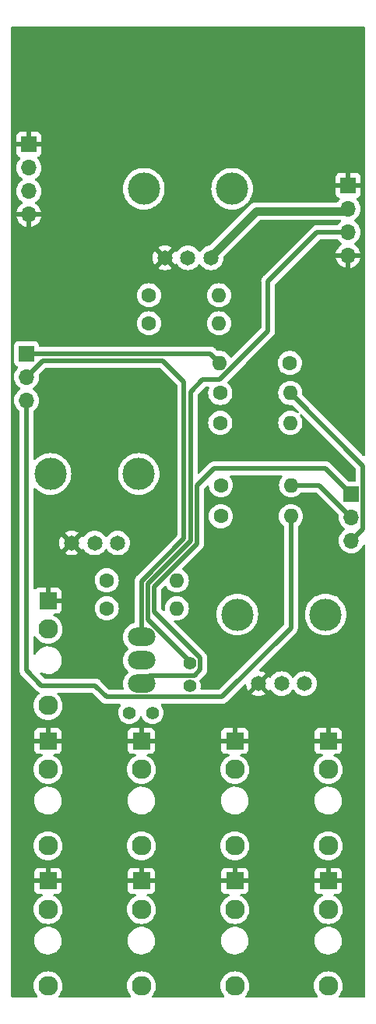
<source format=gbr>
%TF.GenerationSoftware,KiCad,Pcbnew,(6.0.4)*%
%TF.CreationDate,2022-06-07T17:20:58+01:00*%
%TF.ProjectId,control-board,636f6e74-726f-46c2-9d62-6f6172642e6b,rev?*%
%TF.SameCoordinates,Original*%
%TF.FileFunction,Copper,L1,Top*%
%TF.FilePolarity,Positive*%
%FSLAX46Y46*%
G04 Gerber Fmt 4.6, Leading zero omitted, Abs format (unit mm)*
G04 Created by KiCad (PCBNEW (6.0.4)) date 2022-06-07 17:20:58*
%MOMM*%
%LPD*%
G01*
G04 APERTURE LIST*
%TA.AperFunction,ComponentPad*%
%ADD10R,1.930000X1.830000*%
%TD*%
%TA.AperFunction,ComponentPad*%
%ADD11C,2.130000*%
%TD*%
%TA.AperFunction,ComponentPad*%
%ADD12C,1.600000*%
%TD*%
%TA.AperFunction,ComponentPad*%
%ADD13O,1.600000X1.600000*%
%TD*%
%TA.AperFunction,ComponentPad*%
%ADD14O,3.000000X2.000000*%
%TD*%
%TA.AperFunction,ComponentPad*%
%ADD15C,1.650000*%
%TD*%
%TA.AperFunction,ComponentPad*%
%ADD16C,3.495000*%
%TD*%
%TA.AperFunction,ComponentPad*%
%ADD17C,1.400000*%
%TD*%
%TA.AperFunction,ComponentPad*%
%ADD18R,1.700000X1.700000*%
%TD*%
%TA.AperFunction,ComponentPad*%
%ADD19O,1.700000X1.700000*%
%TD*%
%TA.AperFunction,Conductor*%
%ADD20C,0.500000*%
%TD*%
%TA.AperFunction,Conductor*%
%ADD21C,0.890000*%
%TD*%
G04 APERTURE END LIST*
D10*
%TO.P,J8,S*%
%TO.N,GND*%
X50220000Y-93376000D03*
D11*
%TO.P,J8,T*%
%TO.N,/PWM*%
X50220000Y-104776000D03*
%TO.P,J8,TN*%
%TO.N,+5VA*%
X50220000Y-96476000D03*
%TD*%
D12*
%TO.P,R19,1*%
%TO.N,/CV1*%
X26130000Y-75934000D03*
D13*
%TO.P,R19,2*%
%TO.N,/CV_NODE*%
X33750000Y-75934000D03*
%TD*%
D10*
%TO.P,J4,S*%
%TO.N,GND*%
X19740000Y-78136000D03*
D11*
%TO.P,J4,T*%
%TO.N,/SYNC*%
X19740000Y-89536000D03*
%TO.P,J4,TN*%
%TO.N,unconnected-(J4-PadTN)*%
X19740000Y-81236000D03*
%TD*%
D14*
%TO.P,S1,1,A*%
%TO.N,/SOFT_SYNC*%
X29900000Y-87156000D03*
%TO.P,S1,2,B*%
%TO.N,Net-(C6-Pad2)*%
X29900000Y-84616000D03*
%TO.P,S1,3,C*%
%TO.N,/HARD_SYNC*%
X29900000Y-82076000D03*
%TD*%
D15*
%TO.P,RV4,1,1*%
%TO.N,GND*%
X22315000Y-71871000D03*
%TO.P,RV4,2,2*%
%TO.N,Net-(R39-Pad1)*%
X24815000Y-71871000D03*
%TO.P,RV4,3,3*%
%TO.N,+5VA*%
X27315000Y-71871000D03*
D16*
%TO.P,RV4,MH1*%
%TO.N,N/C*%
X20015000Y-64371000D03*
%TO.P,RV4,MH2*%
X29615000Y-64371000D03*
%TD*%
D12*
%TO.P,R14,1*%
%TO.N,/SAW*%
X38555000Y-65596000D03*
D13*
%TO.P,R14,2*%
%TO.N,/SAW_RAW*%
X46175000Y-65596000D03*
%TD*%
D10*
%TO.P,J6,S*%
%TO.N,GND*%
X40060000Y-93376000D03*
D11*
%TO.P,J6,T*%
%TO.N,/LINFM*%
X40060000Y-104776000D03*
%TO.P,J6,TN*%
%TO.N,unconnected-(J6-PadTN)*%
X40060000Y-96476000D03*
%TD*%
D12*
%TO.P,R11,1*%
%TO.N,Net-(R11-Pad1)*%
X30734000Y-44958000D03*
D13*
%TO.P,R11,2*%
%TO.N,/CV_NODE*%
X38354000Y-44958000D03*
%TD*%
D10*
%TO.P,J1,S*%
%TO.N,GND*%
X29900000Y-108591000D03*
D11*
%TO.P,J1,T*%
%TO.N,/TRI*%
X29900000Y-119991000D03*
%TO.P,J1,TN*%
%TO.N,unconnected-(J1-PadTN)*%
X29900000Y-111691000D03*
%TD*%
D15*
%TO.P,RV3,1,1*%
%TO.N,GND*%
X32465000Y-40896000D03*
%TO.P,RV3,2,2*%
%TO.N,Net-(R11-Pad1)*%
X34965000Y-40896000D03*
%TO.P,RV3,3,3*%
%TO.N,+5VA*%
X37465000Y-40896000D03*
D16*
%TO.P,RV3,MH1*%
%TO.N,N/C*%
X30165000Y-33396000D03*
%TO.P,RV3,MH2*%
X39765000Y-33396000D03*
%TD*%
D15*
%TO.P,RV5,1,1*%
%TO.N,GND*%
X42640000Y-87146000D03*
%TO.P,RV5,2,2*%
%TO.N,Net-(R33-Pad1)*%
X45140000Y-87146000D03*
%TO.P,RV5,3,3*%
%TO.N,/PWM*%
X47640000Y-87146000D03*
D16*
%TO.P,RV5,MH1*%
%TO.N,N/C*%
X40340000Y-79646000D03*
%TO.P,RV5,MH2*%
X49940000Y-79646000D03*
%TD*%
D10*
%TO.P,J12,S*%
%TO.N,GND*%
X19740000Y-108591000D03*
D11*
%TO.P,J12,T*%
%TO.N,/SIN*%
X19740000Y-119991000D03*
%TO.P,J12,TN*%
%TO.N,unconnected-(J12-PadTN)*%
X19740000Y-111691000D03*
%TD*%
D10*
%TO.P,J2,S*%
%TO.N,GND*%
X40060000Y-108591000D03*
D11*
%TO.P,J2,T*%
%TO.N,/SAW*%
X40060000Y-119991000D03*
%TO.P,J2,TN*%
%TO.N,unconnected-(J2-PadTN)*%
X40060000Y-111691000D03*
%TD*%
D10*
%TO.P,J3,S*%
%TO.N,GND*%
X19740000Y-93376000D03*
D11*
%TO.P,J3,T*%
%TO.N,/CV1*%
X19740000Y-104776000D03*
%TO.P,J3,TN*%
%TO.N,unconnected-(J3-PadTN)*%
X19740000Y-96476000D03*
%TD*%
D12*
%TO.P,R3,1*%
%TO.N,/TRI*%
X38480000Y-55571000D03*
D13*
%TO.P,R3,2*%
%TO.N,/TRI_RAW*%
X46100000Y-55571000D03*
%TD*%
D17*
%TO.P,C6,1*%
%TO.N,/SYNC*%
X28590000Y-90324000D03*
%TO.P,C6,2*%
%TO.N,Net-(C6-Pad2)*%
X31090000Y-90324000D03*
%TD*%
D12*
%TO.P,R26,1*%
%TO.N,/PULSE*%
X38540000Y-68971000D03*
D13*
%TO.P,R26,2*%
%TO.N,/PULSE_RAW*%
X46160000Y-68971000D03*
%TD*%
D10*
%TO.P,J5,S*%
%TO.N,GND*%
X29900000Y-93376000D03*
D11*
%TO.P,J5,T*%
%TO.N,/CV2*%
X29900000Y-104776000D03*
%TO.P,J5,TN*%
%TO.N,unconnected-(J5-PadTN)*%
X29900000Y-96476000D03*
%TD*%
D17*
%TO.P,C8,1*%
%TO.N,/LINFM*%
X35140000Y-87421000D03*
%TO.P,C8,2*%
%TO.N,/LINFM_IN*%
X35140000Y-84921000D03*
%TD*%
D12*
%TO.P,R23,1*%
%TO.N,/CV2*%
X26140000Y-78971000D03*
D13*
%TO.P,R23,2*%
%TO.N,/CV_NODE*%
X33760000Y-78971000D03*
%TD*%
D12*
%TO.P,R39,1*%
%TO.N,Net-(R39-Pad1)*%
X30734000Y-48006000D03*
D13*
%TO.P,R39,2*%
%TO.N,/CV_NODE*%
X38354000Y-48006000D03*
%TD*%
D12*
%TO.P,R38,1*%
%TO.N,/SIN*%
X38480000Y-58821000D03*
D13*
%TO.P,R38,2*%
%TO.N,/SIN_RAW*%
X46100000Y-58821000D03*
%TD*%
D10*
%TO.P,J7,S*%
%TO.N,GND*%
X50220000Y-108591000D03*
D11*
%TO.P,J7,T*%
%TO.N,/PULSE*%
X50220000Y-119991000D03*
%TO.P,J7,TN*%
%TO.N,unconnected-(J7-PadTN)*%
X50220000Y-111691000D03*
%TD*%
D12*
%TO.P,R33,1*%
%TO.N,Net-(R33-Pad1)*%
X46050000Y-52321000D03*
D13*
%TO.P,R33,2*%
%TO.N,/PWM_IN*%
X38430000Y-52321000D03*
%TD*%
D18*
%TO.P,J14,1,Pin_1*%
%TO.N,GND*%
X17658000Y-28574000D03*
D19*
%TO.P,J14,2,Pin_2*%
%TO.N,/SIN_RAW*%
X17658000Y-31114000D03*
%TO.P,J14,3,Pin_3*%
%TO.N,/CV_NODE*%
X17658000Y-33654000D03*
%TO.P,J14,4,Pin_4*%
%TO.N,GND*%
X17658000Y-36194000D03*
%TD*%
D18*
%TO.P,J20,1,Pin_1*%
%TO.N,/SOFT_SYNC*%
X52710000Y-66554000D03*
D19*
%TO.P,J20,2,Pin_2*%
%TO.N,/SAW_RAW*%
X52710000Y-69094000D03*
%TO.P,J20,3,Pin_3*%
%TO.N,/TRI_RAW*%
X52710000Y-71634000D03*
%TD*%
D18*
%TO.P,J18,1,Pin_1*%
%TO.N,/PWM_IN*%
X17404000Y-51308000D03*
D19*
%TO.P,J18,2,Pin_2*%
%TO.N,/HARD_SYNC*%
X17404000Y-53848000D03*
%TO.P,J18,3,Pin_3*%
%TO.N,/PULSE_RAW*%
X17404000Y-56388000D03*
%TD*%
D18*
%TO.P,J16,1,Pin_1*%
%TO.N,GND*%
X52380000Y-33020000D03*
D19*
%TO.P,J16,2,Pin_2*%
%TO.N,+5VA*%
X52380000Y-35560000D03*
%TO.P,J16,3,Pin_3*%
%TO.N,/LINFM_IN*%
X52380000Y-38100000D03*
%TO.P,J16,4,Pin_4*%
%TO.N,GND*%
X52380000Y-40640000D03*
%TD*%
D20*
%TO.N,/LINFM_IN*%
X38416076Y-54102000D02*
X43688000Y-48830076D01*
X35140000Y-84921000D02*
X35140000Y-84766070D01*
X49016000Y-38106000D02*
X52710000Y-38106000D01*
X30599520Y-76307750D02*
X35243520Y-71663750D01*
X36576000Y-54102000D02*
X38416076Y-54102000D01*
X35140000Y-84766070D02*
X30599520Y-80225590D01*
X35243520Y-55434480D02*
X36576000Y-54102000D01*
X43688000Y-43434000D02*
X49016000Y-38106000D01*
X43688000Y-48830076D02*
X43688000Y-43434000D01*
X30599520Y-80225590D02*
X30599520Y-76307750D01*
X35243520Y-71663750D02*
X35243520Y-55434480D01*
D21*
%TO.N,+5VA*%
X37465000Y-40767000D02*
X37465000Y-40896000D01*
X52487989Y-35788011D02*
X52462000Y-35814000D01*
X52462000Y-35814000D02*
X42418000Y-35814000D01*
X42418000Y-35814000D02*
X37465000Y-40767000D01*
D20*
%TO.N,/PWM_IN*%
X17410000Y-51308000D02*
X17404000Y-51314000D01*
X38430000Y-52321000D02*
X37417000Y-51308000D01*
X37417000Y-51308000D02*
X17410000Y-51308000D01*
%TO.N,/HARD_SYNC*%
X34544000Y-54356000D02*
X34544000Y-71374000D01*
X29900000Y-76018000D02*
X29900000Y-82076000D01*
X32258000Y-52070000D02*
X34544000Y-54356000D01*
X34544000Y-71374000D02*
X29900000Y-76018000D01*
X19188000Y-52070000D02*
X32258000Y-52070000D01*
X17404000Y-53854000D02*
X19188000Y-52070000D01*
%TO.N,/PULSE_RAW*%
X24892000Y-87376000D02*
X19050000Y-87376000D01*
X46160000Y-81094000D02*
X38648480Y-88605520D01*
X38648480Y-88605520D02*
X26121520Y-88605520D01*
X46160000Y-68971000D02*
X46160000Y-81094000D01*
X17404000Y-85730000D02*
X17404000Y-56394000D01*
X19050000Y-87376000D02*
X17404000Y-85730000D01*
X26121520Y-88605520D02*
X24892000Y-87376000D01*
%TO.N,/SOFT_SYNC*%
X30784511Y-86271489D02*
X29900000Y-87156000D01*
X35648511Y-86271489D02*
X30784511Y-86271489D01*
X36289511Y-85630489D02*
X35648511Y-86271489D01*
X36289511Y-84370184D02*
X36289511Y-85630489D01*
X31299040Y-76597500D02*
X31299040Y-79379713D01*
X35943040Y-65656960D02*
X35943039Y-71953501D01*
X49910000Y-63754000D02*
X37846000Y-63754000D01*
X52710000Y-66554000D02*
X49910000Y-63754000D01*
X37846000Y-63754000D02*
X35943040Y-65656960D01*
X35943039Y-71953501D02*
X31299040Y-76597500D01*
X31299040Y-79379713D02*
X36289511Y-84370184D01*
%TO.N,/SAW_RAW*%
X46175000Y-65596000D02*
X49212000Y-65596000D01*
X49212000Y-65596000D02*
X52710000Y-69094000D01*
%TO.N,/TRI_RAW*%
X54009511Y-70334489D02*
X54009511Y-63480511D01*
X54009511Y-63480511D02*
X46100000Y-55571000D01*
X52710000Y-71634000D02*
X54009511Y-70334489D01*
%TD*%
%TA.AperFunction,Conductor*%
%TO.N,GND*%
G36*
X54173621Y-15774502D02*
G01*
X54220114Y-15828158D01*
X54231500Y-15880500D01*
X54231500Y-62325629D01*
X54211498Y-62393750D01*
X54157842Y-62440243D01*
X54087568Y-62450347D01*
X54022988Y-62420853D01*
X54016405Y-62414724D01*
X47435671Y-55833990D01*
X47401645Y-55771678D01*
X47399245Y-55733913D01*
X47413019Y-55576475D01*
X47413498Y-55571000D01*
X47393543Y-55342913D01*
X47368675Y-55250104D01*
X47335707Y-55127067D01*
X47335706Y-55127065D01*
X47334284Y-55121757D01*
X47313571Y-55077338D01*
X47239849Y-54919238D01*
X47239846Y-54919233D01*
X47237523Y-54914251D01*
X47112106Y-54735137D01*
X47109357Y-54731211D01*
X47109355Y-54731208D01*
X47106198Y-54726700D01*
X46944300Y-54564802D01*
X46939792Y-54561645D01*
X46939789Y-54561643D01*
X46804653Y-54467020D01*
X46756749Y-54433477D01*
X46751767Y-54431154D01*
X46751762Y-54431151D01*
X46554225Y-54339039D01*
X46554224Y-54339039D01*
X46549243Y-54336716D01*
X46543935Y-54335294D01*
X46543933Y-54335293D01*
X46333402Y-54278881D01*
X46333400Y-54278881D01*
X46328087Y-54277457D01*
X46100000Y-54257502D01*
X45871913Y-54277457D01*
X45866600Y-54278881D01*
X45866598Y-54278881D01*
X45656067Y-54335293D01*
X45656065Y-54335294D01*
X45650757Y-54336716D01*
X45645776Y-54339039D01*
X45645775Y-54339039D01*
X45448238Y-54431151D01*
X45448233Y-54431154D01*
X45443251Y-54433477D01*
X45395347Y-54467020D01*
X45260211Y-54561643D01*
X45260208Y-54561645D01*
X45255700Y-54564802D01*
X45093802Y-54726700D01*
X45090645Y-54731208D01*
X45090643Y-54731211D01*
X45087894Y-54735137D01*
X44962477Y-54914251D01*
X44960154Y-54919233D01*
X44960151Y-54919238D01*
X44886429Y-55077338D01*
X44865716Y-55121757D01*
X44864294Y-55127065D01*
X44864293Y-55127067D01*
X44831325Y-55250104D01*
X44806457Y-55342913D01*
X44786502Y-55571000D01*
X44806457Y-55799087D01*
X44807881Y-55804400D01*
X44807881Y-55804402D01*
X44846547Y-55948702D01*
X44865716Y-56020243D01*
X44868039Y-56025224D01*
X44868039Y-56025225D01*
X44960151Y-56222762D01*
X44960154Y-56222767D01*
X44962477Y-56227749D01*
X45093802Y-56415300D01*
X45255700Y-56577198D01*
X45260208Y-56580355D01*
X45260211Y-56580357D01*
X45263653Y-56582767D01*
X45443251Y-56708523D01*
X45448233Y-56710846D01*
X45448238Y-56710849D01*
X45645775Y-56802961D01*
X45650757Y-56805284D01*
X45656065Y-56806706D01*
X45656067Y-56806707D01*
X45866598Y-56863119D01*
X45866600Y-56863119D01*
X45871913Y-56864543D01*
X46100000Y-56884498D01*
X46105475Y-56884019D01*
X46262913Y-56870245D01*
X46332518Y-56884234D01*
X46362990Y-56906671D01*
X47016093Y-57559774D01*
X47050119Y-57622086D01*
X47045054Y-57692901D01*
X47002507Y-57749737D01*
X46935987Y-57774548D01*
X46866613Y-57759457D01*
X46854727Y-57752082D01*
X46761258Y-57686634D01*
X46761256Y-57686633D01*
X46756749Y-57683477D01*
X46751767Y-57681154D01*
X46751762Y-57681151D01*
X46554225Y-57589039D01*
X46554224Y-57589039D01*
X46549243Y-57586716D01*
X46543935Y-57585294D01*
X46543933Y-57585293D01*
X46333402Y-57528881D01*
X46333400Y-57528881D01*
X46328087Y-57527457D01*
X46100000Y-57507502D01*
X45871913Y-57527457D01*
X45866600Y-57528881D01*
X45866598Y-57528881D01*
X45656067Y-57585293D01*
X45656065Y-57585294D01*
X45650757Y-57586716D01*
X45645776Y-57589039D01*
X45645775Y-57589039D01*
X45448238Y-57681151D01*
X45448233Y-57681154D01*
X45443251Y-57683477D01*
X45348622Y-57749737D01*
X45260211Y-57811643D01*
X45260208Y-57811645D01*
X45255700Y-57814802D01*
X45093802Y-57976700D01*
X44962477Y-58164251D01*
X44960154Y-58169233D01*
X44960151Y-58169238D01*
X44868039Y-58366775D01*
X44865716Y-58371757D01*
X44806457Y-58592913D01*
X44786502Y-58821000D01*
X44806457Y-59049087D01*
X44865716Y-59270243D01*
X44868039Y-59275224D01*
X44868039Y-59275225D01*
X44960151Y-59472762D01*
X44960154Y-59472767D01*
X44962477Y-59477749D01*
X45093802Y-59665300D01*
X45255700Y-59827198D01*
X45260208Y-59830355D01*
X45260211Y-59830357D01*
X45338389Y-59885098D01*
X45443251Y-59958523D01*
X45448233Y-59960846D01*
X45448238Y-59960849D01*
X45645775Y-60052961D01*
X45650757Y-60055284D01*
X45656065Y-60056706D01*
X45656067Y-60056707D01*
X45866598Y-60113119D01*
X45866600Y-60113119D01*
X45871913Y-60114543D01*
X46100000Y-60134498D01*
X46328087Y-60114543D01*
X46333400Y-60113119D01*
X46333402Y-60113119D01*
X46543933Y-60056707D01*
X46543935Y-60056706D01*
X46549243Y-60055284D01*
X46554225Y-60052961D01*
X46751762Y-59960849D01*
X46751767Y-59960846D01*
X46756749Y-59958523D01*
X46861611Y-59885098D01*
X46939789Y-59830357D01*
X46939792Y-59830355D01*
X46944300Y-59827198D01*
X47106198Y-59665300D01*
X47237523Y-59477749D01*
X47239846Y-59472767D01*
X47239849Y-59472762D01*
X47331961Y-59275225D01*
X47331961Y-59275224D01*
X47334284Y-59270243D01*
X47393543Y-59049087D01*
X47413498Y-58821000D01*
X47393543Y-58592913D01*
X47334284Y-58371757D01*
X47331961Y-58366775D01*
X47239849Y-58169238D01*
X47239846Y-58169233D01*
X47237523Y-58164251D01*
X47234367Y-58159744D01*
X47234366Y-58159742D01*
X47168918Y-58066273D01*
X47146230Y-57998999D01*
X47163515Y-57930138D01*
X47215285Y-57881554D01*
X47285103Y-57868671D01*
X47350802Y-57895580D01*
X47361226Y-57904907D01*
X53214106Y-63757787D01*
X53248132Y-63820099D01*
X53251011Y-63846882D01*
X53251011Y-65069500D01*
X53231009Y-65137621D01*
X53177353Y-65184114D01*
X53125011Y-65195500D01*
X52476371Y-65195500D01*
X52408250Y-65175498D01*
X52387276Y-65158595D01*
X50493770Y-63265089D01*
X50481384Y-63250677D01*
X50472851Y-63239082D01*
X50472846Y-63239077D01*
X50468508Y-63233182D01*
X50462930Y-63228443D01*
X50462927Y-63228440D01*
X50428232Y-63198965D01*
X50420716Y-63192035D01*
X50415021Y-63186340D01*
X50398736Y-63173456D01*
X50392749Y-63168719D01*
X50389345Y-63165928D01*
X50339297Y-63123409D01*
X50339295Y-63123408D01*
X50333715Y-63118667D01*
X50327199Y-63115339D01*
X50322150Y-63111972D01*
X50317021Y-63108805D01*
X50311284Y-63104266D01*
X50245125Y-63073345D01*
X50241225Y-63071439D01*
X50176192Y-63038231D01*
X50169084Y-63036492D01*
X50163441Y-63034393D01*
X50157678Y-63032476D01*
X50151050Y-63029378D01*
X50079583Y-63014513D01*
X50075299Y-63013543D01*
X50004390Y-62996192D01*
X49998788Y-62995844D01*
X49998785Y-62995844D01*
X49993236Y-62995500D01*
X49993238Y-62995464D01*
X49989245Y-62995225D01*
X49985053Y-62994851D01*
X49977885Y-62993360D01*
X49914120Y-62995085D01*
X49900479Y-62995454D01*
X49897072Y-62995500D01*
X37913070Y-62995500D01*
X37894120Y-62994067D01*
X37879885Y-62991901D01*
X37879881Y-62991901D01*
X37872651Y-62990801D01*
X37865359Y-62991394D01*
X37865356Y-62991394D01*
X37819982Y-62995085D01*
X37809767Y-62995500D01*
X37801707Y-62995500D01*
X37798073Y-62995924D01*
X37798067Y-62995924D01*
X37785042Y-62997443D01*
X37773480Y-62998791D01*
X37769132Y-62999221D01*
X37696364Y-63005140D01*
X37689403Y-63007395D01*
X37683463Y-63008582D01*
X37677588Y-63009971D01*
X37670319Y-63010818D01*
X37601670Y-63035736D01*
X37597542Y-63037153D01*
X37535064Y-63057393D01*
X37535062Y-63057394D01*
X37528101Y-63059649D01*
X37521846Y-63063445D01*
X37516372Y-63065951D01*
X37510942Y-63068670D01*
X37504063Y-63071167D01*
X37497943Y-63075180D01*
X37497942Y-63075180D01*
X37443024Y-63111186D01*
X37439320Y-63113523D01*
X37376893Y-63151405D01*
X37368516Y-63158803D01*
X37368492Y-63158776D01*
X37365500Y-63161429D01*
X37362267Y-63164132D01*
X37356148Y-63168144D01*
X37326951Y-63198965D01*
X37302872Y-63224383D01*
X37300494Y-63226825D01*
X36217115Y-64310204D01*
X36154803Y-64344230D01*
X36083988Y-64339165D01*
X36027152Y-64296618D01*
X36002341Y-64230098D01*
X36002020Y-64221109D01*
X36002020Y-58821000D01*
X37166502Y-58821000D01*
X37186457Y-59049087D01*
X37245716Y-59270243D01*
X37248039Y-59275224D01*
X37248039Y-59275225D01*
X37340151Y-59472762D01*
X37340154Y-59472767D01*
X37342477Y-59477749D01*
X37473802Y-59665300D01*
X37635700Y-59827198D01*
X37640208Y-59830355D01*
X37640211Y-59830357D01*
X37718389Y-59885098D01*
X37823251Y-59958523D01*
X37828233Y-59960846D01*
X37828238Y-59960849D01*
X38025775Y-60052961D01*
X38030757Y-60055284D01*
X38036065Y-60056706D01*
X38036067Y-60056707D01*
X38246598Y-60113119D01*
X38246600Y-60113119D01*
X38251913Y-60114543D01*
X38480000Y-60134498D01*
X38708087Y-60114543D01*
X38713400Y-60113119D01*
X38713402Y-60113119D01*
X38923933Y-60056707D01*
X38923935Y-60056706D01*
X38929243Y-60055284D01*
X38934225Y-60052961D01*
X39131762Y-59960849D01*
X39131767Y-59960846D01*
X39136749Y-59958523D01*
X39241611Y-59885098D01*
X39319789Y-59830357D01*
X39319792Y-59830355D01*
X39324300Y-59827198D01*
X39486198Y-59665300D01*
X39617523Y-59477749D01*
X39619846Y-59472767D01*
X39619849Y-59472762D01*
X39711961Y-59275225D01*
X39711961Y-59275224D01*
X39714284Y-59270243D01*
X39773543Y-59049087D01*
X39793498Y-58821000D01*
X39773543Y-58592913D01*
X39714284Y-58371757D01*
X39711961Y-58366775D01*
X39619849Y-58169238D01*
X39619846Y-58169233D01*
X39617523Y-58164251D01*
X39486198Y-57976700D01*
X39324300Y-57814802D01*
X39319792Y-57811645D01*
X39319789Y-57811643D01*
X39231378Y-57749737D01*
X39136749Y-57683477D01*
X39131767Y-57681154D01*
X39131762Y-57681151D01*
X38934225Y-57589039D01*
X38934224Y-57589039D01*
X38929243Y-57586716D01*
X38923935Y-57585294D01*
X38923933Y-57585293D01*
X38713402Y-57528881D01*
X38713400Y-57528881D01*
X38708087Y-57527457D01*
X38480000Y-57507502D01*
X38251913Y-57527457D01*
X38246600Y-57528881D01*
X38246598Y-57528881D01*
X38036067Y-57585293D01*
X38036065Y-57585294D01*
X38030757Y-57586716D01*
X38025776Y-57589039D01*
X38025775Y-57589039D01*
X37828238Y-57681151D01*
X37828233Y-57681154D01*
X37823251Y-57683477D01*
X37728622Y-57749737D01*
X37640211Y-57811643D01*
X37640208Y-57811645D01*
X37635700Y-57814802D01*
X37473802Y-57976700D01*
X37342477Y-58164251D01*
X37340154Y-58169233D01*
X37340151Y-58169238D01*
X37248039Y-58366775D01*
X37245716Y-58371757D01*
X37186457Y-58592913D01*
X37166502Y-58821000D01*
X36002020Y-58821000D01*
X36002020Y-55800851D01*
X36022022Y-55732730D01*
X36038925Y-55711756D01*
X36853276Y-54897405D01*
X36915588Y-54863379D01*
X36942371Y-54860500D01*
X37169761Y-54860500D01*
X37237882Y-54880502D01*
X37284375Y-54934158D01*
X37294479Y-55004432D01*
X37283956Y-55039749D01*
X37251235Y-55109921D01*
X37245716Y-55121757D01*
X37244294Y-55127065D01*
X37244293Y-55127067D01*
X37211325Y-55250104D01*
X37186457Y-55342913D01*
X37166502Y-55571000D01*
X37186457Y-55799087D01*
X37187881Y-55804400D01*
X37187881Y-55804402D01*
X37226547Y-55948702D01*
X37245716Y-56020243D01*
X37248039Y-56025224D01*
X37248039Y-56025225D01*
X37340151Y-56222762D01*
X37340154Y-56222767D01*
X37342477Y-56227749D01*
X37473802Y-56415300D01*
X37635700Y-56577198D01*
X37640208Y-56580355D01*
X37640211Y-56580357D01*
X37643653Y-56582767D01*
X37823251Y-56708523D01*
X37828233Y-56710846D01*
X37828238Y-56710849D01*
X38025775Y-56802961D01*
X38030757Y-56805284D01*
X38036065Y-56806706D01*
X38036067Y-56806707D01*
X38246598Y-56863119D01*
X38246600Y-56863119D01*
X38251913Y-56864543D01*
X38480000Y-56884498D01*
X38708087Y-56864543D01*
X38713400Y-56863119D01*
X38713402Y-56863119D01*
X38923933Y-56806707D01*
X38923935Y-56806706D01*
X38929243Y-56805284D01*
X38934225Y-56802961D01*
X39131762Y-56710849D01*
X39131767Y-56710846D01*
X39136749Y-56708523D01*
X39316347Y-56582767D01*
X39319789Y-56580357D01*
X39319792Y-56580355D01*
X39324300Y-56577198D01*
X39486198Y-56415300D01*
X39617523Y-56227749D01*
X39619846Y-56222767D01*
X39619849Y-56222762D01*
X39711961Y-56025225D01*
X39711961Y-56025224D01*
X39714284Y-56020243D01*
X39733454Y-55948702D01*
X39772119Y-55804402D01*
X39772119Y-55804400D01*
X39773543Y-55799087D01*
X39793498Y-55571000D01*
X39773543Y-55342913D01*
X39748675Y-55250104D01*
X39715707Y-55127067D01*
X39715706Y-55127065D01*
X39714284Y-55121757D01*
X39693571Y-55077338D01*
X39619849Y-54919238D01*
X39619846Y-54919233D01*
X39617523Y-54914251D01*
X39492106Y-54735137D01*
X39489357Y-54731211D01*
X39489355Y-54731208D01*
X39486198Y-54726700D01*
X39324300Y-54564802D01*
X39319789Y-54561643D01*
X39319784Y-54561639D01*
X39271829Y-54528061D01*
X39227500Y-54472604D01*
X39220191Y-54401985D01*
X39255004Y-54335753D01*
X41269757Y-52321000D01*
X44736502Y-52321000D01*
X44756457Y-52549087D01*
X44757881Y-52554400D01*
X44757881Y-52554402D01*
X44772408Y-52608615D01*
X44815716Y-52770243D01*
X44818039Y-52775224D01*
X44818039Y-52775225D01*
X44910151Y-52972762D01*
X44910154Y-52972767D01*
X44912477Y-52977749D01*
X45043802Y-53165300D01*
X45205700Y-53327198D01*
X45210208Y-53330355D01*
X45210211Y-53330357D01*
X45248643Y-53357267D01*
X45393251Y-53458523D01*
X45398233Y-53460846D01*
X45398238Y-53460849D01*
X45576288Y-53543874D01*
X45600757Y-53555284D01*
X45606065Y-53556706D01*
X45606067Y-53556707D01*
X45816598Y-53613119D01*
X45816600Y-53613119D01*
X45821913Y-53614543D01*
X46050000Y-53634498D01*
X46278087Y-53614543D01*
X46283400Y-53613119D01*
X46283402Y-53613119D01*
X46493933Y-53556707D01*
X46493935Y-53556706D01*
X46499243Y-53555284D01*
X46523712Y-53543874D01*
X46701762Y-53460849D01*
X46701767Y-53460846D01*
X46706749Y-53458523D01*
X46851357Y-53357267D01*
X46889789Y-53330357D01*
X46889792Y-53330355D01*
X46894300Y-53327198D01*
X47056198Y-53165300D01*
X47187523Y-52977749D01*
X47189846Y-52972767D01*
X47189849Y-52972762D01*
X47281961Y-52775225D01*
X47281961Y-52775224D01*
X47284284Y-52770243D01*
X47327593Y-52608615D01*
X47342119Y-52554402D01*
X47342119Y-52554400D01*
X47343543Y-52549087D01*
X47363498Y-52321000D01*
X47343543Y-52092913D01*
X47284284Y-51871757D01*
X47210200Y-51712882D01*
X47189849Y-51669238D01*
X47189846Y-51669233D01*
X47187523Y-51664251D01*
X47056198Y-51476700D01*
X46894300Y-51314802D01*
X46889792Y-51311645D01*
X46889789Y-51311643D01*
X46811611Y-51256902D01*
X46706749Y-51183477D01*
X46701767Y-51181154D01*
X46701762Y-51181151D01*
X46504225Y-51089039D01*
X46504224Y-51089039D01*
X46499243Y-51086716D01*
X46493935Y-51085294D01*
X46493933Y-51085293D01*
X46283402Y-51028881D01*
X46283400Y-51028881D01*
X46278087Y-51027457D01*
X46050000Y-51007502D01*
X45821913Y-51027457D01*
X45816600Y-51028881D01*
X45816598Y-51028881D01*
X45606067Y-51085293D01*
X45606065Y-51085294D01*
X45600757Y-51086716D01*
X45595776Y-51089039D01*
X45595775Y-51089039D01*
X45398238Y-51181151D01*
X45398233Y-51181154D01*
X45393251Y-51183477D01*
X45288389Y-51256902D01*
X45210211Y-51311643D01*
X45210208Y-51311645D01*
X45205700Y-51314802D01*
X45043802Y-51476700D01*
X44912477Y-51664251D01*
X44910154Y-51669233D01*
X44910151Y-51669238D01*
X44889800Y-51712882D01*
X44815716Y-51871757D01*
X44756457Y-52092913D01*
X44736502Y-52321000D01*
X41269757Y-52321000D01*
X44176911Y-49413846D01*
X44191323Y-49401460D01*
X44202918Y-49392927D01*
X44202923Y-49392922D01*
X44208818Y-49388584D01*
X44213557Y-49383006D01*
X44213560Y-49383003D01*
X44243035Y-49348308D01*
X44249965Y-49340792D01*
X44255660Y-49335097D01*
X44273281Y-49312825D01*
X44276072Y-49309421D01*
X44318591Y-49259373D01*
X44318592Y-49259371D01*
X44323333Y-49253791D01*
X44326661Y-49247275D01*
X44330028Y-49242226D01*
X44333195Y-49237097D01*
X44337734Y-49231360D01*
X44368655Y-49165201D01*
X44370561Y-49161301D01*
X44381251Y-49140366D01*
X44403769Y-49096268D01*
X44405508Y-49089160D01*
X44407607Y-49083517D01*
X44409524Y-49077754D01*
X44412622Y-49071126D01*
X44427487Y-48999659D01*
X44428457Y-48995375D01*
X44444473Y-48929921D01*
X44445808Y-48924466D01*
X44446500Y-48913312D01*
X44446536Y-48913314D01*
X44446775Y-48909321D01*
X44447149Y-48905129D01*
X44448640Y-48897961D01*
X44446546Y-48820555D01*
X44446500Y-48817148D01*
X44446500Y-43800371D01*
X44466502Y-43732250D01*
X44483405Y-43711276D01*
X47286715Y-40907966D01*
X51048257Y-40907966D01*
X51078565Y-41042446D01*
X51081645Y-41052275D01*
X51161770Y-41249603D01*
X51166413Y-41258794D01*
X51277694Y-41440388D01*
X51283777Y-41448699D01*
X51423213Y-41609667D01*
X51430580Y-41616883D01*
X51594434Y-41752916D01*
X51602881Y-41758831D01*
X51786756Y-41866279D01*
X51796042Y-41870729D01*
X51995001Y-41946703D01*
X52004899Y-41949579D01*
X52108250Y-41970606D01*
X52122299Y-41969410D01*
X52126000Y-41959065D01*
X52126000Y-41958517D01*
X52634000Y-41958517D01*
X52638064Y-41972359D01*
X52651478Y-41974393D01*
X52658184Y-41973534D01*
X52668262Y-41971392D01*
X52872255Y-41910191D01*
X52881842Y-41906433D01*
X53073095Y-41812739D01*
X53081945Y-41807464D01*
X53255328Y-41683792D01*
X53263200Y-41677139D01*
X53414052Y-41526812D01*
X53420730Y-41518965D01*
X53545003Y-41346020D01*
X53550313Y-41337183D01*
X53644670Y-41146267D01*
X53648469Y-41136672D01*
X53710377Y-40932910D01*
X53712555Y-40922837D01*
X53713986Y-40911962D01*
X53711775Y-40897778D01*
X53698617Y-40894000D01*
X52652115Y-40894000D01*
X52636876Y-40898475D01*
X52635671Y-40899865D01*
X52634000Y-40907548D01*
X52634000Y-41958517D01*
X52126000Y-41958517D01*
X52126000Y-40912115D01*
X52121525Y-40896876D01*
X52120135Y-40895671D01*
X52112452Y-40894000D01*
X51063225Y-40894000D01*
X51049694Y-40897973D01*
X51048257Y-40907966D01*
X47286715Y-40907966D01*
X49293276Y-38901405D01*
X49355588Y-38867379D01*
X49382371Y-38864500D01*
X51187274Y-38864500D01*
X51255395Y-38884502D01*
X51282511Y-38908002D01*
X51422865Y-39070031D01*
X51422869Y-39070035D01*
X51426250Y-39073938D01*
X51598126Y-39216632D01*
X51671955Y-39259774D01*
X51720679Y-39311412D01*
X51733750Y-39381195D01*
X51707019Y-39446967D01*
X51666562Y-39480327D01*
X51658457Y-39484546D01*
X51649738Y-39490036D01*
X51479433Y-39617905D01*
X51471726Y-39624748D01*
X51324590Y-39778717D01*
X51318104Y-39786727D01*
X51198098Y-39962649D01*
X51193000Y-39971623D01*
X51103338Y-40164783D01*
X51099775Y-40174470D01*
X51044389Y-40374183D01*
X51045912Y-40382607D01*
X51058292Y-40386000D01*
X53698344Y-40386000D01*
X53711875Y-40382027D01*
X53713180Y-40372947D01*
X53671214Y-40205875D01*
X53667894Y-40196124D01*
X53582972Y-40000814D01*
X53578105Y-39991739D01*
X53462426Y-39812926D01*
X53456136Y-39804757D01*
X53312806Y-39647240D01*
X53305273Y-39640215D01*
X53138139Y-39508222D01*
X53129556Y-39502520D01*
X53092602Y-39482120D01*
X53042631Y-39431687D01*
X53027859Y-39362245D01*
X53052975Y-39295839D01*
X53080327Y-39269232D01*
X53103797Y-39252491D01*
X53259860Y-39141173D01*
X53418096Y-38983489D01*
X53548453Y-38802077D01*
X53647430Y-38601811D01*
X53712370Y-38388069D01*
X53741529Y-38166590D01*
X53743156Y-38100000D01*
X53724852Y-37877361D01*
X53670431Y-37660702D01*
X53581354Y-37455840D01*
X53517502Y-37357140D01*
X53462822Y-37272617D01*
X53462820Y-37272614D01*
X53460014Y-37268277D01*
X53309670Y-37103051D01*
X53305619Y-37099852D01*
X53305615Y-37099848D01*
X53138414Y-36967800D01*
X53138410Y-36967798D01*
X53134359Y-36964598D01*
X53093053Y-36941796D01*
X53043084Y-36891364D01*
X53028312Y-36821921D01*
X53053428Y-36755516D01*
X53080780Y-36728909D01*
X53134386Y-36690672D01*
X53259860Y-36601173D01*
X53418096Y-36443489D01*
X53548453Y-36262077D01*
X53647430Y-36061811D01*
X53712370Y-35848069D01*
X53741529Y-35626590D01*
X53741611Y-35623240D01*
X53743074Y-35563365D01*
X53743074Y-35563361D01*
X53743156Y-35560000D01*
X53724852Y-35337361D01*
X53670431Y-35120702D01*
X53581354Y-34915840D01*
X53515325Y-34813774D01*
X53462822Y-34732617D01*
X53462820Y-34732614D01*
X53460014Y-34728277D01*
X53456540Y-34724459D01*
X53456533Y-34724450D01*
X53312435Y-34566088D01*
X53281383Y-34502242D01*
X53289779Y-34431744D01*
X53334956Y-34376976D01*
X53361400Y-34363307D01*
X53468052Y-34323325D01*
X53483649Y-34314786D01*
X53585724Y-34238285D01*
X53598285Y-34225724D01*
X53674786Y-34123649D01*
X53683324Y-34108054D01*
X53728478Y-33987606D01*
X53732105Y-33972351D01*
X53737631Y-33921486D01*
X53738000Y-33914672D01*
X53738000Y-33292115D01*
X53733525Y-33276876D01*
X53732135Y-33275671D01*
X53724452Y-33274000D01*
X51040116Y-33274000D01*
X51024877Y-33278475D01*
X51023672Y-33279865D01*
X51022001Y-33287548D01*
X51022001Y-33914669D01*
X51022371Y-33921490D01*
X51027895Y-33972352D01*
X51031521Y-33987604D01*
X51076676Y-34108054D01*
X51085214Y-34123649D01*
X51161715Y-34225724D01*
X51174276Y-34238285D01*
X51276351Y-34314786D01*
X51291946Y-34323324D01*
X51400827Y-34364142D01*
X51457591Y-34406784D01*
X51482291Y-34473345D01*
X51467083Y-34542694D01*
X51447691Y-34569175D01*
X51330767Y-34691529D01*
X51320629Y-34702138D01*
X51250116Y-34805507D01*
X51195207Y-34850507D01*
X51146030Y-34860500D01*
X42433446Y-34860500D01*
X42429928Y-34860451D01*
X42354190Y-34858335D01*
X42354187Y-34858335D01*
X42347807Y-34858157D01*
X42306661Y-34865412D01*
X42291410Y-34868101D01*
X42282264Y-34869370D01*
X42266238Y-34870998D01*
X42225284Y-34875158D01*
X42219196Y-34877066D01*
X42219195Y-34877066D01*
X42199471Y-34883247D01*
X42183676Y-34887098D01*
X42173295Y-34888928D01*
X42163325Y-34890686D01*
X42163324Y-34890686D01*
X42157042Y-34891794D01*
X42121235Y-34905971D01*
X42103799Y-34912874D01*
X42095096Y-34915956D01*
X42040439Y-34933085D01*
X42016783Y-34946198D01*
X42002085Y-34953146D01*
X41976937Y-34963103D01*
X41971599Y-34966596D01*
X41929022Y-34994457D01*
X41921117Y-34999225D01*
X41876608Y-35023897D01*
X41876598Y-35023904D01*
X41871018Y-35026997D01*
X41857544Y-35038546D01*
X41850483Y-35044598D01*
X41837477Y-35054363D01*
X41814849Y-35069170D01*
X41810120Y-35073427D01*
X41773195Y-35110352D01*
X41766097Y-35116925D01*
X41723941Y-35153057D01*
X41706147Y-35175996D01*
X41695689Y-35187858D01*
X37345257Y-39538290D01*
X37282945Y-39572316D01*
X37267143Y-39574716D01*
X37238037Y-39577262D01*
X37238032Y-39577263D01*
X37232556Y-39577742D01*
X37227243Y-39579166D01*
X37227241Y-39579166D01*
X37012484Y-39636710D01*
X37012482Y-39636711D01*
X37007174Y-39638133D01*
X37002194Y-39640455D01*
X37002192Y-39640456D01*
X36800690Y-39734418D01*
X36800685Y-39734421D01*
X36795703Y-39736744D01*
X36791196Y-39739900D01*
X36791194Y-39739901D01*
X36609079Y-39867419D01*
X36609076Y-39867421D01*
X36604568Y-39870578D01*
X36439578Y-40035568D01*
X36436421Y-40040076D01*
X36436419Y-40040079D01*
X36318213Y-40208895D01*
X36262756Y-40253223D01*
X36192137Y-40260532D01*
X36128776Y-40228501D01*
X36111787Y-40208895D01*
X35993581Y-40040079D01*
X35993579Y-40040076D01*
X35990422Y-40035568D01*
X35825432Y-39870578D01*
X35820924Y-39867421D01*
X35820921Y-39867419D01*
X35638806Y-39739901D01*
X35638804Y-39739900D01*
X35634297Y-39736744D01*
X35629315Y-39734421D01*
X35629310Y-39734418D01*
X35427808Y-39640456D01*
X35427806Y-39640455D01*
X35422826Y-39638133D01*
X35417518Y-39636711D01*
X35417516Y-39636710D01*
X35202759Y-39579166D01*
X35202757Y-39579166D01*
X35197444Y-39577742D01*
X34965000Y-39557406D01*
X34732556Y-39577742D01*
X34727243Y-39579166D01*
X34727241Y-39579166D01*
X34512484Y-39636710D01*
X34512482Y-39636711D01*
X34507174Y-39638133D01*
X34502194Y-39640455D01*
X34502192Y-39640456D01*
X34300690Y-39734418D01*
X34300685Y-39734421D01*
X34295703Y-39736744D01*
X34291196Y-39739900D01*
X34291194Y-39739901D01*
X34109079Y-39867419D01*
X34109076Y-39867421D01*
X34104568Y-39870578D01*
X33939578Y-40035568D01*
X33936421Y-40040076D01*
X33936419Y-40040079D01*
X33817908Y-40209331D01*
X33762451Y-40253659D01*
X33691832Y-40260968D01*
X33628471Y-40228937D01*
X33611482Y-40209331D01*
X33580441Y-40165000D01*
X33569964Y-40156625D01*
X33556517Y-40163693D01*
X32837022Y-40883188D01*
X32829408Y-40897132D01*
X32829539Y-40898965D01*
X32833790Y-40905580D01*
X33557238Y-41629028D01*
X33569013Y-41635458D01*
X33581028Y-41626162D01*
X33611482Y-41582669D01*
X33666939Y-41538341D01*
X33737558Y-41531032D01*
X33800919Y-41563063D01*
X33817908Y-41582669D01*
X33884057Y-41677139D01*
X33939578Y-41756432D01*
X34104568Y-41921422D01*
X34109076Y-41924579D01*
X34109079Y-41924581D01*
X34291194Y-42052099D01*
X34295703Y-42055256D01*
X34300685Y-42057579D01*
X34300690Y-42057582D01*
X34501180Y-42151072D01*
X34507174Y-42153867D01*
X34512482Y-42155289D01*
X34512484Y-42155290D01*
X34727241Y-42212834D01*
X34727243Y-42212834D01*
X34732556Y-42214258D01*
X34965000Y-42234594D01*
X35197444Y-42214258D01*
X35202757Y-42212834D01*
X35202759Y-42212834D01*
X35417516Y-42155290D01*
X35417518Y-42155289D01*
X35422826Y-42153867D01*
X35428820Y-42151072D01*
X35629310Y-42057582D01*
X35629315Y-42057579D01*
X35634297Y-42055256D01*
X35638806Y-42052099D01*
X35820921Y-41924581D01*
X35820924Y-41924579D01*
X35825432Y-41921422D01*
X35990422Y-41756432D01*
X36045944Y-41677139D01*
X36111787Y-41583105D01*
X36167244Y-41538777D01*
X36237863Y-41531468D01*
X36301224Y-41563499D01*
X36318213Y-41583105D01*
X36384057Y-41677139D01*
X36439578Y-41756432D01*
X36604568Y-41921422D01*
X36609076Y-41924579D01*
X36609079Y-41924581D01*
X36791194Y-42052099D01*
X36795703Y-42055256D01*
X36800685Y-42057579D01*
X36800690Y-42057582D01*
X37001180Y-42151072D01*
X37007174Y-42153867D01*
X37012482Y-42155289D01*
X37012484Y-42155290D01*
X37227241Y-42212834D01*
X37227243Y-42212834D01*
X37232556Y-42214258D01*
X37465000Y-42234594D01*
X37697444Y-42214258D01*
X37702757Y-42212834D01*
X37702759Y-42212834D01*
X37917516Y-42155290D01*
X37917518Y-42155289D01*
X37922826Y-42153867D01*
X37928820Y-42151072D01*
X38129310Y-42057582D01*
X38129315Y-42057579D01*
X38134297Y-42055256D01*
X38138806Y-42052099D01*
X38320921Y-41924581D01*
X38320924Y-41924579D01*
X38325432Y-41921422D01*
X38490422Y-41756432D01*
X38545944Y-41677139D01*
X38621099Y-41569806D01*
X38621100Y-41569804D01*
X38624256Y-41565297D01*
X38626579Y-41560315D01*
X38626582Y-41560310D01*
X38720544Y-41358808D01*
X38720545Y-41358806D01*
X38722867Y-41353826D01*
X38727327Y-41337183D01*
X38781834Y-41133759D01*
X38781834Y-41133757D01*
X38783258Y-41128444D01*
X38803594Y-40896000D01*
X38799130Y-40844973D01*
X38813120Y-40775368D01*
X38835556Y-40744897D01*
X42776048Y-36804405D01*
X42838360Y-36770379D01*
X42865143Y-36767500D01*
X51514353Y-36767500D01*
X51582474Y-36787502D01*
X51628967Y-36841158D01*
X51639071Y-36911432D01*
X51609577Y-36976012D01*
X51590007Y-36994260D01*
X51474965Y-37080635D01*
X51320629Y-37242138D01*
X51286270Y-37292506D01*
X51231361Y-37337507D01*
X51182184Y-37347500D01*
X49083070Y-37347500D01*
X49064120Y-37346067D01*
X49049885Y-37343901D01*
X49049881Y-37343901D01*
X49042651Y-37342801D01*
X49035359Y-37343394D01*
X49035356Y-37343394D01*
X48989982Y-37347085D01*
X48979767Y-37347500D01*
X48971707Y-37347500D01*
X48968073Y-37347924D01*
X48968067Y-37347924D01*
X48955042Y-37349443D01*
X48943480Y-37350791D01*
X48939132Y-37351221D01*
X48866364Y-37357140D01*
X48859403Y-37359395D01*
X48853463Y-37360582D01*
X48847588Y-37361971D01*
X48840319Y-37362818D01*
X48771670Y-37387736D01*
X48767542Y-37389153D01*
X48705064Y-37409393D01*
X48705062Y-37409394D01*
X48698101Y-37411649D01*
X48691846Y-37415445D01*
X48686372Y-37417951D01*
X48680942Y-37420670D01*
X48674063Y-37423167D01*
X48667943Y-37427180D01*
X48667942Y-37427180D01*
X48613024Y-37463186D01*
X48609320Y-37465523D01*
X48546893Y-37503405D01*
X48538516Y-37510803D01*
X48538492Y-37510776D01*
X48535500Y-37513429D01*
X48532267Y-37516132D01*
X48526148Y-37520144D01*
X48519147Y-37527534D01*
X48472872Y-37576383D01*
X48470494Y-37578825D01*
X43199089Y-42850230D01*
X43184677Y-42862616D01*
X43173082Y-42871149D01*
X43173077Y-42871154D01*
X43167182Y-42875492D01*
X43162443Y-42881070D01*
X43162440Y-42881073D01*
X43132965Y-42915768D01*
X43126035Y-42923284D01*
X43120340Y-42928979D01*
X43118060Y-42931861D01*
X43102719Y-42951251D01*
X43099928Y-42954655D01*
X43057409Y-43004703D01*
X43052667Y-43010285D01*
X43049339Y-43016801D01*
X43045972Y-43021850D01*
X43042805Y-43026979D01*
X43038266Y-43032716D01*
X43007345Y-43098875D01*
X43005442Y-43102769D01*
X42972231Y-43167808D01*
X42970492Y-43174916D01*
X42968393Y-43180559D01*
X42966476Y-43186322D01*
X42963378Y-43192950D01*
X42961888Y-43200112D01*
X42961888Y-43200113D01*
X42948514Y-43264412D01*
X42947544Y-43268696D01*
X42930192Y-43339610D01*
X42929500Y-43350764D01*
X42929464Y-43350762D01*
X42929225Y-43354755D01*
X42928851Y-43358947D01*
X42927360Y-43366115D01*
X42927558Y-43373432D01*
X42929454Y-43443521D01*
X42929500Y-43446928D01*
X42929500Y-48463705D01*
X42909498Y-48531826D01*
X42892595Y-48552800D01*
X39761474Y-51683921D01*
X39699162Y-51717947D01*
X39628347Y-51712882D01*
X39571511Y-51670335D01*
X39567584Y-51664382D01*
X39567523Y-51664251D01*
X39436198Y-51476700D01*
X39274300Y-51314802D01*
X39269792Y-51311645D01*
X39269789Y-51311643D01*
X39191611Y-51256902D01*
X39086749Y-51183477D01*
X39081767Y-51181154D01*
X39081762Y-51181151D01*
X38884225Y-51089039D01*
X38884224Y-51089039D01*
X38879243Y-51086716D01*
X38873935Y-51085294D01*
X38873933Y-51085293D01*
X38663402Y-51028881D01*
X38663400Y-51028881D01*
X38658087Y-51027457D01*
X38430000Y-51007502D01*
X38424525Y-51007981D01*
X38267087Y-51021755D01*
X38197482Y-51007766D01*
X38167010Y-50985329D01*
X38000770Y-50819089D01*
X37988384Y-50804677D01*
X37979851Y-50793082D01*
X37979846Y-50793077D01*
X37975508Y-50787182D01*
X37969930Y-50782443D01*
X37969927Y-50782440D01*
X37935232Y-50752965D01*
X37927716Y-50746035D01*
X37922021Y-50740340D01*
X37915880Y-50735482D01*
X37899749Y-50722719D01*
X37896345Y-50719928D01*
X37846297Y-50677409D01*
X37846295Y-50677408D01*
X37840715Y-50672667D01*
X37834199Y-50669339D01*
X37829150Y-50665972D01*
X37824021Y-50662805D01*
X37818284Y-50658266D01*
X37752125Y-50627345D01*
X37748225Y-50625439D01*
X37683192Y-50592231D01*
X37676084Y-50590492D01*
X37670441Y-50588393D01*
X37664678Y-50586476D01*
X37658050Y-50583378D01*
X37586583Y-50568513D01*
X37582299Y-50567543D01*
X37511390Y-50550192D01*
X37505788Y-50549844D01*
X37505785Y-50549844D01*
X37500236Y-50549500D01*
X37500238Y-50549464D01*
X37496245Y-50549225D01*
X37492053Y-50548851D01*
X37484885Y-50547360D01*
X37418675Y-50549151D01*
X37407479Y-50549454D01*
X37404072Y-50549500D01*
X18888500Y-50549500D01*
X18820379Y-50529498D01*
X18773886Y-50475842D01*
X18762500Y-50423500D01*
X18762500Y-50409866D01*
X18755745Y-50347684D01*
X18704615Y-50211295D01*
X18617261Y-50094739D01*
X18500705Y-50007385D01*
X18364316Y-49956255D01*
X18302134Y-49949500D01*
X16505866Y-49949500D01*
X16443684Y-49956255D01*
X16307295Y-50007385D01*
X16190739Y-50094739D01*
X16103385Y-50211295D01*
X16052255Y-50347684D01*
X16045500Y-50409866D01*
X16045500Y-52206134D01*
X16052255Y-52268316D01*
X16103385Y-52404705D01*
X16190739Y-52521261D01*
X16307295Y-52608615D01*
X16315704Y-52611767D01*
X16315705Y-52611768D01*
X16424451Y-52652535D01*
X16481216Y-52695176D01*
X16505916Y-52761738D01*
X16490709Y-52831087D01*
X16471316Y-52857568D01*
X16344629Y-52990138D01*
X16218743Y-53174680D01*
X16216564Y-53179375D01*
X16136181Y-53352546D01*
X16124688Y-53377305D01*
X16064989Y-53592570D01*
X16041251Y-53814695D01*
X16041548Y-53819848D01*
X16041548Y-53819851D01*
X16047011Y-53914590D01*
X16054110Y-54037715D01*
X16055247Y-54042761D01*
X16055248Y-54042767D01*
X16070319Y-54109638D01*
X16103222Y-54255639D01*
X16187266Y-54462616D01*
X16189965Y-54467020D01*
X16252274Y-54568699D01*
X16303987Y-54653088D01*
X16450250Y-54821938D01*
X16622126Y-54964632D01*
X16690236Y-55004432D01*
X16695445Y-55007476D01*
X16744169Y-55059114D01*
X16757240Y-55128897D01*
X16730509Y-55194669D01*
X16690055Y-55228027D01*
X16677607Y-55234507D01*
X16673474Y-55237610D01*
X16673471Y-55237612D01*
X16503100Y-55365530D01*
X16498965Y-55368635D01*
X16344629Y-55530138D01*
X16218743Y-55714680D01*
X16124688Y-55917305D01*
X16064989Y-56132570D01*
X16041251Y-56354695D01*
X16041548Y-56359848D01*
X16041548Y-56359851D01*
X16047011Y-56454590D01*
X16054110Y-56577715D01*
X16055247Y-56582761D01*
X16055248Y-56582767D01*
X16075119Y-56670939D01*
X16103222Y-56795639D01*
X16187266Y-57002616D01*
X16303987Y-57193088D01*
X16450250Y-57361938D01*
X16599985Y-57486250D01*
X16639620Y-57545152D01*
X16645500Y-57583194D01*
X16645500Y-85662930D01*
X16644067Y-85681880D01*
X16640801Y-85703349D01*
X16641394Y-85710641D01*
X16641394Y-85710644D01*
X16645085Y-85756018D01*
X16645500Y-85766233D01*
X16645500Y-85774293D01*
X16647049Y-85787583D01*
X16648789Y-85802507D01*
X16649222Y-85806882D01*
X16653899Y-85864376D01*
X16655140Y-85879637D01*
X16657396Y-85886601D01*
X16658587Y-85892560D01*
X16659971Y-85898415D01*
X16660818Y-85905681D01*
X16685735Y-85974327D01*
X16687152Y-85978455D01*
X16702279Y-86025148D01*
X16709649Y-86047899D01*
X16713445Y-86054154D01*
X16715951Y-86059628D01*
X16718670Y-86065058D01*
X16721167Y-86071937D01*
X16725180Y-86078057D01*
X16725180Y-86078058D01*
X16761186Y-86132976D01*
X16763523Y-86136680D01*
X16801405Y-86199107D01*
X16805121Y-86203315D01*
X16805122Y-86203316D01*
X16808803Y-86207484D01*
X16808776Y-86207508D01*
X16811429Y-86210500D01*
X16814132Y-86213733D01*
X16818144Y-86219852D01*
X16823456Y-86224884D01*
X16874383Y-86273128D01*
X16876825Y-86275506D01*
X18466230Y-87864911D01*
X18478616Y-87879323D01*
X18487149Y-87890918D01*
X18487154Y-87890923D01*
X18491492Y-87896818D01*
X18497070Y-87901557D01*
X18497073Y-87901560D01*
X18531768Y-87931035D01*
X18539284Y-87937965D01*
X18544980Y-87943661D01*
X18547841Y-87945924D01*
X18547846Y-87945929D01*
X18567266Y-87961293D01*
X18570667Y-87964082D01*
X18626285Y-88011333D01*
X18632805Y-88014662D01*
X18637852Y-88018028D01*
X18642976Y-88021193D01*
X18648717Y-88025735D01*
X18655348Y-88028834D01*
X18655351Y-88028836D01*
X18714830Y-88056634D01*
X18718783Y-88058566D01*
X18756424Y-88077787D01*
X18807996Y-88126581D01*
X18825002Y-88195511D01*
X18802041Y-88262692D01*
X18780952Y-88285814D01*
X18627688Y-88416714D01*
X18627683Y-88416719D01*
X18623927Y-88419927D01*
X18463075Y-88608260D01*
X18333666Y-88819437D01*
X18238885Y-89048258D01*
X18237730Y-89053070D01*
X18182221Y-89284276D01*
X18182220Y-89284282D01*
X18181066Y-89289089D01*
X18161634Y-89536000D01*
X18181066Y-89782911D01*
X18182220Y-89787718D01*
X18182221Y-89787724D01*
X18209222Y-89900188D01*
X18238885Y-90023742D01*
X18240778Y-90028313D01*
X18240779Y-90028315D01*
X18278270Y-90118825D01*
X18333666Y-90252563D01*
X18463075Y-90463740D01*
X18623927Y-90652073D01*
X18812260Y-90812925D01*
X19023437Y-90942334D01*
X19028007Y-90944227D01*
X19028011Y-90944229D01*
X19247685Y-91035221D01*
X19252258Y-91037115D01*
X19337170Y-91057501D01*
X19488276Y-91093779D01*
X19488282Y-91093780D01*
X19493089Y-91094934D01*
X19740000Y-91114366D01*
X19986911Y-91094934D01*
X19991718Y-91093780D01*
X19991724Y-91093779D01*
X20142830Y-91057501D01*
X20227742Y-91037115D01*
X20232315Y-91035221D01*
X20451989Y-90944229D01*
X20451993Y-90944227D01*
X20456563Y-90942334D01*
X20667740Y-90812925D01*
X20856073Y-90652073D01*
X21016925Y-90463740D01*
X21146334Y-90252563D01*
X21201731Y-90118825D01*
X21239221Y-90028315D01*
X21239222Y-90028313D01*
X21241115Y-90023742D01*
X21270778Y-89900188D01*
X21297779Y-89787724D01*
X21297780Y-89787718D01*
X21298934Y-89782911D01*
X21318366Y-89536000D01*
X21298934Y-89289089D01*
X21297780Y-89284282D01*
X21297779Y-89284276D01*
X21242270Y-89053070D01*
X21241115Y-89048258D01*
X21146334Y-88819437D01*
X21016925Y-88608260D01*
X20856073Y-88419927D01*
X20852317Y-88416719D01*
X20852312Y-88416714D01*
X20781589Y-88356311D01*
X20742779Y-88296861D01*
X20742272Y-88225866D01*
X20780229Y-88165867D01*
X20844597Y-88135914D01*
X20863419Y-88134500D01*
X24525629Y-88134500D01*
X24593750Y-88154502D01*
X24614724Y-88171405D01*
X25537750Y-89094431D01*
X25550136Y-89108843D01*
X25558669Y-89120438D01*
X25558674Y-89120443D01*
X25563012Y-89126338D01*
X25568590Y-89131077D01*
X25568593Y-89131080D01*
X25603288Y-89160555D01*
X25610804Y-89167485D01*
X25616499Y-89173180D01*
X25619381Y-89175460D01*
X25638771Y-89190801D01*
X25642175Y-89193592D01*
X25692223Y-89236111D01*
X25697805Y-89240853D01*
X25704321Y-89244181D01*
X25709370Y-89247548D01*
X25714499Y-89250715D01*
X25720236Y-89255254D01*
X25786395Y-89286175D01*
X25790289Y-89288078D01*
X25855328Y-89321289D01*
X25862437Y-89323028D01*
X25868071Y-89325124D01*
X25873841Y-89327043D01*
X25880470Y-89330142D01*
X25887633Y-89331632D01*
X25887636Y-89331633D01*
X25938350Y-89342181D01*
X25951955Y-89345011D01*
X25956221Y-89345977D01*
X26027130Y-89363328D01*
X26032732Y-89363676D01*
X26032735Y-89363676D01*
X26038284Y-89364020D01*
X26038282Y-89364055D01*
X26042254Y-89364295D01*
X26046475Y-89364672D01*
X26053635Y-89366161D01*
X26131062Y-89364066D01*
X26134470Y-89364020D01*
X27544836Y-89364020D01*
X27612957Y-89384022D01*
X27659450Y-89437678D01*
X27669554Y-89507952D01*
X27648049Y-89562290D01*
X27539411Y-89717442D01*
X27450044Y-89909090D01*
X27448622Y-89914398D01*
X27448621Y-89914400D01*
X27432937Y-89972934D01*
X27395314Y-90113345D01*
X27376884Y-90324000D01*
X27395314Y-90534655D01*
X27396738Y-90539968D01*
X27396738Y-90539970D01*
X27438152Y-90694527D01*
X27450044Y-90738910D01*
X27539411Y-90930558D01*
X27660699Y-91103776D01*
X27810224Y-91253301D01*
X27983442Y-91374589D01*
X27988420Y-91376910D01*
X27988423Y-91376912D01*
X28170108Y-91461633D01*
X28175090Y-91463956D01*
X28180398Y-91465378D01*
X28180400Y-91465379D01*
X28374030Y-91517262D01*
X28374032Y-91517262D01*
X28379345Y-91518686D01*
X28590000Y-91537116D01*
X28800655Y-91518686D01*
X28805968Y-91517262D01*
X28805970Y-91517262D01*
X28999600Y-91465379D01*
X28999602Y-91465378D01*
X29004910Y-91463956D01*
X29009892Y-91461633D01*
X29191577Y-91376912D01*
X29191580Y-91376910D01*
X29196558Y-91374589D01*
X29369776Y-91253301D01*
X29519301Y-91103776D01*
X29640589Y-90930558D01*
X29725805Y-90747812D01*
X29772722Y-90694527D01*
X29841000Y-90675066D01*
X29908960Y-90695608D01*
X29954195Y-90747812D01*
X30039411Y-90930558D01*
X30160699Y-91103776D01*
X30310224Y-91253301D01*
X30483442Y-91374589D01*
X30488420Y-91376910D01*
X30488423Y-91376912D01*
X30670108Y-91461633D01*
X30675090Y-91463956D01*
X30680398Y-91465378D01*
X30680400Y-91465379D01*
X30874030Y-91517262D01*
X30874032Y-91517262D01*
X30879345Y-91518686D01*
X31090000Y-91537116D01*
X31300655Y-91518686D01*
X31305968Y-91517262D01*
X31305970Y-91517262D01*
X31499600Y-91465379D01*
X31499602Y-91465378D01*
X31504910Y-91463956D01*
X31509892Y-91461633D01*
X31691577Y-91376912D01*
X31691580Y-91376910D01*
X31696558Y-91374589D01*
X31869776Y-91253301D01*
X32019301Y-91103776D01*
X32140589Y-90930558D01*
X32229956Y-90738910D01*
X32241849Y-90694527D01*
X32283262Y-90539970D01*
X32283262Y-90539968D01*
X32284686Y-90534655D01*
X32303116Y-90324000D01*
X32284686Y-90113345D01*
X32247063Y-89972934D01*
X32231379Y-89914400D01*
X32231378Y-89914398D01*
X32229956Y-89909090D01*
X32140589Y-89717442D01*
X32031951Y-89562290D01*
X32009263Y-89495016D01*
X32026548Y-89426156D01*
X32078318Y-89377572D01*
X32135164Y-89364020D01*
X38581410Y-89364020D01*
X38600360Y-89365453D01*
X38614595Y-89367619D01*
X38614599Y-89367619D01*
X38621829Y-89368719D01*
X38629121Y-89368126D01*
X38629124Y-89368126D01*
X38674498Y-89364435D01*
X38684713Y-89364020D01*
X38692773Y-89364020D01*
X38710160Y-89361993D01*
X38720987Y-89360731D01*
X38725362Y-89360298D01*
X38790819Y-89354974D01*
X38790822Y-89354973D01*
X38798117Y-89354380D01*
X38805081Y-89352124D01*
X38811040Y-89350933D01*
X38816895Y-89349549D01*
X38824161Y-89348702D01*
X38892807Y-89323785D01*
X38896935Y-89322368D01*
X38959416Y-89302127D01*
X38959418Y-89302126D01*
X38966379Y-89299871D01*
X38972634Y-89296075D01*
X38978108Y-89293569D01*
X38983538Y-89290850D01*
X38990417Y-89288353D01*
X38996538Y-89284340D01*
X39051456Y-89248334D01*
X39055160Y-89245997D01*
X39117587Y-89208115D01*
X39125964Y-89200717D01*
X39125988Y-89200744D01*
X39128980Y-89198091D01*
X39132213Y-89195388D01*
X39138332Y-89191376D01*
X39191608Y-89135137D01*
X39193986Y-89132695D01*
X40076668Y-88250013D01*
X41900542Y-88250013D01*
X41909838Y-88262028D01*
X41966446Y-88301665D01*
X41975941Y-88307148D01*
X42177364Y-88401072D01*
X42187656Y-88404818D01*
X42402328Y-88462339D01*
X42413123Y-88464242D01*
X42634525Y-88483613D01*
X42645475Y-88483613D01*
X42866877Y-88464242D01*
X42877672Y-88462339D01*
X43092344Y-88404818D01*
X43102636Y-88401072D01*
X43304059Y-88307148D01*
X43313554Y-88301665D01*
X43371000Y-88261441D01*
X43379375Y-88250964D01*
X43372307Y-88237517D01*
X42652812Y-87518022D01*
X42638868Y-87510408D01*
X42637035Y-87510539D01*
X42630420Y-87514790D01*
X41906972Y-88238238D01*
X41900542Y-88250013D01*
X40076668Y-88250013D01*
X41101090Y-87225591D01*
X41163402Y-87191565D01*
X41234217Y-87196630D01*
X41291053Y-87239177D01*
X41315706Y-87303705D01*
X41321757Y-87372876D01*
X41323661Y-87383672D01*
X41381182Y-87598344D01*
X41384928Y-87608636D01*
X41478852Y-87810059D01*
X41484335Y-87819554D01*
X41524559Y-87877000D01*
X41535036Y-87885375D01*
X41548483Y-87878307D01*
X42279658Y-87147132D01*
X43004408Y-87147132D01*
X43004539Y-87148965D01*
X43008790Y-87155580D01*
X43732238Y-87879028D01*
X43744013Y-87885458D01*
X43756028Y-87876162D01*
X43786482Y-87832669D01*
X43841939Y-87788341D01*
X43912558Y-87781032D01*
X43975919Y-87813063D01*
X43992908Y-87832669D01*
X44083924Y-87962653D01*
X44114578Y-88006432D01*
X44279568Y-88171422D01*
X44284076Y-88174579D01*
X44284079Y-88174581D01*
X44466194Y-88302099D01*
X44470703Y-88305256D01*
X44475685Y-88307579D01*
X44475690Y-88307582D01*
X44580190Y-88356311D01*
X44682174Y-88403867D01*
X44687482Y-88405289D01*
X44687484Y-88405290D01*
X44902241Y-88462834D01*
X44902243Y-88462834D01*
X44907556Y-88464258D01*
X45140000Y-88484594D01*
X45372444Y-88464258D01*
X45377757Y-88462834D01*
X45377759Y-88462834D01*
X45592516Y-88405290D01*
X45592518Y-88405289D01*
X45597826Y-88403867D01*
X45699810Y-88356311D01*
X45804310Y-88307582D01*
X45804315Y-88307579D01*
X45809297Y-88305256D01*
X45813806Y-88302099D01*
X45995921Y-88174581D01*
X45995924Y-88174579D01*
X46000432Y-88171422D01*
X46165422Y-88006432D01*
X46196077Y-87962653D01*
X46286787Y-87833105D01*
X46342244Y-87788777D01*
X46412863Y-87781468D01*
X46476224Y-87813499D01*
X46493213Y-87833105D01*
X46583924Y-87962653D01*
X46614578Y-88006432D01*
X46779568Y-88171422D01*
X46784076Y-88174579D01*
X46784079Y-88174581D01*
X46966194Y-88302099D01*
X46970703Y-88305256D01*
X46975685Y-88307579D01*
X46975690Y-88307582D01*
X47080190Y-88356311D01*
X47182174Y-88403867D01*
X47187482Y-88405289D01*
X47187484Y-88405290D01*
X47402241Y-88462834D01*
X47402243Y-88462834D01*
X47407556Y-88464258D01*
X47640000Y-88484594D01*
X47872444Y-88464258D01*
X47877757Y-88462834D01*
X47877759Y-88462834D01*
X48092516Y-88405290D01*
X48092518Y-88405289D01*
X48097826Y-88403867D01*
X48199810Y-88356311D01*
X48304310Y-88307582D01*
X48304315Y-88307579D01*
X48309297Y-88305256D01*
X48313806Y-88302099D01*
X48495921Y-88174581D01*
X48495924Y-88174579D01*
X48500432Y-88171422D01*
X48665422Y-88006432D01*
X48696077Y-87962653D01*
X48796099Y-87819806D01*
X48796100Y-87819804D01*
X48799256Y-87815297D01*
X48801579Y-87810315D01*
X48801582Y-87810310D01*
X48895544Y-87608808D01*
X48895545Y-87608806D01*
X48897867Y-87603826D01*
X48903368Y-87583298D01*
X48956834Y-87383759D01*
X48956834Y-87383757D01*
X48958258Y-87378444D01*
X48978594Y-87146000D01*
X48958258Y-86913556D01*
X48949359Y-86880345D01*
X48899290Y-86693484D01*
X48899289Y-86693482D01*
X48897867Y-86688174D01*
X48880014Y-86649888D01*
X48801582Y-86481690D01*
X48801579Y-86481685D01*
X48799256Y-86476703D01*
X48673179Y-86296646D01*
X48668581Y-86290079D01*
X48668579Y-86290076D01*
X48665422Y-86285568D01*
X48500432Y-86120578D01*
X48495924Y-86117421D01*
X48495921Y-86117419D01*
X48313806Y-85989901D01*
X48313804Y-85989900D01*
X48309297Y-85986744D01*
X48304315Y-85984421D01*
X48304310Y-85984418D01*
X48102808Y-85890456D01*
X48102806Y-85890455D01*
X48097826Y-85888133D01*
X48092518Y-85886711D01*
X48092516Y-85886710D01*
X47877759Y-85829166D01*
X47877757Y-85829166D01*
X47872444Y-85827742D01*
X47640000Y-85807406D01*
X47407556Y-85827742D01*
X47402243Y-85829166D01*
X47402241Y-85829166D01*
X47187484Y-85886710D01*
X47187482Y-85886711D01*
X47182174Y-85888133D01*
X47177194Y-85890455D01*
X47177192Y-85890456D01*
X46975690Y-85984418D01*
X46975685Y-85984421D01*
X46970703Y-85986744D01*
X46966196Y-85989900D01*
X46966194Y-85989901D01*
X46784079Y-86117419D01*
X46784076Y-86117421D01*
X46779568Y-86120578D01*
X46614578Y-86285568D01*
X46611421Y-86290076D01*
X46611419Y-86290079D01*
X46493213Y-86458895D01*
X46437756Y-86503223D01*
X46367137Y-86510532D01*
X46303776Y-86478501D01*
X46286787Y-86458895D01*
X46168581Y-86290079D01*
X46168579Y-86290076D01*
X46165422Y-86285568D01*
X46000432Y-86120578D01*
X45995924Y-86117421D01*
X45995921Y-86117419D01*
X45813806Y-85989901D01*
X45813804Y-85989900D01*
X45809297Y-85986744D01*
X45804315Y-85984421D01*
X45804310Y-85984418D01*
X45602808Y-85890456D01*
X45602806Y-85890455D01*
X45597826Y-85888133D01*
X45592518Y-85886711D01*
X45592516Y-85886710D01*
X45377759Y-85829166D01*
X45377757Y-85829166D01*
X45372444Y-85827742D01*
X45140000Y-85807406D01*
X44907556Y-85827742D01*
X44902243Y-85829166D01*
X44902241Y-85829166D01*
X44687484Y-85886710D01*
X44687482Y-85886711D01*
X44682174Y-85888133D01*
X44677194Y-85890455D01*
X44677192Y-85890456D01*
X44475690Y-85984418D01*
X44475685Y-85984421D01*
X44470703Y-85986744D01*
X44466196Y-85989900D01*
X44466194Y-85989901D01*
X44284079Y-86117419D01*
X44284076Y-86117421D01*
X44279568Y-86120578D01*
X44114578Y-86285568D01*
X44111421Y-86290076D01*
X44111419Y-86290079D01*
X43992908Y-86459331D01*
X43937451Y-86503659D01*
X43866832Y-86510968D01*
X43803471Y-86478937D01*
X43786482Y-86459331D01*
X43755441Y-86415000D01*
X43744964Y-86406625D01*
X43731517Y-86413693D01*
X43012022Y-87133188D01*
X43004408Y-87147132D01*
X42279658Y-87147132D01*
X43373028Y-86053762D01*
X43379458Y-86041987D01*
X43370162Y-86029972D01*
X43313554Y-85990335D01*
X43304059Y-85984852D01*
X43102636Y-85890928D01*
X43092344Y-85887182D01*
X42877672Y-85829661D01*
X42866876Y-85827757D01*
X42797705Y-85821706D01*
X42731587Y-85795843D01*
X42689947Y-85738339D01*
X42686006Y-85667452D01*
X42719591Y-85607090D01*
X46648911Y-81677770D01*
X46663323Y-81665384D01*
X46674918Y-81656851D01*
X46674923Y-81656846D01*
X46680818Y-81652508D01*
X46685557Y-81646930D01*
X46685560Y-81646927D01*
X46715035Y-81612232D01*
X46721965Y-81604716D01*
X46727660Y-81599021D01*
X46745281Y-81576749D01*
X46748072Y-81573345D01*
X46790591Y-81523297D01*
X46790592Y-81523295D01*
X46795333Y-81517715D01*
X46798661Y-81511199D01*
X46802020Y-81506162D01*
X46805194Y-81501023D01*
X46809734Y-81495284D01*
X46815517Y-81482911D01*
X46840636Y-81429163D01*
X46842569Y-81425209D01*
X46846398Y-81417710D01*
X46875769Y-81360192D01*
X46877510Y-81353076D01*
X46879604Y-81347446D01*
X46881523Y-81341679D01*
X46884621Y-81335050D01*
X46899483Y-81263600D01*
X46900453Y-81259315D01*
X46903377Y-81247365D01*
X46917808Y-81188390D01*
X46918500Y-81177236D01*
X46918536Y-81177238D01*
X46918775Y-81173248D01*
X46919150Y-81169050D01*
X46920640Y-81161885D01*
X46918546Y-81084479D01*
X46918500Y-81081072D01*
X46918500Y-79646000D01*
X47679159Y-79646000D01*
X47679429Y-79650119D01*
X47690256Y-79815300D01*
X47698501Y-79941099D01*
X47699305Y-79945139D01*
X47699305Y-79945142D01*
X47734072Y-80119927D01*
X47756195Y-80231149D01*
X47757520Y-80235052D01*
X47757521Y-80235056D01*
X47777179Y-80292967D01*
X47851255Y-80511186D01*
X47853079Y-80514884D01*
X47962866Y-80737510D01*
X47982054Y-80776420D01*
X48146354Y-81022313D01*
X48149068Y-81025407D01*
X48149072Y-81025413D01*
X48277778Y-81172173D01*
X48341344Y-81244656D01*
X48344433Y-81247365D01*
X48560587Y-81436928D01*
X48560593Y-81436932D01*
X48563687Y-81439646D01*
X48567113Y-81441935D01*
X48567118Y-81441939D01*
X48637028Y-81488651D01*
X48809579Y-81603946D01*
X48813278Y-81605770D01*
X48813283Y-81605773D01*
X48826381Y-81612232D01*
X49074814Y-81734745D01*
X49078719Y-81736071D01*
X49078720Y-81736071D01*
X49350944Y-81828479D01*
X49350948Y-81828480D01*
X49354851Y-81829805D01*
X49358890Y-81830608D01*
X49358896Y-81830610D01*
X49640858Y-81886695D01*
X49640861Y-81886695D01*
X49644901Y-81887499D01*
X49649012Y-81887768D01*
X49649016Y-81887769D01*
X49935881Y-81906571D01*
X49940000Y-81906841D01*
X49944119Y-81906571D01*
X50230984Y-81887769D01*
X50230988Y-81887768D01*
X50235099Y-81887499D01*
X50239139Y-81886695D01*
X50239142Y-81886695D01*
X50521104Y-81830610D01*
X50521110Y-81830608D01*
X50525149Y-81829805D01*
X50529052Y-81828480D01*
X50529056Y-81828479D01*
X50801280Y-81736071D01*
X50801281Y-81736071D01*
X50805186Y-81734745D01*
X51053619Y-81612232D01*
X51066717Y-81605773D01*
X51066722Y-81605770D01*
X51070421Y-81603946D01*
X51242972Y-81488651D01*
X51312882Y-81441939D01*
X51312887Y-81441935D01*
X51316313Y-81439646D01*
X51319407Y-81436932D01*
X51319413Y-81436928D01*
X51535567Y-81247365D01*
X51538656Y-81244656D01*
X51602222Y-81172173D01*
X51730928Y-81025413D01*
X51730932Y-81025407D01*
X51733646Y-81022313D01*
X51897946Y-80776420D01*
X51917135Y-80737510D01*
X52026921Y-80514884D01*
X52028745Y-80511186D01*
X52102821Y-80292967D01*
X52122479Y-80235056D01*
X52122480Y-80235052D01*
X52123805Y-80231149D01*
X52145929Y-80119927D01*
X52180695Y-79945142D01*
X52180695Y-79945139D01*
X52181499Y-79941099D01*
X52189745Y-79815300D01*
X52200571Y-79650119D01*
X52200841Y-79646000D01*
X52195139Y-79558999D01*
X52181769Y-79355016D01*
X52181768Y-79355012D01*
X52181499Y-79350901D01*
X52180695Y-79346858D01*
X52124610Y-79064896D01*
X52124608Y-79064890D01*
X52123805Y-79060851D01*
X52116770Y-79040125D01*
X52030071Y-78784720D01*
X52030071Y-78784719D01*
X52028745Y-78780814D01*
X51903611Y-78527067D01*
X51899773Y-78519284D01*
X51899770Y-78519279D01*
X51897946Y-78515580D01*
X51733646Y-78269687D01*
X51730932Y-78266593D01*
X51730928Y-78266587D01*
X51541365Y-78050433D01*
X51538656Y-78047344D01*
X51350118Y-77882000D01*
X51319413Y-77855072D01*
X51319407Y-77855068D01*
X51316313Y-77852354D01*
X51312883Y-77850062D01*
X51312882Y-77850061D01*
X51073854Y-77690348D01*
X51070421Y-77688054D01*
X51066722Y-77686230D01*
X51066717Y-77686227D01*
X50930725Y-77619164D01*
X50805186Y-77557255D01*
X50801280Y-77555929D01*
X50529056Y-77463521D01*
X50529052Y-77463520D01*
X50525149Y-77462195D01*
X50521110Y-77461392D01*
X50521104Y-77461390D01*
X50239142Y-77405305D01*
X50239139Y-77405305D01*
X50235099Y-77404501D01*
X50230988Y-77404232D01*
X50230984Y-77404231D01*
X49944119Y-77385429D01*
X49940000Y-77385159D01*
X49935881Y-77385429D01*
X49649016Y-77404231D01*
X49649012Y-77404232D01*
X49644901Y-77404501D01*
X49640861Y-77405305D01*
X49640858Y-77405305D01*
X49358896Y-77461390D01*
X49358890Y-77461392D01*
X49354851Y-77462195D01*
X49350948Y-77463520D01*
X49350944Y-77463521D01*
X49078720Y-77555929D01*
X49074814Y-77557255D01*
X48949406Y-77619099D01*
X48813284Y-77686227D01*
X48813279Y-77686230D01*
X48809580Y-77688054D01*
X48563687Y-77852354D01*
X48560593Y-77855068D01*
X48560587Y-77855072D01*
X48529882Y-77882000D01*
X48341344Y-78047344D01*
X48338635Y-78050433D01*
X48149072Y-78266587D01*
X48149068Y-78266593D01*
X48146354Y-78269687D01*
X47982054Y-78515580D01*
X47980230Y-78519279D01*
X47980227Y-78519284D01*
X47976389Y-78527067D01*
X47851255Y-78780814D01*
X47849929Y-78784719D01*
X47849929Y-78784720D01*
X47763231Y-79040125D01*
X47756195Y-79060851D01*
X47755392Y-79064890D01*
X47755390Y-79064896D01*
X47699305Y-79346858D01*
X47698501Y-79350901D01*
X47698232Y-79355012D01*
X47698231Y-79355016D01*
X47684861Y-79558999D01*
X47679159Y-79646000D01*
X46918500Y-79646000D01*
X46918500Y-70102867D01*
X46938502Y-70034746D01*
X46972228Y-69999655D01*
X47004300Y-69977198D01*
X47166198Y-69815300D01*
X47297523Y-69627749D01*
X47299846Y-69622767D01*
X47299849Y-69622762D01*
X47391961Y-69425225D01*
X47391961Y-69425224D01*
X47394284Y-69420243D01*
X47453543Y-69199087D01*
X47473498Y-68971000D01*
X47453543Y-68742913D01*
X47394284Y-68521757D01*
X47391961Y-68516775D01*
X47299849Y-68319238D01*
X47299846Y-68319233D01*
X47297523Y-68314251D01*
X47166198Y-68126700D01*
X47004300Y-67964802D01*
X46999792Y-67961645D01*
X46999789Y-67961643D01*
X46921611Y-67906902D01*
X46816749Y-67833477D01*
X46811767Y-67831154D01*
X46811762Y-67831151D01*
X46614225Y-67739039D01*
X46614224Y-67739039D01*
X46609243Y-67736716D01*
X46603935Y-67735294D01*
X46603933Y-67735293D01*
X46393402Y-67678881D01*
X46393400Y-67678881D01*
X46388087Y-67677457D01*
X46160000Y-67657502D01*
X45931913Y-67677457D01*
X45926600Y-67678881D01*
X45926598Y-67678881D01*
X45716067Y-67735293D01*
X45716065Y-67735294D01*
X45710757Y-67736716D01*
X45705776Y-67739039D01*
X45705775Y-67739039D01*
X45508238Y-67831151D01*
X45508233Y-67831154D01*
X45503251Y-67833477D01*
X45398389Y-67906902D01*
X45320211Y-67961643D01*
X45320208Y-67961645D01*
X45315700Y-67964802D01*
X45153802Y-68126700D01*
X45022477Y-68314251D01*
X45020154Y-68319233D01*
X45020151Y-68319238D01*
X44928039Y-68516775D01*
X44925716Y-68521757D01*
X44866457Y-68742913D01*
X44846502Y-68971000D01*
X44866457Y-69199087D01*
X44925716Y-69420243D01*
X44928039Y-69425224D01*
X44928039Y-69425225D01*
X45020151Y-69622762D01*
X45020154Y-69622767D01*
X45022477Y-69627749D01*
X45153802Y-69815300D01*
X45315700Y-69977198D01*
X45347771Y-69999655D01*
X45392099Y-70055110D01*
X45401500Y-70102867D01*
X45401500Y-80727629D01*
X45381498Y-80795750D01*
X45364595Y-80816724D01*
X38371204Y-87810115D01*
X38308892Y-87844141D01*
X38282109Y-87847020D01*
X36441186Y-87847020D01*
X36373065Y-87827018D01*
X36326572Y-87773362D01*
X36316468Y-87703088D01*
X36319479Y-87688409D01*
X36333262Y-87636970D01*
X36333262Y-87636968D01*
X36334686Y-87631655D01*
X36353116Y-87421000D01*
X36334686Y-87210345D01*
X36333262Y-87205029D01*
X36281379Y-87011400D01*
X36281378Y-87011398D01*
X36279956Y-87006090D01*
X36223947Y-86885978D01*
X36213286Y-86815788D01*
X36242266Y-86750975D01*
X36249047Y-86743634D01*
X36778422Y-86214259D01*
X36792834Y-86201873D01*
X36804429Y-86193340D01*
X36804434Y-86193335D01*
X36810329Y-86188997D01*
X36815068Y-86183419D01*
X36815071Y-86183416D01*
X36844546Y-86148721D01*
X36851476Y-86141205D01*
X36857171Y-86135510D01*
X36865901Y-86124475D01*
X36874792Y-86113238D01*
X36877583Y-86109834D01*
X36920102Y-86059786D01*
X36920103Y-86059784D01*
X36924844Y-86054204D01*
X36928172Y-86047688D01*
X36931539Y-86042639D01*
X36934706Y-86037510D01*
X36939245Y-86031773D01*
X36970166Y-85965614D01*
X36972072Y-85961714D01*
X36975733Y-85954544D01*
X37005280Y-85896681D01*
X37007019Y-85889573D01*
X37009118Y-85883930D01*
X37011035Y-85878167D01*
X37014133Y-85871539D01*
X37028998Y-85800072D01*
X37029968Y-85795788D01*
X37038451Y-85761120D01*
X37047319Y-85724879D01*
X37048011Y-85713725D01*
X37048047Y-85713727D01*
X37048286Y-85709734D01*
X37048660Y-85705542D01*
X37050151Y-85698374D01*
X37048057Y-85620968D01*
X37048011Y-85617561D01*
X37048011Y-84437254D01*
X37049444Y-84418304D01*
X37051610Y-84404069D01*
X37051610Y-84404065D01*
X37052710Y-84396835D01*
X37048426Y-84344166D01*
X37048011Y-84333951D01*
X37048011Y-84325891D01*
X37044720Y-84297664D01*
X37044289Y-84293305D01*
X37038964Y-84227844D01*
X37038371Y-84220548D01*
X37036116Y-84213587D01*
X37034929Y-84207647D01*
X37033540Y-84201772D01*
X37032693Y-84194503D01*
X37007775Y-84125854D01*
X37006358Y-84121726D01*
X36986118Y-84059248D01*
X36986117Y-84059246D01*
X36983862Y-84052285D01*
X36980066Y-84046030D01*
X36977560Y-84040556D01*
X36974841Y-84035126D01*
X36972344Y-84028247D01*
X36932325Y-83967208D01*
X36929978Y-83963489D01*
X36929122Y-83962078D01*
X36892106Y-83901077D01*
X36884708Y-83892700D01*
X36884735Y-83892676D01*
X36882082Y-83889684D01*
X36879379Y-83886451D01*
X36875367Y-83880332D01*
X36819128Y-83827056D01*
X36816686Y-83824678D01*
X33474938Y-80482930D01*
X33440912Y-80420618D01*
X33445977Y-80349803D01*
X33488524Y-80292967D01*
X33555044Y-80268156D01*
X33575015Y-80268314D01*
X33754525Y-80284019D01*
X33760000Y-80284498D01*
X33988087Y-80264543D01*
X33993400Y-80263119D01*
X33993402Y-80263119D01*
X34203933Y-80206707D01*
X34203935Y-80206706D01*
X34209243Y-80205284D01*
X34214225Y-80202961D01*
X34411762Y-80110849D01*
X34411767Y-80110846D01*
X34416749Y-80108523D01*
X34521611Y-80035098D01*
X34599789Y-79980357D01*
X34599792Y-79980355D01*
X34604300Y-79977198D01*
X34766198Y-79815300D01*
X34775926Y-79801408D01*
X34884743Y-79646000D01*
X38079159Y-79646000D01*
X38079429Y-79650119D01*
X38090256Y-79815300D01*
X38098501Y-79941099D01*
X38099305Y-79945139D01*
X38099305Y-79945142D01*
X38134072Y-80119927D01*
X38156195Y-80231149D01*
X38157520Y-80235052D01*
X38157521Y-80235056D01*
X38177179Y-80292967D01*
X38251255Y-80511186D01*
X38253079Y-80514884D01*
X38362866Y-80737510D01*
X38382054Y-80776420D01*
X38546354Y-81022313D01*
X38549068Y-81025407D01*
X38549072Y-81025413D01*
X38677778Y-81172173D01*
X38741344Y-81244656D01*
X38744433Y-81247365D01*
X38960587Y-81436928D01*
X38960593Y-81436932D01*
X38963687Y-81439646D01*
X38967113Y-81441935D01*
X38967118Y-81441939D01*
X39037028Y-81488651D01*
X39209579Y-81603946D01*
X39213278Y-81605770D01*
X39213283Y-81605773D01*
X39226381Y-81612232D01*
X39474814Y-81734745D01*
X39478719Y-81736071D01*
X39478720Y-81736071D01*
X39750944Y-81828479D01*
X39750948Y-81828480D01*
X39754851Y-81829805D01*
X39758890Y-81830608D01*
X39758896Y-81830610D01*
X40040858Y-81886695D01*
X40040861Y-81886695D01*
X40044901Y-81887499D01*
X40049012Y-81887768D01*
X40049016Y-81887769D01*
X40335881Y-81906571D01*
X40340000Y-81906841D01*
X40344119Y-81906571D01*
X40630984Y-81887769D01*
X40630988Y-81887768D01*
X40635099Y-81887499D01*
X40639139Y-81886695D01*
X40639142Y-81886695D01*
X40921104Y-81830610D01*
X40921110Y-81830608D01*
X40925149Y-81829805D01*
X40929052Y-81828480D01*
X40929056Y-81828479D01*
X41201280Y-81736071D01*
X41201281Y-81736071D01*
X41205186Y-81734745D01*
X41453619Y-81612232D01*
X41466717Y-81605773D01*
X41466722Y-81605770D01*
X41470421Y-81603946D01*
X41642972Y-81488651D01*
X41712882Y-81441939D01*
X41712887Y-81441935D01*
X41716313Y-81439646D01*
X41719407Y-81436932D01*
X41719413Y-81436928D01*
X41935567Y-81247365D01*
X41938656Y-81244656D01*
X42002222Y-81172173D01*
X42130928Y-81025413D01*
X42130932Y-81025407D01*
X42133646Y-81022313D01*
X42297946Y-80776420D01*
X42317135Y-80737510D01*
X42426921Y-80514884D01*
X42428745Y-80511186D01*
X42502821Y-80292967D01*
X42522479Y-80235056D01*
X42522480Y-80235052D01*
X42523805Y-80231149D01*
X42545929Y-80119927D01*
X42580695Y-79945142D01*
X42580695Y-79945139D01*
X42581499Y-79941099D01*
X42589745Y-79815300D01*
X42600571Y-79650119D01*
X42600841Y-79646000D01*
X42595139Y-79558999D01*
X42581769Y-79355016D01*
X42581768Y-79355012D01*
X42581499Y-79350901D01*
X42580695Y-79346858D01*
X42524610Y-79064896D01*
X42524608Y-79064890D01*
X42523805Y-79060851D01*
X42516770Y-79040125D01*
X42430071Y-78784720D01*
X42430071Y-78784719D01*
X42428745Y-78780814D01*
X42303611Y-78527067D01*
X42299773Y-78519284D01*
X42299770Y-78519279D01*
X42297946Y-78515580D01*
X42133646Y-78269687D01*
X42130932Y-78266593D01*
X42130928Y-78266587D01*
X41941365Y-78050433D01*
X41938656Y-78047344D01*
X41750118Y-77882000D01*
X41719413Y-77855072D01*
X41719407Y-77855068D01*
X41716313Y-77852354D01*
X41712883Y-77850062D01*
X41712882Y-77850061D01*
X41473854Y-77690348D01*
X41470421Y-77688054D01*
X41466722Y-77686230D01*
X41466717Y-77686227D01*
X41330725Y-77619164D01*
X41205186Y-77557255D01*
X41201280Y-77555929D01*
X40929056Y-77463521D01*
X40929052Y-77463520D01*
X40925149Y-77462195D01*
X40921110Y-77461392D01*
X40921104Y-77461390D01*
X40639142Y-77405305D01*
X40639139Y-77405305D01*
X40635099Y-77404501D01*
X40630988Y-77404232D01*
X40630984Y-77404231D01*
X40344119Y-77385429D01*
X40340000Y-77385159D01*
X40335881Y-77385429D01*
X40049016Y-77404231D01*
X40049012Y-77404232D01*
X40044901Y-77404501D01*
X40040861Y-77405305D01*
X40040858Y-77405305D01*
X39758896Y-77461390D01*
X39758890Y-77461392D01*
X39754851Y-77462195D01*
X39750948Y-77463520D01*
X39750944Y-77463521D01*
X39478720Y-77555929D01*
X39474814Y-77557255D01*
X39349406Y-77619099D01*
X39213284Y-77686227D01*
X39213279Y-77686230D01*
X39209580Y-77688054D01*
X38963687Y-77852354D01*
X38960593Y-77855068D01*
X38960587Y-77855072D01*
X38929882Y-77882000D01*
X38741344Y-78047344D01*
X38738635Y-78050433D01*
X38549072Y-78266587D01*
X38549068Y-78266593D01*
X38546354Y-78269687D01*
X38382054Y-78515580D01*
X38380230Y-78519279D01*
X38380227Y-78519284D01*
X38376389Y-78527067D01*
X38251255Y-78780814D01*
X38249929Y-78784719D01*
X38249929Y-78784720D01*
X38163231Y-79040125D01*
X38156195Y-79060851D01*
X38155392Y-79064890D01*
X38155390Y-79064896D01*
X38099305Y-79346858D01*
X38098501Y-79350901D01*
X38098232Y-79355012D01*
X38098231Y-79355016D01*
X38084861Y-79558999D01*
X38079159Y-79646000D01*
X34884743Y-79646000D01*
X34897523Y-79627749D01*
X34899846Y-79622767D01*
X34899849Y-79622762D01*
X34991961Y-79425225D01*
X34991961Y-79425224D01*
X34994284Y-79420243D01*
X34997907Y-79406724D01*
X35052119Y-79204402D01*
X35052119Y-79204400D01*
X35053543Y-79199087D01*
X35073498Y-78971000D01*
X35053543Y-78742913D01*
X34994284Y-78521757D01*
X34989803Y-78512147D01*
X34899849Y-78319238D01*
X34899846Y-78319233D01*
X34897523Y-78314251D01*
X34766198Y-78126700D01*
X34604300Y-77964802D01*
X34599792Y-77961645D01*
X34599789Y-77961643D01*
X34479656Y-77877525D01*
X34416749Y-77833477D01*
X34411767Y-77831154D01*
X34411762Y-77831151D01*
X34214225Y-77739039D01*
X34214224Y-77739039D01*
X34209243Y-77736716D01*
X34203935Y-77735294D01*
X34203933Y-77735293D01*
X33993402Y-77678881D01*
X33993400Y-77678881D01*
X33988087Y-77677457D01*
X33760000Y-77657502D01*
X33531913Y-77677457D01*
X33526600Y-77678881D01*
X33526598Y-77678881D01*
X33316067Y-77735293D01*
X33316065Y-77735294D01*
X33310757Y-77736716D01*
X33305776Y-77739039D01*
X33305775Y-77739039D01*
X33108238Y-77831151D01*
X33108233Y-77831154D01*
X33103251Y-77833477D01*
X33040344Y-77877525D01*
X32920211Y-77961643D01*
X32920208Y-77961645D01*
X32915700Y-77964802D01*
X32753802Y-78126700D01*
X32622477Y-78314251D01*
X32620154Y-78319233D01*
X32620151Y-78319238D01*
X32530197Y-78512147D01*
X32525716Y-78521757D01*
X32466457Y-78742913D01*
X32446502Y-78971000D01*
X32446981Y-78976475D01*
X32462686Y-79155985D01*
X32448697Y-79225590D01*
X32399297Y-79276583D01*
X32330171Y-79292773D01*
X32263266Y-79269020D01*
X32248070Y-79256062D01*
X32094445Y-79102437D01*
X32060419Y-79040125D01*
X32057540Y-79013342D01*
X32057540Y-76963871D01*
X32077542Y-76895750D01*
X32094445Y-76874776D01*
X32411065Y-76558156D01*
X32473377Y-76524130D01*
X32544192Y-76529195D01*
X32601028Y-76571742D01*
X32609280Y-76584252D01*
X32610150Y-76585759D01*
X32612477Y-76590749D01*
X32743802Y-76778300D01*
X32905700Y-76940198D01*
X32910208Y-76943355D01*
X32910211Y-76943357D01*
X32939508Y-76963871D01*
X33093251Y-77071523D01*
X33098233Y-77073846D01*
X33098238Y-77073849D01*
X33295775Y-77165961D01*
X33300757Y-77168284D01*
X33306065Y-77169706D01*
X33306067Y-77169707D01*
X33516598Y-77226119D01*
X33516600Y-77226119D01*
X33521913Y-77227543D01*
X33750000Y-77247498D01*
X33978087Y-77227543D01*
X33983400Y-77226119D01*
X33983402Y-77226119D01*
X34193933Y-77169707D01*
X34193935Y-77169706D01*
X34199243Y-77168284D01*
X34204225Y-77165961D01*
X34401762Y-77073849D01*
X34401767Y-77073846D01*
X34406749Y-77071523D01*
X34560492Y-76963871D01*
X34589789Y-76943357D01*
X34589792Y-76943355D01*
X34594300Y-76940198D01*
X34756198Y-76778300D01*
X34887523Y-76590749D01*
X34889846Y-76585767D01*
X34889849Y-76585762D01*
X34981961Y-76388225D01*
X34981961Y-76388224D01*
X34984284Y-76383243D01*
X35043543Y-76162087D01*
X35063498Y-75934000D01*
X35043543Y-75705913D01*
X35013632Y-75594285D01*
X34985707Y-75490067D01*
X34985706Y-75490065D01*
X34984284Y-75484757D01*
X34960723Y-75434230D01*
X34889849Y-75282238D01*
X34889846Y-75282233D01*
X34887523Y-75277251D01*
X34756198Y-75089700D01*
X34594300Y-74927802D01*
X34589792Y-74924645D01*
X34589789Y-74924643D01*
X34511611Y-74869902D01*
X34406749Y-74796477D01*
X34401759Y-74794150D01*
X34400252Y-74793280D01*
X34351258Y-74741898D01*
X34337821Y-74672184D01*
X34364207Y-74606273D01*
X34374156Y-74595065D01*
X36431950Y-72537271D01*
X36446362Y-72524885D01*
X36457957Y-72516352D01*
X36457962Y-72516347D01*
X36463857Y-72512009D01*
X36468596Y-72506431D01*
X36468599Y-72506428D01*
X36498074Y-72471733D01*
X36505004Y-72464217D01*
X36510699Y-72458522D01*
X36522987Y-72442990D01*
X36528320Y-72436250D01*
X36531111Y-72432846D01*
X36573630Y-72382798D01*
X36573631Y-72382796D01*
X36578372Y-72377216D01*
X36581700Y-72370700D01*
X36585067Y-72365651D01*
X36588234Y-72360522D01*
X36592773Y-72354785D01*
X36623694Y-72288626D01*
X36625600Y-72284726D01*
X36646895Y-72243022D01*
X36658808Y-72219693D01*
X36660547Y-72212585D01*
X36662646Y-72206942D01*
X36664563Y-72201179D01*
X36667661Y-72194551D01*
X36682526Y-72123084D01*
X36683496Y-72118800D01*
X36685974Y-72108672D01*
X36700847Y-72047891D01*
X36701539Y-72036737D01*
X36701575Y-72036739D01*
X36701814Y-72032746D01*
X36702188Y-72028554D01*
X36703679Y-72021386D01*
X36701585Y-71943981D01*
X36701539Y-71940574D01*
X36701540Y-68971000D01*
X37226502Y-68971000D01*
X37246457Y-69199087D01*
X37305716Y-69420243D01*
X37308039Y-69425224D01*
X37308039Y-69425225D01*
X37400151Y-69622762D01*
X37400154Y-69622767D01*
X37402477Y-69627749D01*
X37533802Y-69815300D01*
X37695700Y-69977198D01*
X37700208Y-69980355D01*
X37700211Y-69980357D01*
X37727769Y-69999653D01*
X37883251Y-70108523D01*
X37888233Y-70110846D01*
X37888238Y-70110849D01*
X38085775Y-70202961D01*
X38090757Y-70205284D01*
X38096065Y-70206706D01*
X38096067Y-70206707D01*
X38306598Y-70263119D01*
X38306600Y-70263119D01*
X38311913Y-70264543D01*
X38540000Y-70284498D01*
X38768087Y-70264543D01*
X38773400Y-70263119D01*
X38773402Y-70263119D01*
X38983933Y-70206707D01*
X38983935Y-70206706D01*
X38989243Y-70205284D01*
X38994225Y-70202961D01*
X39191762Y-70110849D01*
X39191767Y-70110846D01*
X39196749Y-70108523D01*
X39352231Y-69999653D01*
X39379789Y-69980357D01*
X39379792Y-69980355D01*
X39384300Y-69977198D01*
X39546198Y-69815300D01*
X39677523Y-69627749D01*
X39679846Y-69622767D01*
X39679849Y-69622762D01*
X39771961Y-69425225D01*
X39771961Y-69425224D01*
X39774284Y-69420243D01*
X39833543Y-69199087D01*
X39853498Y-68971000D01*
X39833543Y-68742913D01*
X39774284Y-68521757D01*
X39771961Y-68516775D01*
X39679849Y-68319238D01*
X39679846Y-68319233D01*
X39677523Y-68314251D01*
X39546198Y-68126700D01*
X39384300Y-67964802D01*
X39379792Y-67961645D01*
X39379789Y-67961643D01*
X39301611Y-67906902D01*
X39196749Y-67833477D01*
X39191767Y-67831154D01*
X39191762Y-67831151D01*
X38994225Y-67739039D01*
X38994224Y-67739039D01*
X38989243Y-67736716D01*
X38983935Y-67735294D01*
X38983933Y-67735293D01*
X38773402Y-67678881D01*
X38773400Y-67678881D01*
X38768087Y-67677457D01*
X38540000Y-67657502D01*
X38311913Y-67677457D01*
X38306600Y-67678881D01*
X38306598Y-67678881D01*
X38096067Y-67735293D01*
X38096065Y-67735294D01*
X38090757Y-67736716D01*
X38085776Y-67739039D01*
X38085775Y-67739039D01*
X37888238Y-67831151D01*
X37888233Y-67831154D01*
X37883251Y-67833477D01*
X37778389Y-67906902D01*
X37700211Y-67961643D01*
X37700208Y-67961645D01*
X37695700Y-67964802D01*
X37533802Y-68126700D01*
X37402477Y-68314251D01*
X37400154Y-68319233D01*
X37400151Y-68319238D01*
X37308039Y-68516775D01*
X37305716Y-68521757D01*
X37246457Y-68742913D01*
X37226502Y-68971000D01*
X36701540Y-68971000D01*
X36701540Y-66023331D01*
X36721542Y-65955210D01*
X36738445Y-65934236D01*
X37037176Y-65635505D01*
X37099488Y-65601479D01*
X37170303Y-65606544D01*
X37227139Y-65649091D01*
X37251792Y-65713618D01*
X37261457Y-65824087D01*
X37262881Y-65829400D01*
X37262881Y-65829402D01*
X37314845Y-66023331D01*
X37320716Y-66045243D01*
X37323039Y-66050224D01*
X37323039Y-66050225D01*
X37415151Y-66247762D01*
X37415154Y-66247767D01*
X37417477Y-66252749D01*
X37548802Y-66440300D01*
X37710700Y-66602198D01*
X37715208Y-66605355D01*
X37715211Y-66605357D01*
X37752649Y-66631571D01*
X37898251Y-66733523D01*
X37903233Y-66735846D01*
X37903238Y-66735849D01*
X38100775Y-66827961D01*
X38105757Y-66830284D01*
X38111065Y-66831706D01*
X38111067Y-66831707D01*
X38321598Y-66888119D01*
X38321600Y-66888119D01*
X38326913Y-66889543D01*
X38555000Y-66909498D01*
X38783087Y-66889543D01*
X38788400Y-66888119D01*
X38788402Y-66888119D01*
X38998933Y-66831707D01*
X38998935Y-66831706D01*
X39004243Y-66830284D01*
X39009225Y-66827961D01*
X39206762Y-66735849D01*
X39206767Y-66735846D01*
X39211749Y-66733523D01*
X39357351Y-66631571D01*
X39394789Y-66605357D01*
X39394792Y-66605355D01*
X39399300Y-66602198D01*
X39561198Y-66440300D01*
X39692523Y-66252749D01*
X39694846Y-66247767D01*
X39694849Y-66247762D01*
X39786961Y-66050225D01*
X39786961Y-66050224D01*
X39789284Y-66045243D01*
X39795156Y-66023331D01*
X39847119Y-65829402D01*
X39847119Y-65829400D01*
X39848543Y-65824087D01*
X39868498Y-65596000D01*
X39848543Y-65367913D01*
X39847119Y-65362598D01*
X39790707Y-65152067D01*
X39790706Y-65152065D01*
X39789284Y-65146757D01*
X39764066Y-65092677D01*
X39694849Y-64944238D01*
X39694846Y-64944233D01*
X39692523Y-64939251D01*
X39561198Y-64751700D01*
X39537093Y-64727595D01*
X39503067Y-64665283D01*
X39508132Y-64594468D01*
X39550679Y-64537632D01*
X39617199Y-64512821D01*
X39626188Y-64512500D01*
X45103812Y-64512500D01*
X45171933Y-64532502D01*
X45218426Y-64586158D01*
X45228530Y-64656432D01*
X45199036Y-64721012D01*
X45192907Y-64727595D01*
X45168802Y-64751700D01*
X45037477Y-64939251D01*
X45035154Y-64944233D01*
X45035151Y-64944238D01*
X44965934Y-65092677D01*
X44940716Y-65146757D01*
X44939294Y-65152065D01*
X44939293Y-65152067D01*
X44882881Y-65362598D01*
X44881457Y-65367913D01*
X44861502Y-65596000D01*
X44881457Y-65824087D01*
X44882881Y-65829400D01*
X44882881Y-65829402D01*
X44934845Y-66023331D01*
X44940716Y-66045243D01*
X44943039Y-66050224D01*
X44943039Y-66050225D01*
X45035151Y-66247762D01*
X45035154Y-66247767D01*
X45037477Y-66252749D01*
X45168802Y-66440300D01*
X45330700Y-66602198D01*
X45335208Y-66605355D01*
X45335211Y-66605357D01*
X45372649Y-66631571D01*
X45518251Y-66733523D01*
X45523233Y-66735846D01*
X45523238Y-66735849D01*
X45720775Y-66827961D01*
X45725757Y-66830284D01*
X45731065Y-66831706D01*
X45731067Y-66831707D01*
X45941598Y-66888119D01*
X45941600Y-66888119D01*
X45946913Y-66889543D01*
X46175000Y-66909498D01*
X46403087Y-66889543D01*
X46408400Y-66888119D01*
X46408402Y-66888119D01*
X46618933Y-66831707D01*
X46618935Y-66831706D01*
X46624243Y-66830284D01*
X46629225Y-66827961D01*
X46826762Y-66735849D01*
X46826767Y-66735846D01*
X46831749Y-66733523D01*
X46977351Y-66631571D01*
X47014789Y-66605357D01*
X47014792Y-66605355D01*
X47019300Y-66602198D01*
X47181198Y-66440300D01*
X47203655Y-66408229D01*
X47259110Y-66363901D01*
X47306867Y-66354500D01*
X48845629Y-66354500D01*
X48913750Y-66374502D01*
X48934724Y-66391405D01*
X51329449Y-68786130D01*
X51363475Y-68848442D01*
X51365641Y-68888613D01*
X51347251Y-69060695D01*
X51347548Y-69065848D01*
X51347548Y-69065851D01*
X51355230Y-69199087D01*
X51360110Y-69283715D01*
X51361247Y-69288761D01*
X51361248Y-69288767D01*
X51385304Y-69395508D01*
X51409222Y-69501639D01*
X51493266Y-69708616D01*
X51609987Y-69899088D01*
X51756250Y-70067938D01*
X51928126Y-70210632D01*
X51998595Y-70251811D01*
X52001445Y-70253476D01*
X52050169Y-70305114D01*
X52063240Y-70374897D01*
X52036509Y-70440669D01*
X51996055Y-70474027D01*
X51983607Y-70480507D01*
X51979474Y-70483610D01*
X51979471Y-70483612D01*
X51809100Y-70611530D01*
X51804965Y-70614635D01*
X51650629Y-70776138D01*
X51524743Y-70960680D01*
X51522564Y-70965375D01*
X51471330Y-71075750D01*
X51430688Y-71163305D01*
X51370989Y-71378570D01*
X51347251Y-71600695D01*
X51347548Y-71605848D01*
X51347548Y-71605851D01*
X51349171Y-71634000D01*
X51360110Y-71823715D01*
X51361247Y-71828761D01*
X51361248Y-71828767D01*
X51382275Y-71922069D01*
X51409222Y-72041639D01*
X51437422Y-72111087D01*
X51490995Y-72243022D01*
X51493266Y-72248616D01*
X51495965Y-72253020D01*
X51575493Y-72382798D01*
X51609987Y-72439088D01*
X51756250Y-72607938D01*
X51928126Y-72750632D01*
X52121000Y-72863338D01*
X52329692Y-72943030D01*
X52334760Y-72944061D01*
X52334763Y-72944062D01*
X52425473Y-72962517D01*
X52548597Y-72987567D01*
X52553772Y-72987757D01*
X52553774Y-72987757D01*
X52766673Y-72995564D01*
X52766677Y-72995564D01*
X52771837Y-72995753D01*
X52776957Y-72995097D01*
X52776959Y-72995097D01*
X52988288Y-72968025D01*
X52988289Y-72968025D01*
X52993416Y-72967368D01*
X53009585Y-72962517D01*
X53202429Y-72904661D01*
X53202434Y-72904659D01*
X53207384Y-72903174D01*
X53407994Y-72804896D01*
X53589860Y-72675173D01*
X53748096Y-72517489D01*
X53756016Y-72506468D01*
X53875435Y-72340277D01*
X53878453Y-72336077D01*
X53924444Y-72243022D01*
X53975136Y-72140453D01*
X53975137Y-72140451D01*
X53977430Y-72135811D01*
X53984942Y-72111085D01*
X54023882Y-72051722D01*
X54088736Y-72022835D01*
X54158913Y-72033596D01*
X54212131Y-72080589D01*
X54231500Y-72147715D01*
X54231500Y-121111500D01*
X54211498Y-121179621D01*
X54157842Y-121226114D01*
X54105500Y-121237500D01*
X51497993Y-121237500D01*
X51429872Y-121217498D01*
X51383379Y-121163842D01*
X51373275Y-121093568D01*
X51402182Y-121029669D01*
X51493715Y-120922499D01*
X51493718Y-120922495D01*
X51496925Y-120918740D01*
X51626334Y-120707563D01*
X51721115Y-120478742D01*
X51741501Y-120393830D01*
X51777779Y-120242724D01*
X51777780Y-120242718D01*
X51778934Y-120237911D01*
X51798366Y-119991000D01*
X51778934Y-119744089D01*
X51777780Y-119739282D01*
X51777779Y-119739276D01*
X51722270Y-119508070D01*
X51721115Y-119503258D01*
X51626334Y-119274437D01*
X51496925Y-119063260D01*
X51336073Y-118874927D01*
X51147740Y-118714075D01*
X50936563Y-118584666D01*
X50931993Y-118582773D01*
X50931989Y-118582771D01*
X50712315Y-118491779D01*
X50712313Y-118491778D01*
X50707742Y-118489885D01*
X50622830Y-118469499D01*
X50471724Y-118433221D01*
X50471718Y-118433220D01*
X50466911Y-118432066D01*
X50220000Y-118412634D01*
X49973089Y-118432066D01*
X49968282Y-118433220D01*
X49968276Y-118433221D01*
X49817170Y-118469499D01*
X49732258Y-118489885D01*
X49727687Y-118491778D01*
X49727685Y-118491779D01*
X49508011Y-118582771D01*
X49508007Y-118582773D01*
X49503437Y-118584666D01*
X49292260Y-118714075D01*
X49103927Y-118874927D01*
X48943075Y-119063260D01*
X48813666Y-119274437D01*
X48718885Y-119503258D01*
X48717730Y-119508070D01*
X48662221Y-119739276D01*
X48662220Y-119739282D01*
X48661066Y-119744089D01*
X48641634Y-119991000D01*
X48661066Y-120237911D01*
X48662220Y-120242718D01*
X48662221Y-120242724D01*
X48698499Y-120393830D01*
X48718885Y-120478742D01*
X48813666Y-120707563D01*
X48943075Y-120918740D01*
X48946282Y-120922495D01*
X48946285Y-120922499D01*
X49037818Y-121029669D01*
X49066849Y-121094459D01*
X49056244Y-121164659D01*
X49009370Y-121217981D01*
X48942007Y-121237500D01*
X41337993Y-121237500D01*
X41269872Y-121217498D01*
X41223379Y-121163842D01*
X41213275Y-121093568D01*
X41242182Y-121029669D01*
X41333715Y-120922499D01*
X41333718Y-120922495D01*
X41336925Y-120918740D01*
X41466334Y-120707563D01*
X41561115Y-120478742D01*
X41581501Y-120393830D01*
X41617779Y-120242724D01*
X41617780Y-120242718D01*
X41618934Y-120237911D01*
X41638366Y-119991000D01*
X41618934Y-119744089D01*
X41617780Y-119739282D01*
X41617779Y-119739276D01*
X41562270Y-119508070D01*
X41561115Y-119503258D01*
X41466334Y-119274437D01*
X41336925Y-119063260D01*
X41176073Y-118874927D01*
X40987740Y-118714075D01*
X40776563Y-118584666D01*
X40771993Y-118582773D01*
X40771989Y-118582771D01*
X40552315Y-118491779D01*
X40552313Y-118491778D01*
X40547742Y-118489885D01*
X40462830Y-118469499D01*
X40311724Y-118433221D01*
X40311718Y-118433220D01*
X40306911Y-118432066D01*
X40060000Y-118412634D01*
X39813089Y-118432066D01*
X39808282Y-118433220D01*
X39808276Y-118433221D01*
X39657170Y-118469499D01*
X39572258Y-118489885D01*
X39567687Y-118491778D01*
X39567685Y-118491779D01*
X39348011Y-118582771D01*
X39348007Y-118582773D01*
X39343437Y-118584666D01*
X39132260Y-118714075D01*
X38943927Y-118874927D01*
X38783075Y-119063260D01*
X38653666Y-119274437D01*
X38558885Y-119503258D01*
X38557730Y-119508070D01*
X38502221Y-119739276D01*
X38502220Y-119739282D01*
X38501066Y-119744089D01*
X38481634Y-119991000D01*
X38501066Y-120237911D01*
X38502220Y-120242718D01*
X38502221Y-120242724D01*
X38538499Y-120393830D01*
X38558885Y-120478742D01*
X38653666Y-120707563D01*
X38783075Y-120918740D01*
X38786282Y-120922495D01*
X38786285Y-120922499D01*
X38877818Y-121029669D01*
X38906849Y-121094459D01*
X38896244Y-121164659D01*
X38849370Y-121217981D01*
X38782007Y-121237500D01*
X31177993Y-121237500D01*
X31109872Y-121217498D01*
X31063379Y-121163842D01*
X31053275Y-121093568D01*
X31082182Y-121029669D01*
X31173715Y-120922499D01*
X31173718Y-120922495D01*
X31176925Y-120918740D01*
X31306334Y-120707563D01*
X31401115Y-120478742D01*
X31421501Y-120393830D01*
X31457779Y-120242724D01*
X31457780Y-120242718D01*
X31458934Y-120237911D01*
X31478366Y-119991000D01*
X31458934Y-119744089D01*
X31457780Y-119739282D01*
X31457779Y-119739276D01*
X31402270Y-119508070D01*
X31401115Y-119503258D01*
X31306334Y-119274437D01*
X31176925Y-119063260D01*
X31016073Y-118874927D01*
X30827740Y-118714075D01*
X30616563Y-118584666D01*
X30611993Y-118582773D01*
X30611989Y-118582771D01*
X30392315Y-118491779D01*
X30392313Y-118491778D01*
X30387742Y-118489885D01*
X30302830Y-118469499D01*
X30151724Y-118433221D01*
X30151718Y-118433220D01*
X30146911Y-118432066D01*
X29900000Y-118412634D01*
X29653089Y-118432066D01*
X29648282Y-118433220D01*
X29648276Y-118433221D01*
X29497170Y-118469499D01*
X29412258Y-118489885D01*
X29407687Y-118491778D01*
X29407685Y-118491779D01*
X29188011Y-118582771D01*
X29188007Y-118582773D01*
X29183437Y-118584666D01*
X28972260Y-118714075D01*
X28783927Y-118874927D01*
X28623075Y-119063260D01*
X28493666Y-119274437D01*
X28398885Y-119503258D01*
X28397730Y-119508070D01*
X28342221Y-119739276D01*
X28342220Y-119739282D01*
X28341066Y-119744089D01*
X28321634Y-119991000D01*
X28341066Y-120237911D01*
X28342220Y-120242718D01*
X28342221Y-120242724D01*
X28378499Y-120393830D01*
X28398885Y-120478742D01*
X28493666Y-120707563D01*
X28623075Y-120918740D01*
X28626282Y-120922495D01*
X28626285Y-120922499D01*
X28717818Y-121029669D01*
X28746849Y-121094459D01*
X28736244Y-121164659D01*
X28689370Y-121217981D01*
X28622007Y-121237500D01*
X21017993Y-121237500D01*
X20949872Y-121217498D01*
X20903379Y-121163842D01*
X20893275Y-121093568D01*
X20922182Y-121029669D01*
X21013715Y-120922499D01*
X21013718Y-120922495D01*
X21016925Y-120918740D01*
X21146334Y-120707563D01*
X21241115Y-120478742D01*
X21261501Y-120393830D01*
X21297779Y-120242724D01*
X21297780Y-120242718D01*
X21298934Y-120237911D01*
X21318366Y-119991000D01*
X21298934Y-119744089D01*
X21297780Y-119739282D01*
X21297779Y-119739276D01*
X21242270Y-119508070D01*
X21241115Y-119503258D01*
X21146334Y-119274437D01*
X21016925Y-119063260D01*
X20856073Y-118874927D01*
X20667740Y-118714075D01*
X20456563Y-118584666D01*
X20451993Y-118582773D01*
X20451989Y-118582771D01*
X20232315Y-118491779D01*
X20232313Y-118491778D01*
X20227742Y-118489885D01*
X20142830Y-118469499D01*
X19991724Y-118433221D01*
X19991718Y-118433220D01*
X19986911Y-118432066D01*
X19740000Y-118412634D01*
X19493089Y-118432066D01*
X19488282Y-118433220D01*
X19488276Y-118433221D01*
X19337170Y-118469499D01*
X19252258Y-118489885D01*
X19247687Y-118491778D01*
X19247685Y-118491779D01*
X19028011Y-118582771D01*
X19028007Y-118582773D01*
X19023437Y-118584666D01*
X18812260Y-118714075D01*
X18623927Y-118874927D01*
X18463075Y-119063260D01*
X18333666Y-119274437D01*
X18238885Y-119503258D01*
X18237730Y-119508070D01*
X18182221Y-119739276D01*
X18182220Y-119739282D01*
X18181066Y-119744089D01*
X18161634Y-119991000D01*
X18181066Y-120237911D01*
X18182220Y-120242718D01*
X18182221Y-120242724D01*
X18218499Y-120393830D01*
X18238885Y-120478742D01*
X18333666Y-120707563D01*
X18463075Y-120918740D01*
X18466282Y-120922495D01*
X18466285Y-120922499D01*
X18557818Y-121029669D01*
X18586849Y-121094459D01*
X18576244Y-121164659D01*
X18529370Y-121217981D01*
X18462007Y-121237500D01*
X15874500Y-121237500D01*
X15806379Y-121217498D01*
X15759886Y-121163842D01*
X15748500Y-121111500D01*
X15748500Y-115034226D01*
X18235308Y-115034226D01*
X18235605Y-115039378D01*
X18235605Y-115039382D01*
X18247255Y-115241414D01*
X18249507Y-115280475D01*
X18250644Y-115285521D01*
X18250645Y-115285527D01*
X18272825Y-115383945D01*
X18303734Y-115521099D01*
X18305676Y-115525881D01*
X18305677Y-115525885D01*
X18347840Y-115629720D01*
X18396532Y-115749634D01*
X18525411Y-115959945D01*
X18686908Y-116146382D01*
X18876687Y-116303939D01*
X18881139Y-116306541D01*
X18881144Y-116306544D01*
X19085192Y-116425780D01*
X19089650Y-116428385D01*
X19320079Y-116516377D01*
X19325147Y-116517408D01*
X19325150Y-116517409D01*
X19444535Y-116541698D01*
X19561785Y-116565553D01*
X19566960Y-116565743D01*
X19566962Y-116565743D01*
X19803114Y-116574403D01*
X19803118Y-116574403D01*
X19808278Y-116574592D01*
X19813398Y-116573936D01*
X19813400Y-116573936D01*
X19891986Y-116563869D01*
X20052936Y-116543250D01*
X20057887Y-116541765D01*
X20057890Y-116541764D01*
X20284248Y-116473853D01*
X20289191Y-116472370D01*
X20510697Y-116363856D01*
X20591046Y-116306544D01*
X20707302Y-116223619D01*
X20711505Y-116220621D01*
X20886223Y-116046512D01*
X21030158Y-115846205D01*
X21139445Y-115625079D01*
X21172569Y-115516057D01*
X21209645Y-115394026D01*
X21209646Y-115394020D01*
X21211149Y-115389074D01*
X21243344Y-115144526D01*
X21245141Y-115071000D01*
X21242118Y-115034226D01*
X28395308Y-115034226D01*
X28395605Y-115039378D01*
X28395605Y-115039382D01*
X28407255Y-115241414D01*
X28409507Y-115280475D01*
X28410644Y-115285521D01*
X28410645Y-115285527D01*
X28432825Y-115383945D01*
X28463734Y-115521099D01*
X28465676Y-115525881D01*
X28465677Y-115525885D01*
X28507840Y-115629720D01*
X28556532Y-115749634D01*
X28685411Y-115959945D01*
X28846908Y-116146382D01*
X29036687Y-116303939D01*
X29041139Y-116306541D01*
X29041144Y-116306544D01*
X29245192Y-116425780D01*
X29249650Y-116428385D01*
X29480079Y-116516377D01*
X29485147Y-116517408D01*
X29485150Y-116517409D01*
X29604535Y-116541698D01*
X29721785Y-116565553D01*
X29726960Y-116565743D01*
X29726962Y-116565743D01*
X29963114Y-116574403D01*
X29963118Y-116574403D01*
X29968278Y-116574592D01*
X29973398Y-116573936D01*
X29973400Y-116573936D01*
X30051986Y-116563869D01*
X30212936Y-116543250D01*
X30217887Y-116541765D01*
X30217890Y-116541764D01*
X30444248Y-116473853D01*
X30449191Y-116472370D01*
X30670697Y-116363856D01*
X30751046Y-116306544D01*
X30867302Y-116223619D01*
X30871505Y-116220621D01*
X31046223Y-116046512D01*
X31190158Y-115846205D01*
X31299445Y-115625079D01*
X31332569Y-115516057D01*
X31369645Y-115394026D01*
X31369646Y-115394020D01*
X31371149Y-115389074D01*
X31403344Y-115144526D01*
X31405141Y-115071000D01*
X31402118Y-115034226D01*
X38555308Y-115034226D01*
X38555605Y-115039378D01*
X38555605Y-115039382D01*
X38567255Y-115241414D01*
X38569507Y-115280475D01*
X38570644Y-115285521D01*
X38570645Y-115285527D01*
X38592825Y-115383945D01*
X38623734Y-115521099D01*
X38625676Y-115525881D01*
X38625677Y-115525885D01*
X38667840Y-115629720D01*
X38716532Y-115749634D01*
X38845411Y-115959945D01*
X39006908Y-116146382D01*
X39196687Y-116303939D01*
X39201139Y-116306541D01*
X39201144Y-116306544D01*
X39405192Y-116425780D01*
X39409650Y-116428385D01*
X39640079Y-116516377D01*
X39645147Y-116517408D01*
X39645150Y-116517409D01*
X39764535Y-116541698D01*
X39881785Y-116565553D01*
X39886960Y-116565743D01*
X39886962Y-116565743D01*
X40123114Y-116574403D01*
X40123118Y-116574403D01*
X40128278Y-116574592D01*
X40133398Y-116573936D01*
X40133400Y-116573936D01*
X40211986Y-116563869D01*
X40372936Y-116543250D01*
X40377887Y-116541765D01*
X40377890Y-116541764D01*
X40604248Y-116473853D01*
X40609191Y-116472370D01*
X40830697Y-116363856D01*
X40911046Y-116306544D01*
X41027302Y-116223619D01*
X41031505Y-116220621D01*
X41206223Y-116046512D01*
X41350158Y-115846205D01*
X41459445Y-115625079D01*
X41492569Y-115516057D01*
X41529645Y-115394026D01*
X41529646Y-115394020D01*
X41531149Y-115389074D01*
X41563344Y-115144526D01*
X41565141Y-115071000D01*
X41562118Y-115034226D01*
X48715308Y-115034226D01*
X48715605Y-115039378D01*
X48715605Y-115039382D01*
X48727255Y-115241414D01*
X48729507Y-115280475D01*
X48730644Y-115285521D01*
X48730645Y-115285527D01*
X48752825Y-115383945D01*
X48783734Y-115521099D01*
X48785676Y-115525881D01*
X48785677Y-115525885D01*
X48827840Y-115629720D01*
X48876532Y-115749634D01*
X49005411Y-115959945D01*
X49166908Y-116146382D01*
X49356687Y-116303939D01*
X49361139Y-116306541D01*
X49361144Y-116306544D01*
X49565192Y-116425780D01*
X49569650Y-116428385D01*
X49800079Y-116516377D01*
X49805147Y-116517408D01*
X49805150Y-116517409D01*
X49924535Y-116541698D01*
X50041785Y-116565553D01*
X50046960Y-116565743D01*
X50046962Y-116565743D01*
X50283114Y-116574403D01*
X50283118Y-116574403D01*
X50288278Y-116574592D01*
X50293398Y-116573936D01*
X50293400Y-116573936D01*
X50371986Y-116563869D01*
X50532936Y-116543250D01*
X50537887Y-116541765D01*
X50537890Y-116541764D01*
X50764248Y-116473853D01*
X50769191Y-116472370D01*
X50990697Y-116363856D01*
X51071046Y-116306544D01*
X51187302Y-116223619D01*
X51191505Y-116220621D01*
X51366223Y-116046512D01*
X51510158Y-115846205D01*
X51619445Y-115625079D01*
X51652569Y-115516057D01*
X51689645Y-115394026D01*
X51689646Y-115394020D01*
X51691149Y-115389074D01*
X51723344Y-115144526D01*
X51725141Y-115071000D01*
X51717161Y-114973940D01*
X51705354Y-114830322D01*
X51705353Y-114830316D01*
X51704930Y-114825171D01*
X51644841Y-114585945D01*
X51631934Y-114556261D01*
X51548546Y-114364481D01*
X51548544Y-114364478D01*
X51546486Y-114359744D01*
X51412508Y-114152645D01*
X51386247Y-114123784D01*
X51249982Y-113974032D01*
X51249980Y-113974031D01*
X51246504Y-113970210D01*
X51242453Y-113967011D01*
X51242449Y-113967007D01*
X51056987Y-113820538D01*
X51056983Y-113820536D01*
X51052932Y-113817336D01*
X51016746Y-113797360D01*
X50996113Y-113785970D01*
X50836992Y-113698131D01*
X50832123Y-113696407D01*
X50832119Y-113696405D01*
X50609357Y-113617520D01*
X50609353Y-113617519D01*
X50604482Y-113615794D01*
X50599389Y-113614887D01*
X50599386Y-113614886D01*
X50495844Y-113596443D01*
X50361646Y-113572539D01*
X50268783Y-113571404D01*
X50120177Y-113569588D01*
X50120175Y-113569588D01*
X50115007Y-113569525D01*
X49871187Y-113606835D01*
X49636734Y-113683466D01*
X49417946Y-113797360D01*
X49413813Y-113800463D01*
X49413810Y-113800465D01*
X49224832Y-113942353D01*
X49220697Y-113945458D01*
X49050286Y-114123784D01*
X48911288Y-114327548D01*
X48807436Y-114551278D01*
X48741519Y-114788965D01*
X48715308Y-115034226D01*
X41562118Y-115034226D01*
X41557161Y-114973940D01*
X41545354Y-114830322D01*
X41545353Y-114830316D01*
X41544930Y-114825171D01*
X41484841Y-114585945D01*
X41471934Y-114556261D01*
X41388546Y-114364481D01*
X41388544Y-114364478D01*
X41386486Y-114359744D01*
X41252508Y-114152645D01*
X41226247Y-114123784D01*
X41089982Y-113974032D01*
X41089980Y-113974031D01*
X41086504Y-113970210D01*
X41082453Y-113967011D01*
X41082449Y-113967007D01*
X40896987Y-113820538D01*
X40896983Y-113820536D01*
X40892932Y-113817336D01*
X40856746Y-113797360D01*
X40836113Y-113785970D01*
X40676992Y-113698131D01*
X40672123Y-113696407D01*
X40672119Y-113696405D01*
X40449357Y-113617520D01*
X40449353Y-113617519D01*
X40444482Y-113615794D01*
X40439389Y-113614887D01*
X40439386Y-113614886D01*
X40335844Y-113596443D01*
X40201646Y-113572539D01*
X40108783Y-113571404D01*
X39960177Y-113569588D01*
X39960175Y-113569588D01*
X39955007Y-113569525D01*
X39711187Y-113606835D01*
X39476734Y-113683466D01*
X39257946Y-113797360D01*
X39253813Y-113800463D01*
X39253810Y-113800465D01*
X39064832Y-113942353D01*
X39060697Y-113945458D01*
X38890286Y-114123784D01*
X38751288Y-114327548D01*
X38647436Y-114551278D01*
X38581519Y-114788965D01*
X38555308Y-115034226D01*
X31402118Y-115034226D01*
X31397161Y-114973940D01*
X31385354Y-114830322D01*
X31385353Y-114830316D01*
X31384930Y-114825171D01*
X31324841Y-114585945D01*
X31311934Y-114556261D01*
X31228546Y-114364481D01*
X31228544Y-114364478D01*
X31226486Y-114359744D01*
X31092508Y-114152645D01*
X31066247Y-114123784D01*
X30929982Y-113974032D01*
X30929980Y-113974031D01*
X30926504Y-113970210D01*
X30922453Y-113967011D01*
X30922449Y-113967007D01*
X30736987Y-113820538D01*
X30736983Y-113820536D01*
X30732932Y-113817336D01*
X30696746Y-113797360D01*
X30676113Y-113785970D01*
X30516992Y-113698131D01*
X30512123Y-113696407D01*
X30512119Y-113696405D01*
X30289357Y-113617520D01*
X30289353Y-113617519D01*
X30284482Y-113615794D01*
X30279389Y-113614887D01*
X30279386Y-113614886D01*
X30175844Y-113596443D01*
X30041646Y-113572539D01*
X29948783Y-113571404D01*
X29800177Y-113569588D01*
X29800175Y-113569588D01*
X29795007Y-113569525D01*
X29551187Y-113606835D01*
X29316734Y-113683466D01*
X29097946Y-113797360D01*
X29093813Y-113800463D01*
X29093810Y-113800465D01*
X28904832Y-113942353D01*
X28900697Y-113945458D01*
X28730286Y-114123784D01*
X28591288Y-114327548D01*
X28487436Y-114551278D01*
X28421519Y-114788965D01*
X28395308Y-115034226D01*
X21242118Y-115034226D01*
X21237161Y-114973940D01*
X21225354Y-114830322D01*
X21225353Y-114830316D01*
X21224930Y-114825171D01*
X21164841Y-114585945D01*
X21151934Y-114556261D01*
X21068546Y-114364481D01*
X21068544Y-114364478D01*
X21066486Y-114359744D01*
X20932508Y-114152645D01*
X20906247Y-114123784D01*
X20769982Y-113974032D01*
X20769980Y-113974031D01*
X20766504Y-113970210D01*
X20762453Y-113967011D01*
X20762449Y-113967007D01*
X20576987Y-113820538D01*
X20576983Y-113820536D01*
X20572932Y-113817336D01*
X20536746Y-113797360D01*
X20516113Y-113785970D01*
X20356992Y-113698131D01*
X20352123Y-113696407D01*
X20352119Y-113696405D01*
X20129357Y-113617520D01*
X20129353Y-113617519D01*
X20124482Y-113615794D01*
X20119389Y-113614887D01*
X20119386Y-113614886D01*
X20015844Y-113596443D01*
X19881646Y-113572539D01*
X19788783Y-113571404D01*
X19640177Y-113569588D01*
X19640175Y-113569588D01*
X19635007Y-113569525D01*
X19391187Y-113606835D01*
X19156734Y-113683466D01*
X18937946Y-113797360D01*
X18933813Y-113800463D01*
X18933810Y-113800465D01*
X18744832Y-113942353D01*
X18740697Y-113945458D01*
X18570286Y-114123784D01*
X18431288Y-114327548D01*
X18327436Y-114551278D01*
X18261519Y-114788965D01*
X18235308Y-115034226D01*
X15748500Y-115034226D01*
X15748500Y-111691000D01*
X18161634Y-111691000D01*
X18181066Y-111937911D01*
X18182220Y-111942718D01*
X18182221Y-111942724D01*
X18218499Y-112093830D01*
X18238885Y-112178742D01*
X18333666Y-112407563D01*
X18463075Y-112618740D01*
X18623927Y-112807073D01*
X18812260Y-112967925D01*
X19023437Y-113097334D01*
X19028007Y-113099227D01*
X19028011Y-113099229D01*
X19247685Y-113190221D01*
X19252258Y-113192115D01*
X19337170Y-113212501D01*
X19488276Y-113248779D01*
X19488282Y-113248780D01*
X19493089Y-113249934D01*
X19740000Y-113269366D01*
X19986911Y-113249934D01*
X19991718Y-113248780D01*
X19991724Y-113248779D01*
X20142830Y-113212501D01*
X20227742Y-113192115D01*
X20232315Y-113190221D01*
X20451989Y-113099229D01*
X20451993Y-113099227D01*
X20456563Y-113097334D01*
X20667740Y-112967925D01*
X20856073Y-112807073D01*
X21016925Y-112618740D01*
X21146334Y-112407563D01*
X21241115Y-112178742D01*
X21261501Y-112093830D01*
X21297779Y-111942724D01*
X21297780Y-111942718D01*
X21298934Y-111937911D01*
X21318366Y-111691000D01*
X28321634Y-111691000D01*
X28341066Y-111937911D01*
X28342220Y-111942718D01*
X28342221Y-111942724D01*
X28378499Y-112093830D01*
X28398885Y-112178742D01*
X28493666Y-112407563D01*
X28623075Y-112618740D01*
X28783927Y-112807073D01*
X28972260Y-112967925D01*
X29183437Y-113097334D01*
X29188007Y-113099227D01*
X29188011Y-113099229D01*
X29407685Y-113190221D01*
X29412258Y-113192115D01*
X29497170Y-113212501D01*
X29648276Y-113248779D01*
X29648282Y-113248780D01*
X29653089Y-113249934D01*
X29900000Y-113269366D01*
X30146911Y-113249934D01*
X30151718Y-113248780D01*
X30151724Y-113248779D01*
X30302830Y-113212501D01*
X30387742Y-113192115D01*
X30392315Y-113190221D01*
X30611989Y-113099229D01*
X30611993Y-113099227D01*
X30616563Y-113097334D01*
X30827740Y-112967925D01*
X31016073Y-112807073D01*
X31176925Y-112618740D01*
X31306334Y-112407563D01*
X31401115Y-112178742D01*
X31421501Y-112093830D01*
X31457779Y-111942724D01*
X31457780Y-111942718D01*
X31458934Y-111937911D01*
X31478366Y-111691000D01*
X38481634Y-111691000D01*
X38501066Y-111937911D01*
X38502220Y-111942718D01*
X38502221Y-111942724D01*
X38538499Y-112093830D01*
X38558885Y-112178742D01*
X38653666Y-112407563D01*
X38783075Y-112618740D01*
X38943927Y-112807073D01*
X39132260Y-112967925D01*
X39343437Y-113097334D01*
X39348007Y-113099227D01*
X39348011Y-113099229D01*
X39567685Y-113190221D01*
X39572258Y-113192115D01*
X39657170Y-113212501D01*
X39808276Y-113248779D01*
X39808282Y-113248780D01*
X39813089Y-113249934D01*
X40060000Y-113269366D01*
X40306911Y-113249934D01*
X40311718Y-113248780D01*
X40311724Y-113248779D01*
X40462830Y-113212501D01*
X40547742Y-113192115D01*
X40552315Y-113190221D01*
X40771989Y-113099229D01*
X40771993Y-113099227D01*
X40776563Y-113097334D01*
X40987740Y-112967925D01*
X41176073Y-112807073D01*
X41336925Y-112618740D01*
X41466334Y-112407563D01*
X41561115Y-112178742D01*
X41581501Y-112093830D01*
X41617779Y-111942724D01*
X41617780Y-111942718D01*
X41618934Y-111937911D01*
X41638366Y-111691000D01*
X48641634Y-111691000D01*
X48661066Y-111937911D01*
X48662220Y-111942718D01*
X48662221Y-111942724D01*
X48698499Y-112093830D01*
X48718885Y-112178742D01*
X48813666Y-112407563D01*
X48943075Y-112618740D01*
X49103927Y-112807073D01*
X49292260Y-112967925D01*
X49503437Y-113097334D01*
X49508007Y-113099227D01*
X49508011Y-113099229D01*
X49727685Y-113190221D01*
X49732258Y-113192115D01*
X49817170Y-113212501D01*
X49968276Y-113248779D01*
X49968282Y-113248780D01*
X49973089Y-113249934D01*
X50220000Y-113269366D01*
X50466911Y-113249934D01*
X50471718Y-113248780D01*
X50471724Y-113248779D01*
X50622830Y-113212501D01*
X50707742Y-113192115D01*
X50712315Y-113190221D01*
X50931989Y-113099229D01*
X50931993Y-113099227D01*
X50936563Y-113097334D01*
X51147740Y-112967925D01*
X51336073Y-112807073D01*
X51496925Y-112618740D01*
X51626334Y-112407563D01*
X51721115Y-112178742D01*
X51741501Y-112093830D01*
X51777779Y-111942724D01*
X51777780Y-111942718D01*
X51778934Y-111937911D01*
X51798366Y-111691000D01*
X51778934Y-111444089D01*
X51777780Y-111439282D01*
X51777779Y-111439276D01*
X51722270Y-111208070D01*
X51721115Y-111203258D01*
X51626334Y-110974437D01*
X51496925Y-110763260D01*
X51336073Y-110574927D01*
X51147740Y-110414075D01*
X50936563Y-110284666D01*
X50868342Y-110256408D01*
X50813062Y-110211859D01*
X50790641Y-110144496D01*
X50808199Y-110075705D01*
X50860162Y-110027326D01*
X50916561Y-110013999D01*
X51229669Y-110013999D01*
X51236490Y-110013629D01*
X51287352Y-110008105D01*
X51302604Y-110004479D01*
X51423054Y-109959324D01*
X51438649Y-109950786D01*
X51540724Y-109874285D01*
X51553285Y-109861724D01*
X51629786Y-109759649D01*
X51638324Y-109744054D01*
X51683478Y-109623606D01*
X51687105Y-109608351D01*
X51692631Y-109557486D01*
X51693000Y-109550672D01*
X51693000Y-108863115D01*
X51688525Y-108847876D01*
X51687135Y-108846671D01*
X51679452Y-108845000D01*
X48765116Y-108845000D01*
X48749877Y-108849475D01*
X48748672Y-108850865D01*
X48747001Y-108858548D01*
X48747001Y-109550669D01*
X48747371Y-109557490D01*
X48752895Y-109608352D01*
X48756521Y-109623604D01*
X48801676Y-109744054D01*
X48810214Y-109759649D01*
X48886715Y-109861724D01*
X48899276Y-109874285D01*
X49001351Y-109950786D01*
X49016946Y-109959324D01*
X49137394Y-110004478D01*
X49152649Y-110008105D01*
X49203514Y-110013631D01*
X49210328Y-110014000D01*
X49523438Y-110014000D01*
X49591559Y-110034002D01*
X49638052Y-110087658D01*
X49648156Y-110157932D01*
X49618662Y-110222512D01*
X49571657Y-110256408D01*
X49543360Y-110268129D01*
X49508011Y-110282771D01*
X49508007Y-110282773D01*
X49503437Y-110284666D01*
X49292260Y-110414075D01*
X49103927Y-110574927D01*
X48943075Y-110763260D01*
X48813666Y-110974437D01*
X48718885Y-111203258D01*
X48717730Y-111208070D01*
X48662221Y-111439276D01*
X48662220Y-111439282D01*
X48661066Y-111444089D01*
X48641634Y-111691000D01*
X41638366Y-111691000D01*
X41618934Y-111444089D01*
X41617780Y-111439282D01*
X41617779Y-111439276D01*
X41562270Y-111208070D01*
X41561115Y-111203258D01*
X41466334Y-110974437D01*
X41336925Y-110763260D01*
X41176073Y-110574927D01*
X40987740Y-110414075D01*
X40776563Y-110284666D01*
X40708342Y-110256408D01*
X40653062Y-110211859D01*
X40630641Y-110144496D01*
X40648199Y-110075705D01*
X40700162Y-110027326D01*
X40756561Y-110013999D01*
X41069669Y-110013999D01*
X41076490Y-110013629D01*
X41127352Y-110008105D01*
X41142604Y-110004479D01*
X41263054Y-109959324D01*
X41278649Y-109950786D01*
X41380724Y-109874285D01*
X41393285Y-109861724D01*
X41469786Y-109759649D01*
X41478324Y-109744054D01*
X41523478Y-109623606D01*
X41527105Y-109608351D01*
X41532631Y-109557486D01*
X41533000Y-109550672D01*
X41533000Y-108863115D01*
X41528525Y-108847876D01*
X41527135Y-108846671D01*
X41519452Y-108845000D01*
X38605116Y-108845000D01*
X38589877Y-108849475D01*
X38588672Y-108850865D01*
X38587001Y-108858548D01*
X38587001Y-109550669D01*
X38587371Y-109557490D01*
X38592895Y-109608352D01*
X38596521Y-109623604D01*
X38641676Y-109744054D01*
X38650214Y-109759649D01*
X38726715Y-109861724D01*
X38739276Y-109874285D01*
X38841351Y-109950786D01*
X38856946Y-109959324D01*
X38977394Y-110004478D01*
X38992649Y-110008105D01*
X39043514Y-110013631D01*
X39050328Y-110014000D01*
X39363438Y-110014000D01*
X39431559Y-110034002D01*
X39478052Y-110087658D01*
X39488156Y-110157932D01*
X39458662Y-110222512D01*
X39411657Y-110256408D01*
X39383360Y-110268129D01*
X39348011Y-110282771D01*
X39348007Y-110282773D01*
X39343437Y-110284666D01*
X39132260Y-110414075D01*
X38943927Y-110574927D01*
X38783075Y-110763260D01*
X38653666Y-110974437D01*
X38558885Y-111203258D01*
X38557730Y-111208070D01*
X38502221Y-111439276D01*
X38502220Y-111439282D01*
X38501066Y-111444089D01*
X38481634Y-111691000D01*
X31478366Y-111691000D01*
X31458934Y-111444089D01*
X31457780Y-111439282D01*
X31457779Y-111439276D01*
X31402270Y-111208070D01*
X31401115Y-111203258D01*
X31306334Y-110974437D01*
X31176925Y-110763260D01*
X31016073Y-110574927D01*
X30827740Y-110414075D01*
X30616563Y-110284666D01*
X30548342Y-110256408D01*
X30493062Y-110211859D01*
X30470641Y-110144496D01*
X30488199Y-110075705D01*
X30540162Y-110027326D01*
X30596561Y-110013999D01*
X30909669Y-110013999D01*
X30916490Y-110013629D01*
X30967352Y-110008105D01*
X30982604Y-110004479D01*
X31103054Y-109959324D01*
X31118649Y-109950786D01*
X31220724Y-109874285D01*
X31233285Y-109861724D01*
X31309786Y-109759649D01*
X31318324Y-109744054D01*
X31363478Y-109623606D01*
X31367105Y-109608351D01*
X31372631Y-109557486D01*
X31373000Y-109550672D01*
X31373000Y-108863115D01*
X31368525Y-108847876D01*
X31367135Y-108846671D01*
X31359452Y-108845000D01*
X28445116Y-108845000D01*
X28429877Y-108849475D01*
X28428672Y-108850865D01*
X28427001Y-108858548D01*
X28427001Y-109550669D01*
X28427371Y-109557490D01*
X28432895Y-109608352D01*
X28436521Y-109623604D01*
X28481676Y-109744054D01*
X28490214Y-109759649D01*
X28566715Y-109861724D01*
X28579276Y-109874285D01*
X28681351Y-109950786D01*
X28696946Y-109959324D01*
X28817394Y-110004478D01*
X28832649Y-110008105D01*
X28883514Y-110013631D01*
X28890328Y-110014000D01*
X29203438Y-110014000D01*
X29271559Y-110034002D01*
X29318052Y-110087658D01*
X29328156Y-110157932D01*
X29298662Y-110222512D01*
X29251657Y-110256408D01*
X29223360Y-110268129D01*
X29188011Y-110282771D01*
X29188007Y-110282773D01*
X29183437Y-110284666D01*
X28972260Y-110414075D01*
X28783927Y-110574927D01*
X28623075Y-110763260D01*
X28493666Y-110974437D01*
X28398885Y-111203258D01*
X28397730Y-111208070D01*
X28342221Y-111439276D01*
X28342220Y-111439282D01*
X28341066Y-111444089D01*
X28321634Y-111691000D01*
X21318366Y-111691000D01*
X21298934Y-111444089D01*
X21297780Y-111439282D01*
X21297779Y-111439276D01*
X21242270Y-111208070D01*
X21241115Y-111203258D01*
X21146334Y-110974437D01*
X21016925Y-110763260D01*
X20856073Y-110574927D01*
X20667740Y-110414075D01*
X20456563Y-110284666D01*
X20388342Y-110256408D01*
X20333062Y-110211859D01*
X20310641Y-110144496D01*
X20328199Y-110075705D01*
X20380162Y-110027326D01*
X20436561Y-110013999D01*
X20749669Y-110013999D01*
X20756490Y-110013629D01*
X20807352Y-110008105D01*
X20822604Y-110004479D01*
X20943054Y-109959324D01*
X20958649Y-109950786D01*
X21060724Y-109874285D01*
X21073285Y-109861724D01*
X21149786Y-109759649D01*
X21158324Y-109744054D01*
X21203478Y-109623606D01*
X21207105Y-109608351D01*
X21212631Y-109557486D01*
X21213000Y-109550672D01*
X21213000Y-108863115D01*
X21208525Y-108847876D01*
X21207135Y-108846671D01*
X21199452Y-108845000D01*
X18285116Y-108845000D01*
X18269877Y-108849475D01*
X18268672Y-108850865D01*
X18267001Y-108858548D01*
X18267001Y-109550669D01*
X18267371Y-109557490D01*
X18272895Y-109608352D01*
X18276521Y-109623604D01*
X18321676Y-109744054D01*
X18330214Y-109759649D01*
X18406715Y-109861724D01*
X18419276Y-109874285D01*
X18521351Y-109950786D01*
X18536946Y-109959324D01*
X18657394Y-110004478D01*
X18672649Y-110008105D01*
X18723514Y-110013631D01*
X18730328Y-110014000D01*
X19043438Y-110014000D01*
X19111559Y-110034002D01*
X19158052Y-110087658D01*
X19168156Y-110157932D01*
X19138662Y-110222512D01*
X19091657Y-110256408D01*
X19063360Y-110268129D01*
X19028011Y-110282771D01*
X19028007Y-110282773D01*
X19023437Y-110284666D01*
X18812260Y-110414075D01*
X18623927Y-110574927D01*
X18463075Y-110763260D01*
X18333666Y-110974437D01*
X18238885Y-111203258D01*
X18237730Y-111208070D01*
X18182221Y-111439276D01*
X18182220Y-111439282D01*
X18181066Y-111444089D01*
X18161634Y-111691000D01*
X15748500Y-111691000D01*
X15748500Y-108318885D01*
X18267000Y-108318885D01*
X18271475Y-108334124D01*
X18272865Y-108335329D01*
X18280548Y-108337000D01*
X19467885Y-108337000D01*
X19483124Y-108332525D01*
X19484329Y-108331135D01*
X19486000Y-108323452D01*
X19486000Y-108318885D01*
X19994000Y-108318885D01*
X19998475Y-108334124D01*
X19999865Y-108335329D01*
X20007548Y-108337000D01*
X21194884Y-108337000D01*
X21210123Y-108332525D01*
X21211328Y-108331135D01*
X21212999Y-108323452D01*
X21212999Y-108318885D01*
X28427000Y-108318885D01*
X28431475Y-108334124D01*
X28432865Y-108335329D01*
X28440548Y-108337000D01*
X29627885Y-108337000D01*
X29643124Y-108332525D01*
X29644329Y-108331135D01*
X29646000Y-108323452D01*
X29646000Y-108318885D01*
X30154000Y-108318885D01*
X30158475Y-108334124D01*
X30159865Y-108335329D01*
X30167548Y-108337000D01*
X31354884Y-108337000D01*
X31370123Y-108332525D01*
X31371328Y-108331135D01*
X31372999Y-108323452D01*
X31372999Y-108318885D01*
X38587000Y-108318885D01*
X38591475Y-108334124D01*
X38592865Y-108335329D01*
X38600548Y-108337000D01*
X39787885Y-108337000D01*
X39803124Y-108332525D01*
X39804329Y-108331135D01*
X39806000Y-108323452D01*
X39806000Y-108318885D01*
X40314000Y-108318885D01*
X40318475Y-108334124D01*
X40319865Y-108335329D01*
X40327548Y-108337000D01*
X41514884Y-108337000D01*
X41530123Y-108332525D01*
X41531328Y-108331135D01*
X41532999Y-108323452D01*
X41532999Y-108318885D01*
X48747000Y-108318885D01*
X48751475Y-108334124D01*
X48752865Y-108335329D01*
X48760548Y-108337000D01*
X49947885Y-108337000D01*
X49963124Y-108332525D01*
X49964329Y-108331135D01*
X49966000Y-108323452D01*
X49966000Y-108318885D01*
X50474000Y-108318885D01*
X50478475Y-108334124D01*
X50479865Y-108335329D01*
X50487548Y-108337000D01*
X51674884Y-108337000D01*
X51690123Y-108332525D01*
X51691328Y-108331135D01*
X51692999Y-108323452D01*
X51692999Y-107631331D01*
X51692629Y-107624510D01*
X51687105Y-107573648D01*
X51683479Y-107558396D01*
X51638324Y-107437946D01*
X51629786Y-107422351D01*
X51553285Y-107320276D01*
X51540724Y-107307715D01*
X51438649Y-107231214D01*
X51423054Y-107222676D01*
X51302606Y-107177522D01*
X51287351Y-107173895D01*
X51236486Y-107168369D01*
X51229672Y-107168000D01*
X50492115Y-107168000D01*
X50476876Y-107172475D01*
X50475671Y-107173865D01*
X50474000Y-107181548D01*
X50474000Y-108318885D01*
X49966000Y-108318885D01*
X49966000Y-107186116D01*
X49961525Y-107170877D01*
X49960135Y-107169672D01*
X49952452Y-107168001D01*
X49210331Y-107168001D01*
X49203510Y-107168371D01*
X49152648Y-107173895D01*
X49137396Y-107177521D01*
X49016946Y-107222676D01*
X49001351Y-107231214D01*
X48899276Y-107307715D01*
X48886715Y-107320276D01*
X48810214Y-107422351D01*
X48801676Y-107437946D01*
X48756522Y-107558394D01*
X48752895Y-107573649D01*
X48747369Y-107624514D01*
X48747000Y-107631328D01*
X48747000Y-108318885D01*
X41532999Y-108318885D01*
X41532999Y-107631331D01*
X41532629Y-107624510D01*
X41527105Y-107573648D01*
X41523479Y-107558396D01*
X41478324Y-107437946D01*
X41469786Y-107422351D01*
X41393285Y-107320276D01*
X41380724Y-107307715D01*
X41278649Y-107231214D01*
X41263054Y-107222676D01*
X41142606Y-107177522D01*
X41127351Y-107173895D01*
X41076486Y-107168369D01*
X41069672Y-107168000D01*
X40332115Y-107168000D01*
X40316876Y-107172475D01*
X40315671Y-107173865D01*
X40314000Y-107181548D01*
X40314000Y-108318885D01*
X39806000Y-108318885D01*
X39806000Y-107186116D01*
X39801525Y-107170877D01*
X39800135Y-107169672D01*
X39792452Y-107168001D01*
X39050331Y-107168001D01*
X39043510Y-107168371D01*
X38992648Y-107173895D01*
X38977396Y-107177521D01*
X38856946Y-107222676D01*
X38841351Y-107231214D01*
X38739276Y-107307715D01*
X38726715Y-107320276D01*
X38650214Y-107422351D01*
X38641676Y-107437946D01*
X38596522Y-107558394D01*
X38592895Y-107573649D01*
X38587369Y-107624514D01*
X38587000Y-107631328D01*
X38587000Y-108318885D01*
X31372999Y-108318885D01*
X31372999Y-107631331D01*
X31372629Y-107624510D01*
X31367105Y-107573648D01*
X31363479Y-107558396D01*
X31318324Y-107437946D01*
X31309786Y-107422351D01*
X31233285Y-107320276D01*
X31220724Y-107307715D01*
X31118649Y-107231214D01*
X31103054Y-107222676D01*
X30982606Y-107177522D01*
X30967351Y-107173895D01*
X30916486Y-107168369D01*
X30909672Y-107168000D01*
X30172115Y-107168000D01*
X30156876Y-107172475D01*
X30155671Y-107173865D01*
X30154000Y-107181548D01*
X30154000Y-108318885D01*
X29646000Y-108318885D01*
X29646000Y-107186116D01*
X29641525Y-107170877D01*
X29640135Y-107169672D01*
X29632452Y-107168001D01*
X28890331Y-107168001D01*
X28883510Y-107168371D01*
X28832648Y-107173895D01*
X28817396Y-107177521D01*
X28696946Y-107222676D01*
X28681351Y-107231214D01*
X28579276Y-107307715D01*
X28566715Y-107320276D01*
X28490214Y-107422351D01*
X28481676Y-107437946D01*
X28436522Y-107558394D01*
X28432895Y-107573649D01*
X28427369Y-107624514D01*
X28427000Y-107631328D01*
X28427000Y-108318885D01*
X21212999Y-108318885D01*
X21212999Y-107631331D01*
X21212629Y-107624510D01*
X21207105Y-107573648D01*
X21203479Y-107558396D01*
X21158324Y-107437946D01*
X21149786Y-107422351D01*
X21073285Y-107320276D01*
X21060724Y-107307715D01*
X20958649Y-107231214D01*
X20943054Y-107222676D01*
X20822606Y-107177522D01*
X20807351Y-107173895D01*
X20756486Y-107168369D01*
X20749672Y-107168000D01*
X20012115Y-107168000D01*
X19996876Y-107172475D01*
X19995671Y-107173865D01*
X19994000Y-107181548D01*
X19994000Y-108318885D01*
X19486000Y-108318885D01*
X19486000Y-107186116D01*
X19481525Y-107170877D01*
X19480135Y-107169672D01*
X19472452Y-107168001D01*
X18730331Y-107168001D01*
X18723510Y-107168371D01*
X18672648Y-107173895D01*
X18657396Y-107177521D01*
X18536946Y-107222676D01*
X18521351Y-107231214D01*
X18419276Y-107307715D01*
X18406715Y-107320276D01*
X18330214Y-107422351D01*
X18321676Y-107437946D01*
X18276522Y-107558394D01*
X18272895Y-107573649D01*
X18267369Y-107624514D01*
X18267000Y-107631328D01*
X18267000Y-108318885D01*
X15748500Y-108318885D01*
X15748500Y-104776000D01*
X18161634Y-104776000D01*
X18181066Y-105022911D01*
X18182220Y-105027718D01*
X18182221Y-105027724D01*
X18218499Y-105178830D01*
X18238885Y-105263742D01*
X18333666Y-105492563D01*
X18463075Y-105703740D01*
X18623927Y-105892073D01*
X18812260Y-106052925D01*
X19023437Y-106182334D01*
X19028007Y-106184227D01*
X19028011Y-106184229D01*
X19247685Y-106275221D01*
X19252258Y-106277115D01*
X19337170Y-106297501D01*
X19488276Y-106333779D01*
X19488282Y-106333780D01*
X19493089Y-106334934D01*
X19740000Y-106354366D01*
X19986911Y-106334934D01*
X19991718Y-106333780D01*
X19991724Y-106333779D01*
X20142830Y-106297501D01*
X20227742Y-106277115D01*
X20232315Y-106275221D01*
X20451989Y-106184229D01*
X20451993Y-106184227D01*
X20456563Y-106182334D01*
X20667740Y-106052925D01*
X20856073Y-105892073D01*
X21016925Y-105703740D01*
X21146334Y-105492563D01*
X21241115Y-105263742D01*
X21261501Y-105178830D01*
X21297779Y-105027724D01*
X21297780Y-105027718D01*
X21298934Y-105022911D01*
X21318366Y-104776000D01*
X28321634Y-104776000D01*
X28341066Y-105022911D01*
X28342220Y-105027718D01*
X28342221Y-105027724D01*
X28378499Y-105178830D01*
X28398885Y-105263742D01*
X28493666Y-105492563D01*
X28623075Y-105703740D01*
X28783927Y-105892073D01*
X28972260Y-106052925D01*
X29183437Y-106182334D01*
X29188007Y-106184227D01*
X29188011Y-106184229D01*
X29407685Y-106275221D01*
X29412258Y-106277115D01*
X29497170Y-106297501D01*
X29648276Y-106333779D01*
X29648282Y-106333780D01*
X29653089Y-106334934D01*
X29900000Y-106354366D01*
X30146911Y-106334934D01*
X30151718Y-106333780D01*
X30151724Y-106333779D01*
X30302830Y-106297501D01*
X30387742Y-106277115D01*
X30392315Y-106275221D01*
X30611989Y-106184229D01*
X30611993Y-106184227D01*
X30616563Y-106182334D01*
X30827740Y-106052925D01*
X31016073Y-105892073D01*
X31176925Y-105703740D01*
X31306334Y-105492563D01*
X31401115Y-105263742D01*
X31421501Y-105178830D01*
X31457779Y-105027724D01*
X31457780Y-105027718D01*
X31458934Y-105022911D01*
X31478366Y-104776000D01*
X38481634Y-104776000D01*
X38501066Y-105022911D01*
X38502220Y-105027718D01*
X38502221Y-105027724D01*
X38538499Y-105178830D01*
X38558885Y-105263742D01*
X38653666Y-105492563D01*
X38783075Y-105703740D01*
X38943927Y-105892073D01*
X39132260Y-106052925D01*
X39343437Y-106182334D01*
X39348007Y-106184227D01*
X39348011Y-106184229D01*
X39567685Y-106275221D01*
X39572258Y-106277115D01*
X39657170Y-106297501D01*
X39808276Y-106333779D01*
X39808282Y-106333780D01*
X39813089Y-106334934D01*
X40060000Y-106354366D01*
X40306911Y-106334934D01*
X40311718Y-106333780D01*
X40311724Y-106333779D01*
X40462830Y-106297501D01*
X40547742Y-106277115D01*
X40552315Y-106275221D01*
X40771989Y-106184229D01*
X40771993Y-106184227D01*
X40776563Y-106182334D01*
X40987740Y-106052925D01*
X41176073Y-105892073D01*
X41336925Y-105703740D01*
X41466334Y-105492563D01*
X41561115Y-105263742D01*
X41581501Y-105178830D01*
X41617779Y-105027724D01*
X41617780Y-105027718D01*
X41618934Y-105022911D01*
X41638366Y-104776000D01*
X48641634Y-104776000D01*
X48661066Y-105022911D01*
X48662220Y-105027718D01*
X48662221Y-105027724D01*
X48698499Y-105178830D01*
X48718885Y-105263742D01*
X48813666Y-105492563D01*
X48943075Y-105703740D01*
X49103927Y-105892073D01*
X49292260Y-106052925D01*
X49503437Y-106182334D01*
X49508007Y-106184227D01*
X49508011Y-106184229D01*
X49727685Y-106275221D01*
X49732258Y-106277115D01*
X49817170Y-106297501D01*
X49968276Y-106333779D01*
X49968282Y-106333780D01*
X49973089Y-106334934D01*
X50220000Y-106354366D01*
X50466911Y-106334934D01*
X50471718Y-106333780D01*
X50471724Y-106333779D01*
X50622830Y-106297501D01*
X50707742Y-106277115D01*
X50712315Y-106275221D01*
X50931989Y-106184229D01*
X50931993Y-106184227D01*
X50936563Y-106182334D01*
X51147740Y-106052925D01*
X51336073Y-105892073D01*
X51496925Y-105703740D01*
X51626334Y-105492563D01*
X51721115Y-105263742D01*
X51741501Y-105178830D01*
X51777779Y-105027724D01*
X51777780Y-105027718D01*
X51778934Y-105022911D01*
X51798366Y-104776000D01*
X51778934Y-104529089D01*
X51777780Y-104524282D01*
X51777779Y-104524276D01*
X51722270Y-104293070D01*
X51721115Y-104288258D01*
X51626334Y-104059437D01*
X51496925Y-103848260D01*
X51336073Y-103659927D01*
X51147740Y-103499075D01*
X50936563Y-103369666D01*
X50931993Y-103367773D01*
X50931989Y-103367771D01*
X50712315Y-103276779D01*
X50712313Y-103276778D01*
X50707742Y-103274885D01*
X50622830Y-103254499D01*
X50471724Y-103218221D01*
X50471718Y-103218220D01*
X50466911Y-103217066D01*
X50220000Y-103197634D01*
X49973089Y-103217066D01*
X49968282Y-103218220D01*
X49968276Y-103218221D01*
X49817170Y-103254499D01*
X49732258Y-103274885D01*
X49727687Y-103276778D01*
X49727685Y-103276779D01*
X49508011Y-103367771D01*
X49508007Y-103367773D01*
X49503437Y-103369666D01*
X49292260Y-103499075D01*
X49103927Y-103659927D01*
X48943075Y-103848260D01*
X48813666Y-104059437D01*
X48718885Y-104288258D01*
X48717730Y-104293070D01*
X48662221Y-104524276D01*
X48662220Y-104524282D01*
X48661066Y-104529089D01*
X48641634Y-104776000D01*
X41638366Y-104776000D01*
X41618934Y-104529089D01*
X41617780Y-104524282D01*
X41617779Y-104524276D01*
X41562270Y-104293070D01*
X41561115Y-104288258D01*
X41466334Y-104059437D01*
X41336925Y-103848260D01*
X41176073Y-103659927D01*
X40987740Y-103499075D01*
X40776563Y-103369666D01*
X40771993Y-103367773D01*
X40771989Y-103367771D01*
X40552315Y-103276779D01*
X40552313Y-103276778D01*
X40547742Y-103274885D01*
X40462830Y-103254499D01*
X40311724Y-103218221D01*
X40311718Y-103218220D01*
X40306911Y-103217066D01*
X40060000Y-103197634D01*
X39813089Y-103217066D01*
X39808282Y-103218220D01*
X39808276Y-103218221D01*
X39657170Y-103254499D01*
X39572258Y-103274885D01*
X39567687Y-103276778D01*
X39567685Y-103276779D01*
X39348011Y-103367771D01*
X39348007Y-103367773D01*
X39343437Y-103369666D01*
X39132260Y-103499075D01*
X38943927Y-103659927D01*
X38783075Y-103848260D01*
X38653666Y-104059437D01*
X38558885Y-104288258D01*
X38557730Y-104293070D01*
X38502221Y-104524276D01*
X38502220Y-104524282D01*
X38501066Y-104529089D01*
X38481634Y-104776000D01*
X31478366Y-104776000D01*
X31458934Y-104529089D01*
X31457780Y-104524282D01*
X31457779Y-104524276D01*
X31402270Y-104293070D01*
X31401115Y-104288258D01*
X31306334Y-104059437D01*
X31176925Y-103848260D01*
X31016073Y-103659927D01*
X30827740Y-103499075D01*
X30616563Y-103369666D01*
X30611993Y-103367773D01*
X30611989Y-103367771D01*
X30392315Y-103276779D01*
X30392313Y-103276778D01*
X30387742Y-103274885D01*
X30302830Y-103254499D01*
X30151724Y-103218221D01*
X30151718Y-103218220D01*
X30146911Y-103217066D01*
X29900000Y-103197634D01*
X29653089Y-103217066D01*
X29648282Y-103218220D01*
X29648276Y-103218221D01*
X29497170Y-103254499D01*
X29412258Y-103274885D01*
X29407687Y-103276778D01*
X29407685Y-103276779D01*
X29188011Y-103367771D01*
X29188007Y-103367773D01*
X29183437Y-103369666D01*
X28972260Y-103499075D01*
X28783927Y-103659927D01*
X28623075Y-103848260D01*
X28493666Y-104059437D01*
X28398885Y-104288258D01*
X28397730Y-104293070D01*
X28342221Y-104524276D01*
X28342220Y-104524282D01*
X28341066Y-104529089D01*
X28321634Y-104776000D01*
X21318366Y-104776000D01*
X21298934Y-104529089D01*
X21297780Y-104524282D01*
X21297779Y-104524276D01*
X21242270Y-104293070D01*
X21241115Y-104288258D01*
X21146334Y-104059437D01*
X21016925Y-103848260D01*
X20856073Y-103659927D01*
X20667740Y-103499075D01*
X20456563Y-103369666D01*
X20451993Y-103367773D01*
X20451989Y-103367771D01*
X20232315Y-103276779D01*
X20232313Y-103276778D01*
X20227742Y-103274885D01*
X20142830Y-103254499D01*
X19991724Y-103218221D01*
X19991718Y-103218220D01*
X19986911Y-103217066D01*
X19740000Y-103197634D01*
X19493089Y-103217066D01*
X19488282Y-103218220D01*
X19488276Y-103218221D01*
X19337170Y-103254499D01*
X19252258Y-103274885D01*
X19247687Y-103276778D01*
X19247685Y-103276779D01*
X19028011Y-103367771D01*
X19028007Y-103367773D01*
X19023437Y-103369666D01*
X18812260Y-103499075D01*
X18623927Y-103659927D01*
X18463075Y-103848260D01*
X18333666Y-104059437D01*
X18238885Y-104288258D01*
X18237730Y-104293070D01*
X18182221Y-104524276D01*
X18182220Y-104524282D01*
X18181066Y-104529089D01*
X18161634Y-104776000D01*
X15748500Y-104776000D01*
X15748500Y-99819226D01*
X18235308Y-99819226D01*
X18235605Y-99824378D01*
X18235605Y-99824382D01*
X18247255Y-100026414D01*
X18249507Y-100065475D01*
X18250644Y-100070521D01*
X18250645Y-100070527D01*
X18272825Y-100168945D01*
X18303734Y-100306099D01*
X18305676Y-100310881D01*
X18305677Y-100310885D01*
X18347840Y-100414720D01*
X18396532Y-100534634D01*
X18525411Y-100744945D01*
X18686908Y-100931382D01*
X18876687Y-101088939D01*
X18881139Y-101091541D01*
X18881144Y-101091544D01*
X19085192Y-101210780D01*
X19089650Y-101213385D01*
X19320079Y-101301377D01*
X19325147Y-101302408D01*
X19325150Y-101302409D01*
X19444535Y-101326698D01*
X19561785Y-101350553D01*
X19566960Y-101350743D01*
X19566962Y-101350743D01*
X19803114Y-101359403D01*
X19803118Y-101359403D01*
X19808278Y-101359592D01*
X19813398Y-101358936D01*
X19813400Y-101358936D01*
X19891986Y-101348869D01*
X20052936Y-101328250D01*
X20057887Y-101326765D01*
X20057890Y-101326764D01*
X20284248Y-101258853D01*
X20289191Y-101257370D01*
X20510697Y-101148856D01*
X20591046Y-101091544D01*
X20707302Y-101008619D01*
X20711505Y-101005621D01*
X20886223Y-100831512D01*
X21030158Y-100631205D01*
X21139445Y-100410079D01*
X21172569Y-100301057D01*
X21209645Y-100179026D01*
X21209646Y-100179020D01*
X21211149Y-100174074D01*
X21243344Y-99929526D01*
X21245141Y-99856000D01*
X21242118Y-99819226D01*
X28395308Y-99819226D01*
X28395605Y-99824378D01*
X28395605Y-99824382D01*
X28407255Y-100026414D01*
X28409507Y-100065475D01*
X28410644Y-100070521D01*
X28410645Y-100070527D01*
X28432825Y-100168945D01*
X28463734Y-100306099D01*
X28465676Y-100310881D01*
X28465677Y-100310885D01*
X28507840Y-100414720D01*
X28556532Y-100534634D01*
X28685411Y-100744945D01*
X28846908Y-100931382D01*
X29036687Y-101088939D01*
X29041139Y-101091541D01*
X29041144Y-101091544D01*
X29245192Y-101210780D01*
X29249650Y-101213385D01*
X29480079Y-101301377D01*
X29485147Y-101302408D01*
X29485150Y-101302409D01*
X29604535Y-101326698D01*
X29721785Y-101350553D01*
X29726960Y-101350743D01*
X29726962Y-101350743D01*
X29963114Y-101359403D01*
X29963118Y-101359403D01*
X29968278Y-101359592D01*
X29973398Y-101358936D01*
X29973400Y-101358936D01*
X30051986Y-101348869D01*
X30212936Y-101328250D01*
X30217887Y-101326765D01*
X30217890Y-101326764D01*
X30444248Y-101258853D01*
X30449191Y-101257370D01*
X30670697Y-101148856D01*
X30751046Y-101091544D01*
X30867302Y-101008619D01*
X30871505Y-101005621D01*
X31046223Y-100831512D01*
X31190158Y-100631205D01*
X31299445Y-100410079D01*
X31332569Y-100301057D01*
X31369645Y-100179026D01*
X31369646Y-100179020D01*
X31371149Y-100174074D01*
X31403344Y-99929526D01*
X31405141Y-99856000D01*
X31402118Y-99819226D01*
X38555308Y-99819226D01*
X38555605Y-99824378D01*
X38555605Y-99824382D01*
X38567255Y-100026414D01*
X38569507Y-100065475D01*
X38570644Y-100070521D01*
X38570645Y-100070527D01*
X38592825Y-100168945D01*
X38623734Y-100306099D01*
X38625676Y-100310881D01*
X38625677Y-100310885D01*
X38667840Y-100414720D01*
X38716532Y-100534634D01*
X38845411Y-100744945D01*
X39006908Y-100931382D01*
X39196687Y-101088939D01*
X39201139Y-101091541D01*
X39201144Y-101091544D01*
X39405192Y-101210780D01*
X39409650Y-101213385D01*
X39640079Y-101301377D01*
X39645147Y-101302408D01*
X39645150Y-101302409D01*
X39764535Y-101326698D01*
X39881785Y-101350553D01*
X39886960Y-101350743D01*
X39886962Y-101350743D01*
X40123114Y-101359403D01*
X40123118Y-101359403D01*
X40128278Y-101359592D01*
X40133398Y-101358936D01*
X40133400Y-101358936D01*
X40211986Y-101348869D01*
X40372936Y-101328250D01*
X40377887Y-101326765D01*
X40377890Y-101326764D01*
X40604248Y-101258853D01*
X40609191Y-101257370D01*
X40830697Y-101148856D01*
X40911046Y-101091544D01*
X41027302Y-101008619D01*
X41031505Y-101005621D01*
X41206223Y-100831512D01*
X41350158Y-100631205D01*
X41459445Y-100410079D01*
X41492569Y-100301057D01*
X41529645Y-100179026D01*
X41529646Y-100179020D01*
X41531149Y-100174074D01*
X41563344Y-99929526D01*
X41565141Y-99856000D01*
X41562118Y-99819226D01*
X48715308Y-99819226D01*
X48715605Y-99824378D01*
X48715605Y-99824382D01*
X48727255Y-100026414D01*
X48729507Y-100065475D01*
X48730644Y-100070521D01*
X48730645Y-100070527D01*
X48752825Y-100168945D01*
X48783734Y-100306099D01*
X48785676Y-100310881D01*
X48785677Y-100310885D01*
X48827840Y-100414720D01*
X48876532Y-100534634D01*
X49005411Y-100744945D01*
X49166908Y-100931382D01*
X49356687Y-101088939D01*
X49361139Y-101091541D01*
X49361144Y-101091544D01*
X49565192Y-101210780D01*
X49569650Y-101213385D01*
X49800079Y-101301377D01*
X49805147Y-101302408D01*
X49805150Y-101302409D01*
X49924535Y-101326698D01*
X50041785Y-101350553D01*
X50046960Y-101350743D01*
X50046962Y-101350743D01*
X50283114Y-101359403D01*
X50283118Y-101359403D01*
X50288278Y-101359592D01*
X50293398Y-101358936D01*
X50293400Y-101358936D01*
X50371986Y-101348869D01*
X50532936Y-101328250D01*
X50537887Y-101326765D01*
X50537890Y-101326764D01*
X50764248Y-101258853D01*
X50769191Y-101257370D01*
X50990697Y-101148856D01*
X51071046Y-101091544D01*
X51187302Y-101008619D01*
X51191505Y-101005621D01*
X51366223Y-100831512D01*
X51510158Y-100631205D01*
X51619445Y-100410079D01*
X51652569Y-100301057D01*
X51689645Y-100179026D01*
X51689646Y-100179020D01*
X51691149Y-100174074D01*
X51723344Y-99929526D01*
X51725141Y-99856000D01*
X51717161Y-99758940D01*
X51705354Y-99615322D01*
X51705353Y-99615316D01*
X51704930Y-99610171D01*
X51644841Y-99370945D01*
X51631934Y-99341261D01*
X51548546Y-99149481D01*
X51548544Y-99149478D01*
X51546486Y-99144744D01*
X51412508Y-98937645D01*
X51386247Y-98908784D01*
X51249982Y-98759032D01*
X51249980Y-98759031D01*
X51246504Y-98755210D01*
X51242453Y-98752011D01*
X51242449Y-98752007D01*
X51056987Y-98605538D01*
X51056983Y-98605536D01*
X51052932Y-98602336D01*
X51016746Y-98582360D01*
X50996113Y-98570970D01*
X50836992Y-98483131D01*
X50832123Y-98481407D01*
X50832119Y-98481405D01*
X50609357Y-98402520D01*
X50609353Y-98402519D01*
X50604482Y-98400794D01*
X50599389Y-98399887D01*
X50599386Y-98399886D01*
X50495844Y-98381443D01*
X50361646Y-98357539D01*
X50268783Y-98356404D01*
X50120177Y-98354588D01*
X50120175Y-98354588D01*
X50115007Y-98354525D01*
X49871187Y-98391835D01*
X49636734Y-98468466D01*
X49417946Y-98582360D01*
X49413813Y-98585463D01*
X49413810Y-98585465D01*
X49224832Y-98727353D01*
X49220697Y-98730458D01*
X49050286Y-98908784D01*
X48911288Y-99112548D01*
X48807436Y-99336278D01*
X48741519Y-99573965D01*
X48715308Y-99819226D01*
X41562118Y-99819226D01*
X41557161Y-99758940D01*
X41545354Y-99615322D01*
X41545353Y-99615316D01*
X41544930Y-99610171D01*
X41484841Y-99370945D01*
X41471934Y-99341261D01*
X41388546Y-99149481D01*
X41388544Y-99149478D01*
X41386486Y-99144744D01*
X41252508Y-98937645D01*
X41226247Y-98908784D01*
X41089982Y-98759032D01*
X41089980Y-98759031D01*
X41086504Y-98755210D01*
X41082453Y-98752011D01*
X41082449Y-98752007D01*
X40896987Y-98605538D01*
X40896983Y-98605536D01*
X40892932Y-98602336D01*
X40856746Y-98582360D01*
X40836113Y-98570970D01*
X40676992Y-98483131D01*
X40672123Y-98481407D01*
X40672119Y-98481405D01*
X40449357Y-98402520D01*
X40449353Y-98402519D01*
X40444482Y-98400794D01*
X40439389Y-98399887D01*
X40439386Y-98399886D01*
X40335844Y-98381443D01*
X40201646Y-98357539D01*
X40108783Y-98356404D01*
X39960177Y-98354588D01*
X39960175Y-98354588D01*
X39955007Y-98354525D01*
X39711187Y-98391835D01*
X39476734Y-98468466D01*
X39257946Y-98582360D01*
X39253813Y-98585463D01*
X39253810Y-98585465D01*
X39064832Y-98727353D01*
X39060697Y-98730458D01*
X38890286Y-98908784D01*
X38751288Y-99112548D01*
X38647436Y-99336278D01*
X38581519Y-99573965D01*
X38555308Y-99819226D01*
X31402118Y-99819226D01*
X31397161Y-99758940D01*
X31385354Y-99615322D01*
X31385353Y-99615316D01*
X31384930Y-99610171D01*
X31324841Y-99370945D01*
X31311934Y-99341261D01*
X31228546Y-99149481D01*
X31228544Y-99149478D01*
X31226486Y-99144744D01*
X31092508Y-98937645D01*
X31066247Y-98908784D01*
X30929982Y-98759032D01*
X30929980Y-98759031D01*
X30926504Y-98755210D01*
X30922453Y-98752011D01*
X30922449Y-98752007D01*
X30736987Y-98605538D01*
X30736983Y-98605536D01*
X30732932Y-98602336D01*
X30696746Y-98582360D01*
X30676113Y-98570970D01*
X30516992Y-98483131D01*
X30512123Y-98481407D01*
X30512119Y-98481405D01*
X30289357Y-98402520D01*
X30289353Y-98402519D01*
X30284482Y-98400794D01*
X30279389Y-98399887D01*
X30279386Y-98399886D01*
X30175844Y-98381443D01*
X30041646Y-98357539D01*
X29948783Y-98356404D01*
X29800177Y-98354588D01*
X29800175Y-98354588D01*
X29795007Y-98354525D01*
X29551187Y-98391835D01*
X29316734Y-98468466D01*
X29097946Y-98582360D01*
X29093813Y-98585463D01*
X29093810Y-98585465D01*
X28904832Y-98727353D01*
X28900697Y-98730458D01*
X28730286Y-98908784D01*
X28591288Y-99112548D01*
X28487436Y-99336278D01*
X28421519Y-99573965D01*
X28395308Y-99819226D01*
X21242118Y-99819226D01*
X21237161Y-99758940D01*
X21225354Y-99615322D01*
X21225353Y-99615316D01*
X21224930Y-99610171D01*
X21164841Y-99370945D01*
X21151934Y-99341261D01*
X21068546Y-99149481D01*
X21068544Y-99149478D01*
X21066486Y-99144744D01*
X20932508Y-98937645D01*
X20906247Y-98908784D01*
X20769982Y-98759032D01*
X20769980Y-98759031D01*
X20766504Y-98755210D01*
X20762453Y-98752011D01*
X20762449Y-98752007D01*
X20576987Y-98605538D01*
X20576983Y-98605536D01*
X20572932Y-98602336D01*
X20536746Y-98582360D01*
X20516113Y-98570970D01*
X20356992Y-98483131D01*
X20352123Y-98481407D01*
X20352119Y-98481405D01*
X20129357Y-98402520D01*
X20129353Y-98402519D01*
X20124482Y-98400794D01*
X20119389Y-98399887D01*
X20119386Y-98399886D01*
X20015844Y-98381443D01*
X19881646Y-98357539D01*
X19788783Y-98356404D01*
X19640177Y-98354588D01*
X19640175Y-98354588D01*
X19635007Y-98354525D01*
X19391187Y-98391835D01*
X19156734Y-98468466D01*
X18937946Y-98582360D01*
X18933813Y-98585463D01*
X18933810Y-98585465D01*
X18744832Y-98727353D01*
X18740697Y-98730458D01*
X18570286Y-98908784D01*
X18431288Y-99112548D01*
X18327436Y-99336278D01*
X18261519Y-99573965D01*
X18235308Y-99819226D01*
X15748500Y-99819226D01*
X15748500Y-96476000D01*
X18161634Y-96476000D01*
X18181066Y-96722911D01*
X18182220Y-96727718D01*
X18182221Y-96727724D01*
X18218499Y-96878830D01*
X18238885Y-96963742D01*
X18333666Y-97192563D01*
X18463075Y-97403740D01*
X18623927Y-97592073D01*
X18812260Y-97752925D01*
X19023437Y-97882334D01*
X19028007Y-97884227D01*
X19028011Y-97884229D01*
X19247685Y-97975221D01*
X19252258Y-97977115D01*
X19337170Y-97997501D01*
X19488276Y-98033779D01*
X19488282Y-98033780D01*
X19493089Y-98034934D01*
X19740000Y-98054366D01*
X19986911Y-98034934D01*
X19991718Y-98033780D01*
X19991724Y-98033779D01*
X20142830Y-97997501D01*
X20227742Y-97977115D01*
X20232315Y-97975221D01*
X20451989Y-97884229D01*
X20451993Y-97884227D01*
X20456563Y-97882334D01*
X20667740Y-97752925D01*
X20856073Y-97592073D01*
X21016925Y-97403740D01*
X21146334Y-97192563D01*
X21241115Y-96963742D01*
X21261501Y-96878830D01*
X21297779Y-96727724D01*
X21297780Y-96727718D01*
X21298934Y-96722911D01*
X21318366Y-96476000D01*
X28321634Y-96476000D01*
X28341066Y-96722911D01*
X28342220Y-96727718D01*
X28342221Y-96727724D01*
X28378499Y-96878830D01*
X28398885Y-96963742D01*
X28493666Y-97192563D01*
X28623075Y-97403740D01*
X28783927Y-97592073D01*
X28972260Y-97752925D01*
X29183437Y-97882334D01*
X29188007Y-97884227D01*
X29188011Y-97884229D01*
X29407685Y-97975221D01*
X29412258Y-97977115D01*
X29497170Y-97997501D01*
X29648276Y-98033779D01*
X29648282Y-98033780D01*
X29653089Y-98034934D01*
X29900000Y-98054366D01*
X30146911Y-98034934D01*
X30151718Y-98033780D01*
X30151724Y-98033779D01*
X30302830Y-97997501D01*
X30387742Y-97977115D01*
X30392315Y-97975221D01*
X30611989Y-97884229D01*
X30611993Y-97884227D01*
X30616563Y-97882334D01*
X30827740Y-97752925D01*
X31016073Y-97592073D01*
X31176925Y-97403740D01*
X31306334Y-97192563D01*
X31401115Y-96963742D01*
X31421501Y-96878830D01*
X31457779Y-96727724D01*
X31457780Y-96727718D01*
X31458934Y-96722911D01*
X31478366Y-96476000D01*
X38481634Y-96476000D01*
X38501066Y-96722911D01*
X38502220Y-96727718D01*
X38502221Y-96727724D01*
X38538499Y-96878830D01*
X38558885Y-96963742D01*
X38653666Y-97192563D01*
X38783075Y-97403740D01*
X38943927Y-97592073D01*
X39132260Y-97752925D01*
X39343437Y-97882334D01*
X39348007Y-97884227D01*
X39348011Y-97884229D01*
X39567685Y-97975221D01*
X39572258Y-97977115D01*
X39657170Y-97997501D01*
X39808276Y-98033779D01*
X39808282Y-98033780D01*
X39813089Y-98034934D01*
X40060000Y-98054366D01*
X40306911Y-98034934D01*
X40311718Y-98033780D01*
X40311724Y-98033779D01*
X40462830Y-97997501D01*
X40547742Y-97977115D01*
X40552315Y-97975221D01*
X40771989Y-97884229D01*
X40771993Y-97884227D01*
X40776563Y-97882334D01*
X40987740Y-97752925D01*
X41176073Y-97592073D01*
X41336925Y-97403740D01*
X41466334Y-97192563D01*
X41561115Y-96963742D01*
X41581501Y-96878830D01*
X41617779Y-96727724D01*
X41617780Y-96727718D01*
X41618934Y-96722911D01*
X41638366Y-96476000D01*
X48641634Y-96476000D01*
X48661066Y-96722911D01*
X48662220Y-96727718D01*
X48662221Y-96727724D01*
X48698499Y-96878830D01*
X48718885Y-96963742D01*
X48813666Y-97192563D01*
X48943075Y-97403740D01*
X49103927Y-97592073D01*
X49292260Y-97752925D01*
X49503437Y-97882334D01*
X49508007Y-97884227D01*
X49508011Y-97884229D01*
X49727685Y-97975221D01*
X49732258Y-97977115D01*
X49817170Y-97997501D01*
X49968276Y-98033779D01*
X49968282Y-98033780D01*
X49973089Y-98034934D01*
X50220000Y-98054366D01*
X50466911Y-98034934D01*
X50471718Y-98033780D01*
X50471724Y-98033779D01*
X50622830Y-97997501D01*
X50707742Y-97977115D01*
X50712315Y-97975221D01*
X50931989Y-97884229D01*
X50931993Y-97884227D01*
X50936563Y-97882334D01*
X51147740Y-97752925D01*
X51336073Y-97592073D01*
X51496925Y-97403740D01*
X51626334Y-97192563D01*
X51721115Y-96963742D01*
X51741501Y-96878830D01*
X51777779Y-96727724D01*
X51777780Y-96727718D01*
X51778934Y-96722911D01*
X51798366Y-96476000D01*
X51778934Y-96229089D01*
X51777780Y-96224282D01*
X51777779Y-96224276D01*
X51722270Y-95993070D01*
X51721115Y-95988258D01*
X51626334Y-95759437D01*
X51496925Y-95548260D01*
X51336073Y-95359927D01*
X51147740Y-95199075D01*
X50936563Y-95069666D01*
X50868342Y-95041408D01*
X50813062Y-94996859D01*
X50790641Y-94929496D01*
X50808199Y-94860705D01*
X50860162Y-94812326D01*
X50916561Y-94798999D01*
X51229669Y-94798999D01*
X51236490Y-94798629D01*
X51287352Y-94793105D01*
X51302604Y-94789479D01*
X51423054Y-94744324D01*
X51438649Y-94735786D01*
X51540724Y-94659285D01*
X51553285Y-94646724D01*
X51629786Y-94544649D01*
X51638324Y-94529054D01*
X51683478Y-94408606D01*
X51687105Y-94393351D01*
X51692631Y-94342486D01*
X51693000Y-94335672D01*
X51693000Y-93648115D01*
X51688525Y-93632876D01*
X51687135Y-93631671D01*
X51679452Y-93630000D01*
X48765116Y-93630000D01*
X48749877Y-93634475D01*
X48748672Y-93635865D01*
X48747001Y-93643548D01*
X48747001Y-94335669D01*
X48747371Y-94342490D01*
X48752895Y-94393352D01*
X48756521Y-94408604D01*
X48801676Y-94529054D01*
X48810214Y-94544649D01*
X48886715Y-94646724D01*
X48899276Y-94659285D01*
X49001351Y-94735786D01*
X49016946Y-94744324D01*
X49137394Y-94789478D01*
X49152649Y-94793105D01*
X49203514Y-94798631D01*
X49210328Y-94799000D01*
X49523438Y-94799000D01*
X49591559Y-94819002D01*
X49638052Y-94872658D01*
X49648156Y-94942932D01*
X49618662Y-95007512D01*
X49571657Y-95041408D01*
X49543360Y-95053129D01*
X49508011Y-95067771D01*
X49508007Y-95067773D01*
X49503437Y-95069666D01*
X49292260Y-95199075D01*
X49103927Y-95359927D01*
X48943075Y-95548260D01*
X48813666Y-95759437D01*
X48718885Y-95988258D01*
X48717730Y-95993070D01*
X48662221Y-96224276D01*
X48662220Y-96224282D01*
X48661066Y-96229089D01*
X48641634Y-96476000D01*
X41638366Y-96476000D01*
X41618934Y-96229089D01*
X41617780Y-96224282D01*
X41617779Y-96224276D01*
X41562270Y-95993070D01*
X41561115Y-95988258D01*
X41466334Y-95759437D01*
X41336925Y-95548260D01*
X41176073Y-95359927D01*
X40987740Y-95199075D01*
X40776563Y-95069666D01*
X40708342Y-95041408D01*
X40653062Y-94996859D01*
X40630641Y-94929496D01*
X40648199Y-94860705D01*
X40700162Y-94812326D01*
X40756561Y-94798999D01*
X41069669Y-94798999D01*
X41076490Y-94798629D01*
X41127352Y-94793105D01*
X41142604Y-94789479D01*
X41263054Y-94744324D01*
X41278649Y-94735786D01*
X41380724Y-94659285D01*
X41393285Y-94646724D01*
X41469786Y-94544649D01*
X41478324Y-94529054D01*
X41523478Y-94408606D01*
X41527105Y-94393351D01*
X41532631Y-94342486D01*
X41533000Y-94335672D01*
X41533000Y-93648115D01*
X41528525Y-93632876D01*
X41527135Y-93631671D01*
X41519452Y-93630000D01*
X38605116Y-93630000D01*
X38589877Y-93634475D01*
X38588672Y-93635865D01*
X38587001Y-93643548D01*
X38587001Y-94335669D01*
X38587371Y-94342490D01*
X38592895Y-94393352D01*
X38596521Y-94408604D01*
X38641676Y-94529054D01*
X38650214Y-94544649D01*
X38726715Y-94646724D01*
X38739276Y-94659285D01*
X38841351Y-94735786D01*
X38856946Y-94744324D01*
X38977394Y-94789478D01*
X38992649Y-94793105D01*
X39043514Y-94798631D01*
X39050328Y-94799000D01*
X39363438Y-94799000D01*
X39431559Y-94819002D01*
X39478052Y-94872658D01*
X39488156Y-94942932D01*
X39458662Y-95007512D01*
X39411657Y-95041408D01*
X39383360Y-95053129D01*
X39348011Y-95067771D01*
X39348007Y-95067773D01*
X39343437Y-95069666D01*
X39132260Y-95199075D01*
X38943927Y-95359927D01*
X38783075Y-95548260D01*
X38653666Y-95759437D01*
X38558885Y-95988258D01*
X38557730Y-95993070D01*
X38502221Y-96224276D01*
X38502220Y-96224282D01*
X38501066Y-96229089D01*
X38481634Y-96476000D01*
X31478366Y-96476000D01*
X31458934Y-96229089D01*
X31457780Y-96224282D01*
X31457779Y-96224276D01*
X31402270Y-95993070D01*
X31401115Y-95988258D01*
X31306334Y-95759437D01*
X31176925Y-95548260D01*
X31016073Y-95359927D01*
X30827740Y-95199075D01*
X30616563Y-95069666D01*
X30548342Y-95041408D01*
X30493062Y-94996859D01*
X30470641Y-94929496D01*
X30488199Y-94860705D01*
X30540162Y-94812326D01*
X30596561Y-94798999D01*
X30909669Y-94798999D01*
X30916490Y-94798629D01*
X30967352Y-94793105D01*
X30982604Y-94789479D01*
X31103054Y-94744324D01*
X31118649Y-94735786D01*
X31220724Y-94659285D01*
X31233285Y-94646724D01*
X31309786Y-94544649D01*
X31318324Y-94529054D01*
X31363478Y-94408606D01*
X31367105Y-94393351D01*
X31372631Y-94342486D01*
X31373000Y-94335672D01*
X31373000Y-93648115D01*
X31368525Y-93632876D01*
X31367135Y-93631671D01*
X31359452Y-93630000D01*
X28445116Y-93630000D01*
X28429877Y-93634475D01*
X28428672Y-93635865D01*
X28427001Y-93643548D01*
X28427001Y-94335669D01*
X28427371Y-94342490D01*
X28432895Y-94393352D01*
X28436521Y-94408604D01*
X28481676Y-94529054D01*
X28490214Y-94544649D01*
X28566715Y-94646724D01*
X28579276Y-94659285D01*
X28681351Y-94735786D01*
X28696946Y-94744324D01*
X28817394Y-94789478D01*
X28832649Y-94793105D01*
X28883514Y-94798631D01*
X28890328Y-94799000D01*
X29203438Y-94799000D01*
X29271559Y-94819002D01*
X29318052Y-94872658D01*
X29328156Y-94942932D01*
X29298662Y-95007512D01*
X29251657Y-95041408D01*
X29223360Y-95053129D01*
X29188011Y-95067771D01*
X29188007Y-95067773D01*
X29183437Y-95069666D01*
X28972260Y-95199075D01*
X28783927Y-95359927D01*
X28623075Y-95548260D01*
X28493666Y-95759437D01*
X28398885Y-95988258D01*
X28397730Y-95993070D01*
X28342221Y-96224276D01*
X28342220Y-96224282D01*
X28341066Y-96229089D01*
X28321634Y-96476000D01*
X21318366Y-96476000D01*
X21298934Y-96229089D01*
X21297780Y-96224282D01*
X21297779Y-96224276D01*
X21242270Y-95993070D01*
X21241115Y-95988258D01*
X21146334Y-95759437D01*
X21016925Y-95548260D01*
X20856073Y-95359927D01*
X20667740Y-95199075D01*
X20456563Y-95069666D01*
X20388342Y-95041408D01*
X20333062Y-94996859D01*
X20310641Y-94929496D01*
X20328199Y-94860705D01*
X20380162Y-94812326D01*
X20436561Y-94798999D01*
X20749669Y-94798999D01*
X20756490Y-94798629D01*
X20807352Y-94793105D01*
X20822604Y-94789479D01*
X20943054Y-94744324D01*
X20958649Y-94735786D01*
X21060724Y-94659285D01*
X21073285Y-94646724D01*
X21149786Y-94544649D01*
X21158324Y-94529054D01*
X21203478Y-94408606D01*
X21207105Y-94393351D01*
X21212631Y-94342486D01*
X21213000Y-94335672D01*
X21213000Y-93648115D01*
X21208525Y-93632876D01*
X21207135Y-93631671D01*
X21199452Y-93630000D01*
X18285116Y-93630000D01*
X18269877Y-93634475D01*
X18268672Y-93635865D01*
X18267001Y-93643548D01*
X18267001Y-94335669D01*
X18267371Y-94342490D01*
X18272895Y-94393352D01*
X18276521Y-94408604D01*
X18321676Y-94529054D01*
X18330214Y-94544649D01*
X18406715Y-94646724D01*
X18419276Y-94659285D01*
X18521351Y-94735786D01*
X18536946Y-94744324D01*
X18657394Y-94789478D01*
X18672649Y-94793105D01*
X18723514Y-94798631D01*
X18730328Y-94799000D01*
X19043438Y-94799000D01*
X19111559Y-94819002D01*
X19158052Y-94872658D01*
X19168156Y-94942932D01*
X19138662Y-95007512D01*
X19091657Y-95041408D01*
X19063360Y-95053129D01*
X19028011Y-95067771D01*
X19028007Y-95067773D01*
X19023437Y-95069666D01*
X18812260Y-95199075D01*
X18623927Y-95359927D01*
X18463075Y-95548260D01*
X18333666Y-95759437D01*
X18238885Y-95988258D01*
X18237730Y-95993070D01*
X18182221Y-96224276D01*
X18182220Y-96224282D01*
X18181066Y-96229089D01*
X18161634Y-96476000D01*
X15748500Y-96476000D01*
X15748500Y-93103885D01*
X18267000Y-93103885D01*
X18271475Y-93119124D01*
X18272865Y-93120329D01*
X18280548Y-93122000D01*
X19467885Y-93122000D01*
X19483124Y-93117525D01*
X19484329Y-93116135D01*
X19486000Y-93108452D01*
X19486000Y-93103885D01*
X19994000Y-93103885D01*
X19998475Y-93119124D01*
X19999865Y-93120329D01*
X20007548Y-93122000D01*
X21194884Y-93122000D01*
X21210123Y-93117525D01*
X21211328Y-93116135D01*
X21212999Y-93108452D01*
X21212999Y-93103885D01*
X28427000Y-93103885D01*
X28431475Y-93119124D01*
X28432865Y-93120329D01*
X28440548Y-93122000D01*
X29627885Y-93122000D01*
X29643124Y-93117525D01*
X29644329Y-93116135D01*
X29646000Y-93108452D01*
X29646000Y-93103885D01*
X30154000Y-93103885D01*
X30158475Y-93119124D01*
X30159865Y-93120329D01*
X30167548Y-93122000D01*
X31354884Y-93122000D01*
X31370123Y-93117525D01*
X31371328Y-93116135D01*
X31372999Y-93108452D01*
X31372999Y-93103885D01*
X38587000Y-93103885D01*
X38591475Y-93119124D01*
X38592865Y-93120329D01*
X38600548Y-93122000D01*
X39787885Y-93122000D01*
X39803124Y-93117525D01*
X39804329Y-93116135D01*
X39806000Y-93108452D01*
X39806000Y-93103885D01*
X40314000Y-93103885D01*
X40318475Y-93119124D01*
X40319865Y-93120329D01*
X40327548Y-93122000D01*
X41514884Y-93122000D01*
X41530123Y-93117525D01*
X41531328Y-93116135D01*
X41532999Y-93108452D01*
X41532999Y-93103885D01*
X48747000Y-93103885D01*
X48751475Y-93119124D01*
X48752865Y-93120329D01*
X48760548Y-93122000D01*
X49947885Y-93122000D01*
X49963124Y-93117525D01*
X49964329Y-93116135D01*
X49966000Y-93108452D01*
X49966000Y-93103885D01*
X50474000Y-93103885D01*
X50478475Y-93119124D01*
X50479865Y-93120329D01*
X50487548Y-93122000D01*
X51674884Y-93122000D01*
X51690123Y-93117525D01*
X51691328Y-93116135D01*
X51692999Y-93108452D01*
X51692999Y-92416331D01*
X51692629Y-92409510D01*
X51687105Y-92358648D01*
X51683479Y-92343396D01*
X51638324Y-92222946D01*
X51629786Y-92207351D01*
X51553285Y-92105276D01*
X51540724Y-92092715D01*
X51438649Y-92016214D01*
X51423054Y-92007676D01*
X51302606Y-91962522D01*
X51287351Y-91958895D01*
X51236486Y-91953369D01*
X51229672Y-91953000D01*
X50492115Y-91953000D01*
X50476876Y-91957475D01*
X50475671Y-91958865D01*
X50474000Y-91966548D01*
X50474000Y-93103885D01*
X49966000Y-93103885D01*
X49966000Y-91971116D01*
X49961525Y-91955877D01*
X49960135Y-91954672D01*
X49952452Y-91953001D01*
X49210331Y-91953001D01*
X49203510Y-91953371D01*
X49152648Y-91958895D01*
X49137396Y-91962521D01*
X49016946Y-92007676D01*
X49001351Y-92016214D01*
X48899276Y-92092715D01*
X48886715Y-92105276D01*
X48810214Y-92207351D01*
X48801676Y-92222946D01*
X48756522Y-92343394D01*
X48752895Y-92358649D01*
X48747369Y-92409514D01*
X48747000Y-92416328D01*
X48747000Y-93103885D01*
X41532999Y-93103885D01*
X41532999Y-92416331D01*
X41532629Y-92409510D01*
X41527105Y-92358648D01*
X41523479Y-92343396D01*
X41478324Y-92222946D01*
X41469786Y-92207351D01*
X41393285Y-92105276D01*
X41380724Y-92092715D01*
X41278649Y-92016214D01*
X41263054Y-92007676D01*
X41142606Y-91962522D01*
X41127351Y-91958895D01*
X41076486Y-91953369D01*
X41069672Y-91953000D01*
X40332115Y-91953000D01*
X40316876Y-91957475D01*
X40315671Y-91958865D01*
X40314000Y-91966548D01*
X40314000Y-93103885D01*
X39806000Y-93103885D01*
X39806000Y-91971116D01*
X39801525Y-91955877D01*
X39800135Y-91954672D01*
X39792452Y-91953001D01*
X39050331Y-91953001D01*
X39043510Y-91953371D01*
X38992648Y-91958895D01*
X38977396Y-91962521D01*
X38856946Y-92007676D01*
X38841351Y-92016214D01*
X38739276Y-92092715D01*
X38726715Y-92105276D01*
X38650214Y-92207351D01*
X38641676Y-92222946D01*
X38596522Y-92343394D01*
X38592895Y-92358649D01*
X38587369Y-92409514D01*
X38587000Y-92416328D01*
X38587000Y-93103885D01*
X31372999Y-93103885D01*
X31372999Y-92416331D01*
X31372629Y-92409510D01*
X31367105Y-92358648D01*
X31363479Y-92343396D01*
X31318324Y-92222946D01*
X31309786Y-92207351D01*
X31233285Y-92105276D01*
X31220724Y-92092715D01*
X31118649Y-92016214D01*
X31103054Y-92007676D01*
X30982606Y-91962522D01*
X30967351Y-91958895D01*
X30916486Y-91953369D01*
X30909672Y-91953000D01*
X30172115Y-91953000D01*
X30156876Y-91957475D01*
X30155671Y-91958865D01*
X30154000Y-91966548D01*
X30154000Y-93103885D01*
X29646000Y-93103885D01*
X29646000Y-91971116D01*
X29641525Y-91955877D01*
X29640135Y-91954672D01*
X29632452Y-91953001D01*
X28890331Y-91953001D01*
X28883510Y-91953371D01*
X28832648Y-91958895D01*
X28817396Y-91962521D01*
X28696946Y-92007676D01*
X28681351Y-92016214D01*
X28579276Y-92092715D01*
X28566715Y-92105276D01*
X28490214Y-92207351D01*
X28481676Y-92222946D01*
X28436522Y-92343394D01*
X28432895Y-92358649D01*
X28427369Y-92409514D01*
X28427000Y-92416328D01*
X28427000Y-93103885D01*
X21212999Y-93103885D01*
X21212999Y-92416331D01*
X21212629Y-92409510D01*
X21207105Y-92358648D01*
X21203479Y-92343396D01*
X21158324Y-92222946D01*
X21149786Y-92207351D01*
X21073285Y-92105276D01*
X21060724Y-92092715D01*
X20958649Y-92016214D01*
X20943054Y-92007676D01*
X20822606Y-91962522D01*
X20807351Y-91958895D01*
X20756486Y-91953369D01*
X20749672Y-91953000D01*
X20012115Y-91953000D01*
X19996876Y-91957475D01*
X19995671Y-91958865D01*
X19994000Y-91966548D01*
X19994000Y-93103885D01*
X19486000Y-93103885D01*
X19486000Y-91971116D01*
X19481525Y-91955877D01*
X19480135Y-91954672D01*
X19472452Y-91953001D01*
X18730331Y-91953001D01*
X18723510Y-91953371D01*
X18672648Y-91958895D01*
X18657396Y-91962521D01*
X18536946Y-92007676D01*
X18521351Y-92016214D01*
X18419276Y-92092715D01*
X18406715Y-92105276D01*
X18330214Y-92207351D01*
X18321676Y-92222946D01*
X18276522Y-92343394D01*
X18272895Y-92358649D01*
X18267369Y-92409514D01*
X18267000Y-92416328D01*
X18267000Y-93103885D01*
X15748500Y-93103885D01*
X15748500Y-48006000D01*
X29420502Y-48006000D01*
X29440457Y-48234087D01*
X29499716Y-48455243D01*
X29502039Y-48460224D01*
X29502039Y-48460225D01*
X29594151Y-48657762D01*
X29594154Y-48657767D01*
X29596477Y-48662749D01*
X29599634Y-48667257D01*
X29704589Y-48817148D01*
X29727802Y-48850300D01*
X29889700Y-49012198D01*
X29894208Y-49015355D01*
X29894211Y-49015357D01*
X29963628Y-49063963D01*
X30077251Y-49143523D01*
X30082233Y-49145846D01*
X30082238Y-49145849D01*
X30265619Y-49231360D01*
X30284757Y-49240284D01*
X30290065Y-49241706D01*
X30290067Y-49241707D01*
X30500598Y-49298119D01*
X30500600Y-49298119D01*
X30505913Y-49299543D01*
X30734000Y-49319498D01*
X30962087Y-49299543D01*
X30967400Y-49298119D01*
X30967402Y-49298119D01*
X31177933Y-49241707D01*
X31177935Y-49241706D01*
X31183243Y-49240284D01*
X31202381Y-49231360D01*
X31385762Y-49145849D01*
X31385767Y-49145846D01*
X31390749Y-49143523D01*
X31504372Y-49063963D01*
X31573789Y-49015357D01*
X31573792Y-49015355D01*
X31578300Y-49012198D01*
X31740198Y-48850300D01*
X31763412Y-48817148D01*
X31868366Y-48667257D01*
X31871523Y-48662749D01*
X31873846Y-48657767D01*
X31873849Y-48657762D01*
X31965961Y-48460225D01*
X31965961Y-48460224D01*
X31968284Y-48455243D01*
X32027543Y-48234087D01*
X32047498Y-48006000D01*
X37040502Y-48006000D01*
X37060457Y-48234087D01*
X37119716Y-48455243D01*
X37122039Y-48460224D01*
X37122039Y-48460225D01*
X37214151Y-48657762D01*
X37214154Y-48657767D01*
X37216477Y-48662749D01*
X37219634Y-48667257D01*
X37324589Y-48817148D01*
X37347802Y-48850300D01*
X37509700Y-49012198D01*
X37514208Y-49015355D01*
X37514211Y-49015357D01*
X37583628Y-49063963D01*
X37697251Y-49143523D01*
X37702233Y-49145846D01*
X37702238Y-49145849D01*
X37885619Y-49231360D01*
X37904757Y-49240284D01*
X37910065Y-49241706D01*
X37910067Y-49241707D01*
X38120598Y-49298119D01*
X38120600Y-49298119D01*
X38125913Y-49299543D01*
X38354000Y-49319498D01*
X38582087Y-49299543D01*
X38587400Y-49298119D01*
X38587402Y-49298119D01*
X38797933Y-49241707D01*
X38797935Y-49241706D01*
X38803243Y-49240284D01*
X38822381Y-49231360D01*
X39005762Y-49145849D01*
X39005767Y-49145846D01*
X39010749Y-49143523D01*
X39124372Y-49063963D01*
X39193789Y-49015357D01*
X39193792Y-49015355D01*
X39198300Y-49012198D01*
X39360198Y-48850300D01*
X39383412Y-48817148D01*
X39488366Y-48667257D01*
X39491523Y-48662749D01*
X39493846Y-48657767D01*
X39493849Y-48657762D01*
X39585961Y-48460225D01*
X39585961Y-48460224D01*
X39588284Y-48455243D01*
X39647543Y-48234087D01*
X39667498Y-48006000D01*
X39647543Y-47777913D01*
X39588284Y-47556757D01*
X39585961Y-47551775D01*
X39493849Y-47354238D01*
X39493846Y-47354233D01*
X39491523Y-47349251D01*
X39360198Y-47161700D01*
X39198300Y-46999802D01*
X39193792Y-46996645D01*
X39193789Y-46996643D01*
X39115611Y-46941902D01*
X39010749Y-46868477D01*
X39005767Y-46866154D01*
X39005762Y-46866151D01*
X38808225Y-46774039D01*
X38808224Y-46774039D01*
X38803243Y-46771716D01*
X38797935Y-46770294D01*
X38797933Y-46770293D01*
X38587402Y-46713881D01*
X38587400Y-46713881D01*
X38582087Y-46712457D01*
X38354000Y-46692502D01*
X38125913Y-46712457D01*
X38120600Y-46713881D01*
X38120598Y-46713881D01*
X37910067Y-46770293D01*
X37910065Y-46770294D01*
X37904757Y-46771716D01*
X37899776Y-46774039D01*
X37899775Y-46774039D01*
X37702238Y-46866151D01*
X37702233Y-46866154D01*
X37697251Y-46868477D01*
X37592389Y-46941902D01*
X37514211Y-46996643D01*
X37514208Y-46996645D01*
X37509700Y-46999802D01*
X37347802Y-47161700D01*
X37216477Y-47349251D01*
X37214154Y-47354233D01*
X37214151Y-47354238D01*
X37122039Y-47551775D01*
X37119716Y-47556757D01*
X37060457Y-47777913D01*
X37040502Y-48006000D01*
X32047498Y-48006000D01*
X32027543Y-47777913D01*
X31968284Y-47556757D01*
X31965961Y-47551775D01*
X31873849Y-47354238D01*
X31873846Y-47354233D01*
X31871523Y-47349251D01*
X31740198Y-47161700D01*
X31578300Y-46999802D01*
X31573792Y-46996645D01*
X31573789Y-46996643D01*
X31495611Y-46941902D01*
X31390749Y-46868477D01*
X31385767Y-46866154D01*
X31385762Y-46866151D01*
X31188225Y-46774039D01*
X31188224Y-46774039D01*
X31183243Y-46771716D01*
X31177935Y-46770294D01*
X31177933Y-46770293D01*
X30967402Y-46713881D01*
X30967400Y-46713881D01*
X30962087Y-46712457D01*
X30734000Y-46692502D01*
X30505913Y-46712457D01*
X30500600Y-46713881D01*
X30500598Y-46713881D01*
X30290067Y-46770293D01*
X30290065Y-46770294D01*
X30284757Y-46771716D01*
X30279776Y-46774039D01*
X30279775Y-46774039D01*
X30082238Y-46866151D01*
X30082233Y-46866154D01*
X30077251Y-46868477D01*
X29972389Y-46941902D01*
X29894211Y-46996643D01*
X29894208Y-46996645D01*
X29889700Y-46999802D01*
X29727802Y-47161700D01*
X29596477Y-47349251D01*
X29594154Y-47354233D01*
X29594151Y-47354238D01*
X29502039Y-47551775D01*
X29499716Y-47556757D01*
X29440457Y-47777913D01*
X29420502Y-48006000D01*
X15748500Y-48006000D01*
X15748500Y-44958000D01*
X29420502Y-44958000D01*
X29440457Y-45186087D01*
X29499716Y-45407243D01*
X29502039Y-45412224D01*
X29502039Y-45412225D01*
X29594151Y-45609762D01*
X29594154Y-45609767D01*
X29596477Y-45614749D01*
X29727802Y-45802300D01*
X29889700Y-45964198D01*
X29894208Y-45967355D01*
X29894211Y-45967357D01*
X29972389Y-46022098D01*
X30077251Y-46095523D01*
X30082233Y-46097846D01*
X30082238Y-46097849D01*
X30279775Y-46189961D01*
X30284757Y-46192284D01*
X30290065Y-46193706D01*
X30290067Y-46193707D01*
X30500598Y-46250119D01*
X30500600Y-46250119D01*
X30505913Y-46251543D01*
X30734000Y-46271498D01*
X30962087Y-46251543D01*
X30967400Y-46250119D01*
X30967402Y-46250119D01*
X31177933Y-46193707D01*
X31177935Y-46193706D01*
X31183243Y-46192284D01*
X31188225Y-46189961D01*
X31385762Y-46097849D01*
X31385767Y-46097846D01*
X31390749Y-46095523D01*
X31495611Y-46022098D01*
X31573789Y-45967357D01*
X31573792Y-45967355D01*
X31578300Y-45964198D01*
X31740198Y-45802300D01*
X31871523Y-45614749D01*
X31873846Y-45609767D01*
X31873849Y-45609762D01*
X31965961Y-45412225D01*
X31965961Y-45412224D01*
X31968284Y-45407243D01*
X32027543Y-45186087D01*
X32047498Y-44958000D01*
X37040502Y-44958000D01*
X37060457Y-45186087D01*
X37119716Y-45407243D01*
X37122039Y-45412224D01*
X37122039Y-45412225D01*
X37214151Y-45609762D01*
X37214154Y-45609767D01*
X37216477Y-45614749D01*
X37347802Y-45802300D01*
X37509700Y-45964198D01*
X37514208Y-45967355D01*
X37514211Y-45967357D01*
X37592389Y-46022098D01*
X37697251Y-46095523D01*
X37702233Y-46097846D01*
X37702238Y-46097849D01*
X37899775Y-46189961D01*
X37904757Y-46192284D01*
X37910065Y-46193706D01*
X37910067Y-46193707D01*
X38120598Y-46250119D01*
X38120600Y-46250119D01*
X38125913Y-46251543D01*
X38354000Y-46271498D01*
X38582087Y-46251543D01*
X38587400Y-46250119D01*
X38587402Y-46250119D01*
X38797933Y-46193707D01*
X38797935Y-46193706D01*
X38803243Y-46192284D01*
X38808225Y-46189961D01*
X39005762Y-46097849D01*
X39005767Y-46097846D01*
X39010749Y-46095523D01*
X39115611Y-46022098D01*
X39193789Y-45967357D01*
X39193792Y-45967355D01*
X39198300Y-45964198D01*
X39360198Y-45802300D01*
X39491523Y-45614749D01*
X39493846Y-45609767D01*
X39493849Y-45609762D01*
X39585961Y-45412225D01*
X39585961Y-45412224D01*
X39588284Y-45407243D01*
X39647543Y-45186087D01*
X39667498Y-44958000D01*
X39647543Y-44729913D01*
X39588284Y-44508757D01*
X39585961Y-44503775D01*
X39493849Y-44306238D01*
X39493846Y-44306233D01*
X39491523Y-44301251D01*
X39360198Y-44113700D01*
X39198300Y-43951802D01*
X39193792Y-43948645D01*
X39193789Y-43948643D01*
X39115611Y-43893902D01*
X39010749Y-43820477D01*
X39005767Y-43818154D01*
X39005762Y-43818151D01*
X38808225Y-43726039D01*
X38808224Y-43726039D01*
X38803243Y-43723716D01*
X38797935Y-43722294D01*
X38797933Y-43722293D01*
X38587402Y-43665881D01*
X38587400Y-43665881D01*
X38582087Y-43664457D01*
X38354000Y-43644502D01*
X38125913Y-43664457D01*
X38120600Y-43665881D01*
X38120598Y-43665881D01*
X37910067Y-43722293D01*
X37910065Y-43722294D01*
X37904757Y-43723716D01*
X37899776Y-43726039D01*
X37899775Y-43726039D01*
X37702238Y-43818151D01*
X37702233Y-43818154D01*
X37697251Y-43820477D01*
X37592389Y-43893902D01*
X37514211Y-43948643D01*
X37514208Y-43948645D01*
X37509700Y-43951802D01*
X37347802Y-44113700D01*
X37216477Y-44301251D01*
X37214154Y-44306233D01*
X37214151Y-44306238D01*
X37122039Y-44503775D01*
X37119716Y-44508757D01*
X37060457Y-44729913D01*
X37040502Y-44958000D01*
X32047498Y-44958000D01*
X32027543Y-44729913D01*
X31968284Y-44508757D01*
X31965961Y-44503775D01*
X31873849Y-44306238D01*
X31873846Y-44306233D01*
X31871523Y-44301251D01*
X31740198Y-44113700D01*
X31578300Y-43951802D01*
X31573792Y-43948645D01*
X31573789Y-43948643D01*
X31495611Y-43893902D01*
X31390749Y-43820477D01*
X31385767Y-43818154D01*
X31385762Y-43818151D01*
X31188225Y-43726039D01*
X31188224Y-43726039D01*
X31183243Y-43723716D01*
X31177935Y-43722294D01*
X31177933Y-43722293D01*
X30967402Y-43665881D01*
X30967400Y-43665881D01*
X30962087Y-43664457D01*
X30734000Y-43644502D01*
X30505913Y-43664457D01*
X30500600Y-43665881D01*
X30500598Y-43665881D01*
X30290067Y-43722293D01*
X30290065Y-43722294D01*
X30284757Y-43723716D01*
X30279776Y-43726039D01*
X30279775Y-43726039D01*
X30082238Y-43818151D01*
X30082233Y-43818154D01*
X30077251Y-43820477D01*
X29972389Y-43893902D01*
X29894211Y-43948643D01*
X29894208Y-43948645D01*
X29889700Y-43951802D01*
X29727802Y-44113700D01*
X29596477Y-44301251D01*
X29594154Y-44306233D01*
X29594151Y-44306238D01*
X29502039Y-44503775D01*
X29499716Y-44508757D01*
X29440457Y-44729913D01*
X29420502Y-44958000D01*
X15748500Y-44958000D01*
X15748500Y-42000013D01*
X31725542Y-42000013D01*
X31734838Y-42012028D01*
X31791446Y-42051665D01*
X31800941Y-42057148D01*
X32002364Y-42151072D01*
X32012656Y-42154818D01*
X32227328Y-42212339D01*
X32238123Y-42214242D01*
X32459525Y-42233613D01*
X32470475Y-42233613D01*
X32691877Y-42214242D01*
X32702672Y-42212339D01*
X32917344Y-42154818D01*
X32927636Y-42151072D01*
X33129059Y-42057148D01*
X33138554Y-42051665D01*
X33196000Y-42011441D01*
X33204375Y-42000964D01*
X33197307Y-41987517D01*
X32477812Y-41268022D01*
X32463868Y-41260408D01*
X32462035Y-41260539D01*
X32455420Y-41264790D01*
X31731972Y-41988238D01*
X31725542Y-42000013D01*
X15748500Y-42000013D01*
X15748500Y-40901475D01*
X31127387Y-40901475D01*
X31146758Y-41122877D01*
X31148661Y-41133672D01*
X31206182Y-41348344D01*
X31209928Y-41358636D01*
X31303852Y-41560059D01*
X31309335Y-41569554D01*
X31349559Y-41627000D01*
X31360036Y-41635375D01*
X31373483Y-41628307D01*
X32092978Y-40908812D01*
X32100592Y-40894868D01*
X32100461Y-40893035D01*
X32096210Y-40886420D01*
X31372762Y-40162972D01*
X31360987Y-40156542D01*
X31348972Y-40165838D01*
X31309335Y-40222446D01*
X31303852Y-40231941D01*
X31209928Y-40433364D01*
X31206182Y-40443656D01*
X31148661Y-40658328D01*
X31146758Y-40669123D01*
X31127387Y-40890525D01*
X31127387Y-40901475D01*
X15748500Y-40901475D01*
X15748500Y-39791036D01*
X31725625Y-39791036D01*
X31732693Y-39804483D01*
X32452188Y-40523978D01*
X32466132Y-40531592D01*
X32467965Y-40531461D01*
X32474580Y-40527210D01*
X33198028Y-39803762D01*
X33204458Y-39791987D01*
X33195162Y-39779972D01*
X33138554Y-39740335D01*
X33129059Y-39734852D01*
X32927636Y-39640928D01*
X32917344Y-39637182D01*
X32702672Y-39579661D01*
X32691877Y-39577758D01*
X32470475Y-39558387D01*
X32459525Y-39558387D01*
X32238123Y-39577758D01*
X32227328Y-39579661D01*
X32012656Y-39637182D01*
X32002364Y-39640928D01*
X31800941Y-39734852D01*
X31791446Y-39740335D01*
X31734000Y-39780559D01*
X31725625Y-39791036D01*
X15748500Y-39791036D01*
X15748500Y-36461966D01*
X16326257Y-36461966D01*
X16356565Y-36596446D01*
X16359645Y-36606275D01*
X16439770Y-36803603D01*
X16444413Y-36812794D01*
X16555694Y-36994388D01*
X16561777Y-37002699D01*
X16701213Y-37163667D01*
X16708580Y-37170883D01*
X16872434Y-37306916D01*
X16880881Y-37312831D01*
X17064756Y-37420279D01*
X17074042Y-37424729D01*
X17273001Y-37500703D01*
X17282899Y-37503579D01*
X17386250Y-37524606D01*
X17400299Y-37523410D01*
X17404000Y-37513065D01*
X17404000Y-37512517D01*
X17912000Y-37512517D01*
X17916064Y-37526359D01*
X17929478Y-37528393D01*
X17936184Y-37527534D01*
X17946262Y-37525392D01*
X18150255Y-37464191D01*
X18159842Y-37460433D01*
X18351095Y-37366739D01*
X18359945Y-37361464D01*
X18533328Y-37237792D01*
X18541200Y-37231139D01*
X18692052Y-37080812D01*
X18698730Y-37072965D01*
X18823003Y-36900020D01*
X18828313Y-36891183D01*
X18922670Y-36700267D01*
X18926469Y-36690672D01*
X18988377Y-36486910D01*
X18990555Y-36476837D01*
X18991986Y-36465962D01*
X18989775Y-36451778D01*
X18976617Y-36448000D01*
X17930115Y-36448000D01*
X17914876Y-36452475D01*
X17913671Y-36453865D01*
X17912000Y-36461548D01*
X17912000Y-37512517D01*
X17404000Y-37512517D01*
X17404000Y-36466115D01*
X17399525Y-36450876D01*
X17398135Y-36449671D01*
X17390452Y-36448000D01*
X16341225Y-36448000D01*
X16327694Y-36451973D01*
X16326257Y-36461966D01*
X15748500Y-36461966D01*
X15748500Y-33620695D01*
X16295251Y-33620695D01*
X16295548Y-33625848D01*
X16295548Y-33625851D01*
X16301011Y-33720590D01*
X16308110Y-33843715D01*
X16309247Y-33848761D01*
X16309248Y-33848767D01*
X16329119Y-33936939D01*
X16357222Y-34061639D01*
X16441266Y-34268616D01*
X16443965Y-34273020D01*
X16541231Y-34431744D01*
X16557987Y-34459088D01*
X16704250Y-34627938D01*
X16876126Y-34770632D01*
X16884308Y-34775413D01*
X16949955Y-34813774D01*
X16998679Y-34865412D01*
X17011750Y-34935195D01*
X16985019Y-35000967D01*
X16944562Y-35034327D01*
X16936457Y-35038546D01*
X16927738Y-35044036D01*
X16757433Y-35171905D01*
X16749726Y-35178748D01*
X16602590Y-35332717D01*
X16596104Y-35340727D01*
X16476098Y-35516649D01*
X16471000Y-35525623D01*
X16381338Y-35718783D01*
X16377775Y-35728470D01*
X16322389Y-35928183D01*
X16323912Y-35936607D01*
X16336292Y-35940000D01*
X18976344Y-35940000D01*
X18989875Y-35936027D01*
X18991180Y-35926947D01*
X18949214Y-35759875D01*
X18945894Y-35750124D01*
X18860972Y-35554814D01*
X18856105Y-35545739D01*
X18740426Y-35366926D01*
X18734136Y-35358757D01*
X18590806Y-35201240D01*
X18583273Y-35194215D01*
X18416139Y-35062222D01*
X18407556Y-35056520D01*
X18370602Y-35036120D01*
X18320631Y-34985687D01*
X18305859Y-34916245D01*
X18330975Y-34849839D01*
X18358327Y-34823232D01*
X18425367Y-34775413D01*
X18537860Y-34695173D01*
X18696096Y-34537489D01*
X18706712Y-34522716D01*
X18823435Y-34360277D01*
X18826453Y-34356077D01*
X18842641Y-34323324D01*
X18923136Y-34160453D01*
X18923137Y-34160451D01*
X18925430Y-34155811D01*
X18990370Y-33942069D01*
X19019529Y-33720590D01*
X19021156Y-33654000D01*
X19002852Y-33431361D01*
X18993970Y-33396000D01*
X27904159Y-33396000D01*
X27904429Y-33400119D01*
X27920850Y-33650646D01*
X27923501Y-33691099D01*
X27924305Y-33695139D01*
X27924305Y-33695142D01*
X27973422Y-33942069D01*
X27981195Y-33981149D01*
X27982520Y-33985052D01*
X27982521Y-33985056D01*
X28029567Y-34123649D01*
X28076255Y-34261186D01*
X28102688Y-34314786D01*
X28195131Y-34502242D01*
X28207054Y-34526420D01*
X28371354Y-34772313D01*
X28374068Y-34775407D01*
X28374072Y-34775413D01*
X28538609Y-34963030D01*
X28566344Y-34994656D01*
X28569433Y-34997365D01*
X28785587Y-35186928D01*
X28785593Y-35186932D01*
X28788687Y-35189646D01*
X28792113Y-35191935D01*
X28792118Y-35191939D01*
X28976919Y-35315419D01*
X29034579Y-35353946D01*
X29038278Y-35355770D01*
X29038283Y-35355773D01*
X29174275Y-35422836D01*
X29299814Y-35484745D01*
X29303719Y-35486071D01*
X29303720Y-35486071D01*
X29575944Y-35578479D01*
X29575948Y-35578480D01*
X29579851Y-35579805D01*
X29583890Y-35580608D01*
X29583896Y-35580610D01*
X29865858Y-35636695D01*
X29865861Y-35636695D01*
X29869901Y-35637499D01*
X29874012Y-35637768D01*
X29874016Y-35637769D01*
X30160881Y-35656571D01*
X30165000Y-35656841D01*
X30169119Y-35656571D01*
X30455984Y-35637769D01*
X30455988Y-35637768D01*
X30460099Y-35637499D01*
X30464139Y-35636695D01*
X30464142Y-35636695D01*
X30746104Y-35580610D01*
X30746110Y-35580608D01*
X30750149Y-35579805D01*
X30754052Y-35578480D01*
X30754056Y-35578479D01*
X31026280Y-35486071D01*
X31026281Y-35486071D01*
X31030186Y-35484745D01*
X31155725Y-35422836D01*
X31291717Y-35355773D01*
X31291722Y-35355770D01*
X31295421Y-35353946D01*
X31353081Y-35315419D01*
X31537882Y-35191939D01*
X31537887Y-35191935D01*
X31541313Y-35189646D01*
X31544407Y-35186932D01*
X31544413Y-35186928D01*
X31760567Y-34997365D01*
X31763656Y-34994656D01*
X31791391Y-34963030D01*
X31955928Y-34775413D01*
X31955932Y-34775407D01*
X31958646Y-34772313D01*
X32122946Y-34526420D01*
X32134870Y-34502242D01*
X32227312Y-34314786D01*
X32253745Y-34261186D01*
X32300433Y-34123649D01*
X32347479Y-33985056D01*
X32347480Y-33985052D01*
X32348805Y-33981149D01*
X32356579Y-33942069D01*
X32405695Y-33695142D01*
X32405695Y-33695139D01*
X32406499Y-33691099D01*
X32409151Y-33650646D01*
X32425571Y-33400119D01*
X32425841Y-33396000D01*
X37504159Y-33396000D01*
X37504429Y-33400119D01*
X37520850Y-33650646D01*
X37523501Y-33691099D01*
X37524305Y-33695139D01*
X37524305Y-33695142D01*
X37573422Y-33942069D01*
X37581195Y-33981149D01*
X37582520Y-33985052D01*
X37582521Y-33985056D01*
X37629567Y-34123649D01*
X37676255Y-34261186D01*
X37702688Y-34314786D01*
X37795131Y-34502242D01*
X37807054Y-34526420D01*
X37971354Y-34772313D01*
X37974068Y-34775407D01*
X37974072Y-34775413D01*
X38138609Y-34963030D01*
X38166344Y-34994656D01*
X38169433Y-34997365D01*
X38385587Y-35186928D01*
X38385593Y-35186932D01*
X38388687Y-35189646D01*
X38392113Y-35191935D01*
X38392118Y-35191939D01*
X38576919Y-35315419D01*
X38634579Y-35353946D01*
X38638278Y-35355770D01*
X38638283Y-35355773D01*
X38774275Y-35422836D01*
X38899814Y-35484745D01*
X38903719Y-35486071D01*
X38903720Y-35486071D01*
X39175944Y-35578479D01*
X39175948Y-35578480D01*
X39179851Y-35579805D01*
X39183890Y-35580608D01*
X39183896Y-35580610D01*
X39465858Y-35636695D01*
X39465861Y-35636695D01*
X39469901Y-35637499D01*
X39474012Y-35637768D01*
X39474016Y-35637769D01*
X39760881Y-35656571D01*
X39765000Y-35656841D01*
X39769119Y-35656571D01*
X40055984Y-35637769D01*
X40055988Y-35637768D01*
X40060099Y-35637499D01*
X40064139Y-35636695D01*
X40064142Y-35636695D01*
X40346104Y-35580610D01*
X40346110Y-35580608D01*
X40350149Y-35579805D01*
X40354052Y-35578480D01*
X40354056Y-35578479D01*
X40626280Y-35486071D01*
X40626281Y-35486071D01*
X40630186Y-35484745D01*
X40755725Y-35422836D01*
X40891717Y-35355773D01*
X40891722Y-35355770D01*
X40895421Y-35353946D01*
X40953081Y-35315419D01*
X41137882Y-35191939D01*
X41137887Y-35191935D01*
X41141313Y-35189646D01*
X41144407Y-35186932D01*
X41144413Y-35186928D01*
X41360567Y-34997365D01*
X41363656Y-34994656D01*
X41391391Y-34963030D01*
X41555928Y-34775413D01*
X41555932Y-34775407D01*
X41558646Y-34772313D01*
X41722946Y-34526420D01*
X41734870Y-34502242D01*
X41827312Y-34314786D01*
X41853745Y-34261186D01*
X41900433Y-34123649D01*
X41947479Y-33985056D01*
X41947480Y-33985052D01*
X41948805Y-33981149D01*
X41956579Y-33942069D01*
X42005695Y-33695142D01*
X42005695Y-33695139D01*
X42006499Y-33691099D01*
X42009151Y-33650646D01*
X42025571Y-33400119D01*
X42025841Y-33396000D01*
X42011900Y-33183305D01*
X42006769Y-33105016D01*
X42006768Y-33105012D01*
X42006499Y-33100901D01*
X41948805Y-32810851D01*
X41927431Y-32747885D01*
X51022000Y-32747885D01*
X51026475Y-32763124D01*
X51027865Y-32764329D01*
X51035548Y-32766000D01*
X52107885Y-32766000D01*
X52123124Y-32761525D01*
X52124329Y-32760135D01*
X52126000Y-32752452D01*
X52126000Y-32747885D01*
X52634000Y-32747885D01*
X52638475Y-32763124D01*
X52639865Y-32764329D01*
X52647548Y-32766000D01*
X53719884Y-32766000D01*
X53735123Y-32761525D01*
X53736328Y-32760135D01*
X53737999Y-32752452D01*
X53737999Y-32125331D01*
X53737629Y-32118510D01*
X53732105Y-32067648D01*
X53728479Y-32052396D01*
X53683324Y-31931946D01*
X53674786Y-31916351D01*
X53598285Y-31814276D01*
X53585724Y-31801715D01*
X53483649Y-31725214D01*
X53468054Y-31716676D01*
X53347606Y-31671522D01*
X53332351Y-31667895D01*
X53281486Y-31662369D01*
X53274672Y-31662000D01*
X52652115Y-31662000D01*
X52636876Y-31666475D01*
X52635671Y-31667865D01*
X52634000Y-31675548D01*
X52634000Y-32747885D01*
X52126000Y-32747885D01*
X52126000Y-31680116D01*
X52121525Y-31664877D01*
X52120135Y-31663672D01*
X52112452Y-31662001D01*
X51485331Y-31662001D01*
X51478510Y-31662371D01*
X51427648Y-31667895D01*
X51412396Y-31671521D01*
X51291946Y-31716676D01*
X51276351Y-31725214D01*
X51174276Y-31801715D01*
X51161715Y-31814276D01*
X51085214Y-31916351D01*
X51076676Y-31931946D01*
X51031522Y-32052394D01*
X51027895Y-32067649D01*
X51022369Y-32118514D01*
X51022000Y-32125328D01*
X51022000Y-32747885D01*
X41927431Y-32747885D01*
X41890257Y-32638373D01*
X41855071Y-32534720D01*
X41855071Y-32534719D01*
X41853745Y-32530814D01*
X41786718Y-32394897D01*
X41724773Y-32269284D01*
X41724770Y-32269279D01*
X41722946Y-32265580D01*
X41558646Y-32019687D01*
X41555932Y-32016593D01*
X41555928Y-32016587D01*
X41366365Y-31800433D01*
X41363656Y-31797344D01*
X41281408Y-31725214D01*
X41144413Y-31605072D01*
X41144407Y-31605068D01*
X41141313Y-31602354D01*
X41137883Y-31600062D01*
X41137882Y-31600061D01*
X40898854Y-31440348D01*
X40895421Y-31438054D01*
X40891722Y-31436230D01*
X40891717Y-31436227D01*
X40755725Y-31369164D01*
X40630186Y-31307255D01*
X40604533Y-31298547D01*
X40354056Y-31213521D01*
X40354052Y-31213520D01*
X40350149Y-31212195D01*
X40346110Y-31211392D01*
X40346104Y-31211390D01*
X40064142Y-31155305D01*
X40064139Y-31155305D01*
X40060099Y-31154501D01*
X40055988Y-31154232D01*
X40055984Y-31154231D01*
X39769119Y-31135429D01*
X39765000Y-31135159D01*
X39760881Y-31135429D01*
X39474016Y-31154231D01*
X39474012Y-31154232D01*
X39469901Y-31154501D01*
X39465861Y-31155305D01*
X39465858Y-31155305D01*
X39183896Y-31211390D01*
X39183890Y-31211392D01*
X39179851Y-31212195D01*
X39175948Y-31213520D01*
X39175944Y-31213521D01*
X38925467Y-31298547D01*
X38899814Y-31307255D01*
X38774406Y-31369099D01*
X38638284Y-31436227D01*
X38638279Y-31436230D01*
X38634580Y-31438054D01*
X38388687Y-31602354D01*
X38385593Y-31605068D01*
X38385587Y-31605072D01*
X38248592Y-31725214D01*
X38166344Y-31797344D01*
X38163635Y-31800433D01*
X37974072Y-32016587D01*
X37974068Y-32016593D01*
X37971354Y-32019687D01*
X37807054Y-32265580D01*
X37805230Y-32269279D01*
X37805227Y-32269284D01*
X37743282Y-32394897D01*
X37676255Y-32530814D01*
X37674929Y-32534719D01*
X37674929Y-32534720D01*
X37639744Y-32638373D01*
X37581195Y-32810851D01*
X37523501Y-33100901D01*
X37523232Y-33105012D01*
X37523231Y-33105016D01*
X37518100Y-33183305D01*
X37504159Y-33396000D01*
X32425841Y-33396000D01*
X32411900Y-33183305D01*
X32406769Y-33105016D01*
X32406768Y-33105012D01*
X32406499Y-33100901D01*
X32348805Y-32810851D01*
X32290257Y-32638373D01*
X32255071Y-32534720D01*
X32255071Y-32534719D01*
X32253745Y-32530814D01*
X32186718Y-32394897D01*
X32124773Y-32269284D01*
X32124770Y-32269279D01*
X32122946Y-32265580D01*
X31958646Y-32019687D01*
X31955932Y-32016593D01*
X31955928Y-32016587D01*
X31766365Y-31800433D01*
X31763656Y-31797344D01*
X31681408Y-31725214D01*
X31544413Y-31605072D01*
X31544407Y-31605068D01*
X31541313Y-31602354D01*
X31537883Y-31600062D01*
X31537882Y-31600061D01*
X31298854Y-31440348D01*
X31295421Y-31438054D01*
X31291722Y-31436230D01*
X31291717Y-31436227D01*
X31155725Y-31369164D01*
X31030186Y-31307255D01*
X31004533Y-31298547D01*
X30754056Y-31213521D01*
X30754052Y-31213520D01*
X30750149Y-31212195D01*
X30746110Y-31211392D01*
X30746104Y-31211390D01*
X30464142Y-31155305D01*
X30464139Y-31155305D01*
X30460099Y-31154501D01*
X30455988Y-31154232D01*
X30455984Y-31154231D01*
X30169119Y-31135429D01*
X30165000Y-31135159D01*
X30160881Y-31135429D01*
X29874016Y-31154231D01*
X29874012Y-31154232D01*
X29869901Y-31154501D01*
X29865861Y-31155305D01*
X29865858Y-31155305D01*
X29583896Y-31211390D01*
X29583890Y-31211392D01*
X29579851Y-31212195D01*
X29575948Y-31213520D01*
X29575944Y-31213521D01*
X29325467Y-31298547D01*
X29299814Y-31307255D01*
X29174406Y-31369099D01*
X29038284Y-31436227D01*
X29038279Y-31436230D01*
X29034580Y-31438054D01*
X28788687Y-31602354D01*
X28785593Y-31605068D01*
X28785587Y-31605072D01*
X28648592Y-31725214D01*
X28566344Y-31797344D01*
X28563635Y-31800433D01*
X28374072Y-32016587D01*
X28374068Y-32016593D01*
X28371354Y-32019687D01*
X28207054Y-32265580D01*
X28205230Y-32269279D01*
X28205227Y-32269284D01*
X28143282Y-32394897D01*
X28076255Y-32530814D01*
X28074929Y-32534719D01*
X28074929Y-32534720D01*
X28039744Y-32638373D01*
X27981195Y-32810851D01*
X27923501Y-33100901D01*
X27923232Y-33105012D01*
X27923231Y-33105016D01*
X27918100Y-33183305D01*
X27904159Y-33396000D01*
X18993970Y-33396000D01*
X18948431Y-33214702D01*
X18859354Y-33009840D01*
X18738014Y-32822277D01*
X18587670Y-32657051D01*
X18583619Y-32653852D01*
X18583615Y-32653848D01*
X18416414Y-32521800D01*
X18416410Y-32521798D01*
X18412359Y-32518598D01*
X18371053Y-32495796D01*
X18321084Y-32445364D01*
X18306312Y-32375921D01*
X18331428Y-32309516D01*
X18358780Y-32282909D01*
X18402603Y-32251650D01*
X18537860Y-32155173D01*
X18567807Y-32125331D01*
X18692435Y-32001137D01*
X18696096Y-31997489D01*
X18755594Y-31914689D01*
X18823435Y-31820277D01*
X18826453Y-31816077D01*
X18835712Y-31797344D01*
X18923136Y-31620453D01*
X18923137Y-31620451D01*
X18925430Y-31615811D01*
X18990370Y-31402069D01*
X19019529Y-31180590D01*
X19020147Y-31155305D01*
X19021074Y-31117365D01*
X19021074Y-31117361D01*
X19021156Y-31114000D01*
X19002852Y-30891361D01*
X18948431Y-30674702D01*
X18859354Y-30469840D01*
X18738014Y-30282277D01*
X18734540Y-30278459D01*
X18734533Y-30278450D01*
X18590435Y-30120088D01*
X18559383Y-30056242D01*
X18567779Y-29985744D01*
X18612956Y-29930976D01*
X18639400Y-29917307D01*
X18746052Y-29877325D01*
X18761649Y-29868786D01*
X18863724Y-29792285D01*
X18876285Y-29779724D01*
X18952786Y-29677649D01*
X18961324Y-29662054D01*
X19006478Y-29541606D01*
X19010105Y-29526351D01*
X19015631Y-29475486D01*
X19016000Y-29468672D01*
X19016000Y-28846115D01*
X19011525Y-28830876D01*
X19010135Y-28829671D01*
X19002452Y-28828000D01*
X16318116Y-28828000D01*
X16302877Y-28832475D01*
X16301672Y-28833865D01*
X16300001Y-28841548D01*
X16300001Y-29468669D01*
X16300371Y-29475490D01*
X16305895Y-29526352D01*
X16309521Y-29541604D01*
X16354676Y-29662054D01*
X16363214Y-29677649D01*
X16439715Y-29779724D01*
X16452276Y-29792285D01*
X16554351Y-29868786D01*
X16569946Y-29877324D01*
X16678827Y-29918142D01*
X16735591Y-29960784D01*
X16760291Y-30027345D01*
X16745083Y-30096694D01*
X16725691Y-30123175D01*
X16602200Y-30252401D01*
X16598629Y-30256138D01*
X16472743Y-30440680D01*
X16378688Y-30643305D01*
X16318989Y-30858570D01*
X16295251Y-31080695D01*
X16295548Y-31085848D01*
X16295548Y-31085851D01*
X16307812Y-31298547D01*
X16308110Y-31303715D01*
X16309247Y-31308761D01*
X16309248Y-31308767D01*
X16329119Y-31396939D01*
X16357222Y-31521639D01*
X16441266Y-31728616D01*
X16557987Y-31919088D01*
X16704250Y-32087938D01*
X16876126Y-32230632D01*
X16930058Y-32262147D01*
X16949445Y-32273476D01*
X16998169Y-32325114D01*
X17011240Y-32394897D01*
X16984509Y-32460669D01*
X16944055Y-32494027D01*
X16931607Y-32500507D01*
X16927474Y-32503610D01*
X16927471Y-32503612D01*
X16886039Y-32534720D01*
X16752965Y-32634635D01*
X16749393Y-32638373D01*
X16627430Y-32766000D01*
X16598629Y-32796138D01*
X16595715Y-32800410D01*
X16595714Y-32800411D01*
X16588592Y-32810851D01*
X16472743Y-32980680D01*
X16457003Y-33014590D01*
X16416939Y-33100901D01*
X16378688Y-33183305D01*
X16318989Y-33398570D01*
X16295251Y-33620695D01*
X15748500Y-33620695D01*
X15748500Y-28301885D01*
X16300000Y-28301885D01*
X16304475Y-28317124D01*
X16305865Y-28318329D01*
X16313548Y-28320000D01*
X17385885Y-28320000D01*
X17401124Y-28315525D01*
X17402329Y-28314135D01*
X17404000Y-28306452D01*
X17404000Y-28301885D01*
X17912000Y-28301885D01*
X17916475Y-28317124D01*
X17917865Y-28318329D01*
X17925548Y-28320000D01*
X18997884Y-28320000D01*
X19013123Y-28315525D01*
X19014328Y-28314135D01*
X19015999Y-28306452D01*
X19015999Y-27679331D01*
X19015629Y-27672510D01*
X19010105Y-27621648D01*
X19006479Y-27606396D01*
X18961324Y-27485946D01*
X18952786Y-27470351D01*
X18876285Y-27368276D01*
X18863724Y-27355715D01*
X18761649Y-27279214D01*
X18746054Y-27270676D01*
X18625606Y-27225522D01*
X18610351Y-27221895D01*
X18559486Y-27216369D01*
X18552672Y-27216000D01*
X17930115Y-27216000D01*
X17914876Y-27220475D01*
X17913671Y-27221865D01*
X17912000Y-27229548D01*
X17912000Y-28301885D01*
X17404000Y-28301885D01*
X17404000Y-27234116D01*
X17399525Y-27218877D01*
X17398135Y-27217672D01*
X17390452Y-27216001D01*
X16763331Y-27216001D01*
X16756510Y-27216371D01*
X16705648Y-27221895D01*
X16690396Y-27225521D01*
X16569946Y-27270676D01*
X16554351Y-27279214D01*
X16452276Y-27355715D01*
X16439715Y-27368276D01*
X16363214Y-27470351D01*
X16354676Y-27485946D01*
X16309522Y-27606394D01*
X16305895Y-27621649D01*
X16300369Y-27672514D01*
X16300000Y-27679328D01*
X16300000Y-28301885D01*
X15748500Y-28301885D01*
X15748500Y-15880500D01*
X15768502Y-15812379D01*
X15822158Y-15765886D01*
X15874500Y-15754500D01*
X54105500Y-15754500D01*
X54173621Y-15774502D01*
G37*
%TD.AperFunction*%
%TA.AperFunction,Conductor*%
G36*
X31959750Y-52848502D02*
G01*
X31980724Y-52865405D01*
X33748595Y-54633276D01*
X33782621Y-54695588D01*
X33785500Y-54722371D01*
X33785500Y-71007629D01*
X33765498Y-71075750D01*
X33748595Y-71096724D01*
X29411089Y-75434230D01*
X29396677Y-75446616D01*
X29385082Y-75455149D01*
X29385077Y-75455154D01*
X29379182Y-75459492D01*
X29374443Y-75465070D01*
X29374440Y-75465073D01*
X29344965Y-75499768D01*
X29338035Y-75507284D01*
X29332340Y-75512979D01*
X29330060Y-75515861D01*
X29314719Y-75535251D01*
X29311928Y-75538655D01*
X29269409Y-75588703D01*
X29264667Y-75594285D01*
X29261339Y-75600801D01*
X29257972Y-75605850D01*
X29254805Y-75610979D01*
X29250266Y-75616716D01*
X29219345Y-75682875D01*
X29217442Y-75686769D01*
X29184231Y-75751808D01*
X29182492Y-75758916D01*
X29180393Y-75764559D01*
X29178476Y-75770322D01*
X29175378Y-75776950D01*
X29173888Y-75784112D01*
X29173888Y-75784113D01*
X29160514Y-75848412D01*
X29159544Y-75852696D01*
X29142192Y-75923610D01*
X29141500Y-75934764D01*
X29141464Y-75934762D01*
X29141225Y-75938755D01*
X29140851Y-75942947D01*
X29139360Y-75950115D01*
X29139558Y-75957432D01*
X29141454Y-76027521D01*
X29141500Y-76030928D01*
X29141500Y-80487324D01*
X29121498Y-80555445D01*
X29067842Y-80601938D01*
X29045555Y-80609687D01*
X28927208Y-80638756D01*
X28922294Y-80639963D01*
X28917642Y-80641938D01*
X28917638Y-80641939D01*
X28781829Y-80699587D01*
X28698844Y-80734812D01*
X28694560Y-80737510D01*
X28497712Y-80861472D01*
X28497709Y-80861474D01*
X28493433Y-80864167D01*
X28489639Y-80867512D01*
X28315142Y-81021350D01*
X28315139Y-81021353D01*
X28311345Y-81024698D01*
X28308135Y-81028606D01*
X28308134Y-81028607D01*
X28172408Y-81193844D01*
X28157266Y-81212278D01*
X28035159Y-81422078D01*
X28033346Y-81426801D01*
X27963662Y-81608337D01*
X27948167Y-81648702D01*
X27947133Y-81653652D01*
X27947132Y-81653655D01*
X27910333Y-81829805D01*
X27898526Y-81886320D01*
X27887514Y-82128817D01*
X27888095Y-82133837D01*
X27888095Y-82133841D01*
X27913346Y-82352073D01*
X27915415Y-82369956D01*
X27981510Y-82603532D01*
X27983644Y-82608108D01*
X27983646Y-82608114D01*
X28079642Y-82813978D01*
X28084099Y-82823536D01*
X28220544Y-83024307D01*
X28387332Y-83200681D01*
X28391358Y-83203759D01*
X28391359Y-83203760D01*
X28445907Y-83245465D01*
X28487875Y-83302730D01*
X28492220Y-83373593D01*
X28452703Y-83440075D01*
X28315142Y-83561350D01*
X28315139Y-83561353D01*
X28311345Y-83564698D01*
X28308135Y-83568606D01*
X28308134Y-83568607D01*
X28202142Y-83697645D01*
X28157266Y-83752278D01*
X28154724Y-83756646D01*
X28070663Y-83901077D01*
X28035159Y-83962078D01*
X28033346Y-83966801D01*
X27970338Y-84130945D01*
X27948167Y-84188702D01*
X27947133Y-84193652D01*
X27947132Y-84193655D01*
X27900201Y-84418304D01*
X27898526Y-84426320D01*
X27887514Y-84668817D01*
X27888095Y-84673837D01*
X27888095Y-84673841D01*
X27903923Y-84810631D01*
X27915415Y-84909956D01*
X27916791Y-84914820D01*
X27916792Y-84914823D01*
X27959599Y-85066099D01*
X27981510Y-85143532D01*
X27983644Y-85148108D01*
X27983646Y-85148114D01*
X28074939Y-85343893D01*
X28084099Y-85363536D01*
X28086940Y-85367717D01*
X28086941Y-85367718D01*
X28099750Y-85386566D01*
X28220544Y-85564307D01*
X28387332Y-85740681D01*
X28391358Y-85743759D01*
X28391359Y-85743760D01*
X28445907Y-85785465D01*
X28487875Y-85842730D01*
X28492220Y-85913593D01*
X28452703Y-85980075D01*
X28315142Y-86101350D01*
X28315139Y-86101353D01*
X28311345Y-86104698D01*
X28308135Y-86108606D01*
X28308134Y-86108607D01*
X28162778Y-86285568D01*
X28157266Y-86292278D01*
X28154724Y-86296646D01*
X28049928Y-86476703D01*
X28035159Y-86502078D01*
X28033346Y-86506801D01*
X27961323Y-86694430D01*
X27948167Y-86728702D01*
X27947133Y-86733652D01*
X27947132Y-86733655D01*
X27922735Y-86850440D01*
X27898526Y-86966320D01*
X27887514Y-87208817D01*
X27888095Y-87213837D01*
X27888095Y-87213841D01*
X27912065Y-87421000D01*
X27915415Y-87449956D01*
X27916791Y-87454820D01*
X27916792Y-87454823D01*
X27981510Y-87683532D01*
X27980034Y-87683950D01*
X27984548Y-87747921D01*
X27950464Y-87810200D01*
X27888119Y-87844166D01*
X27861453Y-87847020D01*
X26487891Y-87847020D01*
X26419770Y-87827018D01*
X26398796Y-87810115D01*
X25475770Y-86887089D01*
X25463384Y-86872677D01*
X25454851Y-86861082D01*
X25454846Y-86861077D01*
X25450508Y-86855182D01*
X25444930Y-86850443D01*
X25444927Y-86850440D01*
X25410232Y-86820965D01*
X25402716Y-86814035D01*
X25397021Y-86808340D01*
X25386342Y-86799891D01*
X25374749Y-86790719D01*
X25371345Y-86787928D01*
X25321297Y-86745409D01*
X25321295Y-86745408D01*
X25315715Y-86740667D01*
X25309199Y-86737339D01*
X25304150Y-86733972D01*
X25299021Y-86730805D01*
X25293284Y-86726266D01*
X25227125Y-86695345D01*
X25223225Y-86693439D01*
X25212914Y-86688174D01*
X25158192Y-86660231D01*
X25151084Y-86658492D01*
X25145441Y-86656393D01*
X25139678Y-86654476D01*
X25133050Y-86651378D01*
X25061583Y-86636513D01*
X25057299Y-86635543D01*
X24986390Y-86618192D01*
X24980788Y-86617844D01*
X24980785Y-86617844D01*
X24975236Y-86617500D01*
X24975238Y-86617464D01*
X24971245Y-86617225D01*
X24967053Y-86616851D01*
X24959885Y-86615360D01*
X24893675Y-86617151D01*
X24882479Y-86617454D01*
X24879072Y-86617500D01*
X19416371Y-86617500D01*
X19348250Y-86597498D01*
X19327276Y-86580595D01*
X18891188Y-86144507D01*
X18857162Y-86082195D01*
X18862227Y-86011380D01*
X18904774Y-85954544D01*
X18971294Y-85929733D01*
X19043853Y-85946624D01*
X19085186Y-85970777D01*
X19085191Y-85970780D01*
X19089650Y-85973385D01*
X19320079Y-86061377D01*
X19325147Y-86062408D01*
X19325150Y-86062409D01*
X19402068Y-86078058D01*
X19561785Y-86110553D01*
X19566960Y-86110743D01*
X19566962Y-86110743D01*
X19803114Y-86119403D01*
X19803118Y-86119403D01*
X19808278Y-86119592D01*
X19813398Y-86118936D01*
X19813400Y-86118936D01*
X19894028Y-86108607D01*
X20052936Y-86088250D01*
X20057887Y-86086765D01*
X20057890Y-86086764D01*
X20284248Y-86018853D01*
X20289191Y-86017370D01*
X20510697Y-85908856D01*
X20563014Y-85871539D01*
X20707302Y-85768619D01*
X20711505Y-85765621D01*
X20733443Y-85743760D01*
X20860083Y-85617561D01*
X20886223Y-85591512D01*
X21030158Y-85391205D01*
X21046098Y-85358954D01*
X21137151Y-85174720D01*
X21139445Y-85170079D01*
X21179469Y-85038345D01*
X21209645Y-84939026D01*
X21209646Y-84939020D01*
X21211149Y-84934074D01*
X21228052Y-84805680D01*
X21242907Y-84692848D01*
X21242907Y-84692842D01*
X21243344Y-84689526D01*
X21245141Y-84616000D01*
X21237161Y-84518940D01*
X21225354Y-84375322D01*
X21225353Y-84375316D01*
X21224930Y-84370171D01*
X21180593Y-84193655D01*
X21166100Y-84135956D01*
X21166099Y-84135952D01*
X21164841Y-84130945D01*
X21161743Y-84123819D01*
X21068546Y-83909481D01*
X21068544Y-83909478D01*
X21066486Y-83904744D01*
X20932508Y-83697645D01*
X20909065Y-83671881D01*
X20769982Y-83519032D01*
X20769980Y-83519031D01*
X20766504Y-83515210D01*
X20762453Y-83512011D01*
X20762449Y-83512007D01*
X20576987Y-83365538D01*
X20576983Y-83365536D01*
X20572932Y-83362336D01*
X20548365Y-83348774D01*
X20516113Y-83330970D01*
X20356992Y-83243131D01*
X20352123Y-83241407D01*
X20352119Y-83241405D01*
X20129357Y-83162520D01*
X20129353Y-83162519D01*
X20124482Y-83160794D01*
X20119389Y-83159887D01*
X20119386Y-83159886D01*
X20015844Y-83141443D01*
X19881646Y-83117539D01*
X19788783Y-83116404D01*
X19640177Y-83114588D01*
X19640175Y-83114588D01*
X19635007Y-83114525D01*
X19391187Y-83151835D01*
X19156734Y-83228466D01*
X18937946Y-83342360D01*
X18933813Y-83345463D01*
X18933810Y-83345465D01*
X18896347Y-83373593D01*
X18740697Y-83490458D01*
X18570286Y-83668784D01*
X18431288Y-83872548D01*
X18423595Y-83889122D01*
X18402788Y-83933946D01*
X18355964Y-83987312D01*
X18287720Y-84006893D01*
X18219725Y-83986469D01*
X18173565Y-83932527D01*
X18162500Y-83880895D01*
X18162500Y-82120009D01*
X18182502Y-82051888D01*
X18236158Y-82005395D01*
X18306432Y-81995291D01*
X18371012Y-82024785D01*
X18395933Y-82054174D01*
X18463075Y-82163740D01*
X18623927Y-82352073D01*
X18812260Y-82512925D01*
X19023437Y-82642334D01*
X19028007Y-82644227D01*
X19028011Y-82644229D01*
X19247685Y-82735221D01*
X19252258Y-82737115D01*
X19337170Y-82757501D01*
X19488276Y-82793779D01*
X19488282Y-82793780D01*
X19493089Y-82794934D01*
X19740000Y-82814366D01*
X19986911Y-82794934D01*
X19991718Y-82793780D01*
X19991724Y-82793779D01*
X20142830Y-82757501D01*
X20227742Y-82737115D01*
X20232315Y-82735221D01*
X20451989Y-82644229D01*
X20451993Y-82644227D01*
X20456563Y-82642334D01*
X20667740Y-82512925D01*
X20856073Y-82352073D01*
X21016925Y-82163740D01*
X21146334Y-81952563D01*
X21173285Y-81887499D01*
X21239221Y-81728315D01*
X21239222Y-81728313D01*
X21241115Y-81723742D01*
X21261501Y-81638830D01*
X21297779Y-81487724D01*
X21297780Y-81487718D01*
X21298934Y-81482911D01*
X21318366Y-81236000D01*
X21298934Y-80989089D01*
X21297780Y-80984282D01*
X21297779Y-80984276D01*
X21242270Y-80753070D01*
X21241115Y-80748258D01*
X21236663Y-80737510D01*
X21148229Y-80524011D01*
X21148227Y-80524007D01*
X21146334Y-80519437D01*
X21016925Y-80308260D01*
X20856073Y-80119927D01*
X20667740Y-79959075D01*
X20456563Y-79829666D01*
X20388342Y-79801408D01*
X20333062Y-79756859D01*
X20310641Y-79689496D01*
X20328199Y-79620705D01*
X20380162Y-79572326D01*
X20436561Y-79558999D01*
X20749669Y-79558999D01*
X20756490Y-79558629D01*
X20807352Y-79553105D01*
X20822604Y-79549479D01*
X20943054Y-79504324D01*
X20958649Y-79495786D01*
X21060724Y-79419285D01*
X21073285Y-79406724D01*
X21149786Y-79304649D01*
X21158324Y-79289054D01*
X21203478Y-79168606D01*
X21207105Y-79153351D01*
X21212631Y-79102486D01*
X21213000Y-79095672D01*
X21213000Y-78971000D01*
X24826502Y-78971000D01*
X24846457Y-79199087D01*
X24847881Y-79204400D01*
X24847881Y-79204402D01*
X24902094Y-79406724D01*
X24905716Y-79420243D01*
X24908039Y-79425224D01*
X24908039Y-79425225D01*
X25000151Y-79622762D01*
X25000154Y-79622767D01*
X25002477Y-79627749D01*
X25015257Y-79646000D01*
X25124075Y-79801408D01*
X25133802Y-79815300D01*
X25295700Y-79977198D01*
X25300208Y-79980355D01*
X25300211Y-79980357D01*
X25378389Y-80035098D01*
X25483251Y-80108523D01*
X25488233Y-80110846D01*
X25488238Y-80110849D01*
X25685775Y-80202961D01*
X25690757Y-80205284D01*
X25696065Y-80206706D01*
X25696067Y-80206707D01*
X25906598Y-80263119D01*
X25906600Y-80263119D01*
X25911913Y-80264543D01*
X26140000Y-80284498D01*
X26368087Y-80264543D01*
X26373400Y-80263119D01*
X26373402Y-80263119D01*
X26583933Y-80206707D01*
X26583935Y-80206706D01*
X26589243Y-80205284D01*
X26594225Y-80202961D01*
X26791762Y-80110849D01*
X26791767Y-80110846D01*
X26796749Y-80108523D01*
X26901611Y-80035098D01*
X26979789Y-79980357D01*
X26979792Y-79980355D01*
X26984300Y-79977198D01*
X27146198Y-79815300D01*
X27155926Y-79801408D01*
X27264743Y-79646000D01*
X27277523Y-79627749D01*
X27279846Y-79622767D01*
X27279849Y-79622762D01*
X27371961Y-79425225D01*
X27371961Y-79425224D01*
X27374284Y-79420243D01*
X27377907Y-79406724D01*
X27432119Y-79204402D01*
X27432119Y-79204400D01*
X27433543Y-79199087D01*
X27453498Y-78971000D01*
X27433543Y-78742913D01*
X27374284Y-78521757D01*
X27369803Y-78512147D01*
X27279849Y-78319238D01*
X27279846Y-78319233D01*
X27277523Y-78314251D01*
X27146198Y-78126700D01*
X26984300Y-77964802D01*
X26979792Y-77961645D01*
X26979789Y-77961643D01*
X26859656Y-77877525D01*
X26796749Y-77833477D01*
X26791767Y-77831154D01*
X26791762Y-77831151D01*
X26594225Y-77739039D01*
X26594224Y-77739039D01*
X26589243Y-77736716D01*
X26583935Y-77735294D01*
X26583933Y-77735293D01*
X26373402Y-77678881D01*
X26373400Y-77678881D01*
X26368087Y-77677457D01*
X26140000Y-77657502D01*
X25911913Y-77677457D01*
X25906600Y-77678881D01*
X25906598Y-77678881D01*
X25696067Y-77735293D01*
X25696065Y-77735294D01*
X25690757Y-77736716D01*
X25685776Y-77739039D01*
X25685775Y-77739039D01*
X25488238Y-77831151D01*
X25488233Y-77831154D01*
X25483251Y-77833477D01*
X25420344Y-77877525D01*
X25300211Y-77961643D01*
X25300208Y-77961645D01*
X25295700Y-77964802D01*
X25133802Y-78126700D01*
X25002477Y-78314251D01*
X25000154Y-78319233D01*
X25000151Y-78319238D01*
X24910197Y-78512147D01*
X24905716Y-78521757D01*
X24846457Y-78742913D01*
X24826502Y-78971000D01*
X21213000Y-78971000D01*
X21213000Y-78408115D01*
X21208525Y-78392876D01*
X21207135Y-78391671D01*
X21199452Y-78390000D01*
X19612000Y-78390000D01*
X19543879Y-78369998D01*
X19497386Y-78316342D01*
X19486000Y-78264000D01*
X19486000Y-77863885D01*
X19994000Y-77863885D01*
X19998475Y-77879124D01*
X19999865Y-77880329D01*
X20007548Y-77882000D01*
X21194884Y-77882000D01*
X21210123Y-77877525D01*
X21211328Y-77876135D01*
X21212999Y-77868452D01*
X21212999Y-77176331D01*
X21212629Y-77169510D01*
X21207105Y-77118648D01*
X21203479Y-77103396D01*
X21158324Y-76982946D01*
X21149786Y-76967351D01*
X21073285Y-76865276D01*
X21060724Y-76852715D01*
X20958649Y-76776214D01*
X20943054Y-76767676D01*
X20822606Y-76722522D01*
X20807351Y-76718895D01*
X20756486Y-76713369D01*
X20749672Y-76713000D01*
X20012115Y-76713000D01*
X19996876Y-76717475D01*
X19995671Y-76718865D01*
X19994000Y-76726548D01*
X19994000Y-77863885D01*
X19486000Y-77863885D01*
X19486000Y-76731116D01*
X19481525Y-76715877D01*
X19480135Y-76714672D01*
X19472452Y-76713001D01*
X18730331Y-76713001D01*
X18723510Y-76713371D01*
X18672648Y-76718895D01*
X18657396Y-76722521D01*
X18536946Y-76767676D01*
X18521351Y-76776214D01*
X18419276Y-76852715D01*
X18406715Y-76865276D01*
X18389326Y-76888478D01*
X18332467Y-76930993D01*
X18261648Y-76936019D01*
X18199355Y-76901959D01*
X18165365Y-76839628D01*
X18162500Y-76812913D01*
X18162500Y-75934000D01*
X24816502Y-75934000D01*
X24836457Y-76162087D01*
X24895716Y-76383243D01*
X24898039Y-76388224D01*
X24898039Y-76388225D01*
X24990151Y-76585762D01*
X24990154Y-76585767D01*
X24992477Y-76590749D01*
X25123802Y-76778300D01*
X25285700Y-76940198D01*
X25290208Y-76943355D01*
X25290211Y-76943357D01*
X25319508Y-76963871D01*
X25473251Y-77071523D01*
X25478233Y-77073846D01*
X25478238Y-77073849D01*
X25675775Y-77165961D01*
X25680757Y-77168284D01*
X25686065Y-77169706D01*
X25686067Y-77169707D01*
X25896598Y-77226119D01*
X25896600Y-77226119D01*
X25901913Y-77227543D01*
X26130000Y-77247498D01*
X26358087Y-77227543D01*
X26363400Y-77226119D01*
X26363402Y-77226119D01*
X26573933Y-77169707D01*
X26573935Y-77169706D01*
X26579243Y-77168284D01*
X26584225Y-77165961D01*
X26781762Y-77073849D01*
X26781767Y-77073846D01*
X26786749Y-77071523D01*
X26940492Y-76963871D01*
X26969789Y-76943357D01*
X26969792Y-76943355D01*
X26974300Y-76940198D01*
X27136198Y-76778300D01*
X27267523Y-76590749D01*
X27269846Y-76585767D01*
X27269849Y-76585762D01*
X27361961Y-76388225D01*
X27361961Y-76388224D01*
X27364284Y-76383243D01*
X27423543Y-76162087D01*
X27443498Y-75934000D01*
X27423543Y-75705913D01*
X27393632Y-75594285D01*
X27365707Y-75490067D01*
X27365706Y-75490065D01*
X27364284Y-75484757D01*
X27340723Y-75434230D01*
X27269849Y-75282238D01*
X27269846Y-75282233D01*
X27267523Y-75277251D01*
X27136198Y-75089700D01*
X26974300Y-74927802D01*
X26969792Y-74924645D01*
X26969789Y-74924643D01*
X26891611Y-74869902D01*
X26786749Y-74796477D01*
X26781767Y-74794154D01*
X26781762Y-74794151D01*
X26584225Y-74702039D01*
X26584224Y-74702039D01*
X26579243Y-74699716D01*
X26573935Y-74698294D01*
X26573933Y-74698293D01*
X26363402Y-74641881D01*
X26363400Y-74641881D01*
X26358087Y-74640457D01*
X26130000Y-74620502D01*
X25901913Y-74640457D01*
X25896600Y-74641881D01*
X25896598Y-74641881D01*
X25686067Y-74698293D01*
X25686065Y-74698294D01*
X25680757Y-74699716D01*
X25675776Y-74702039D01*
X25675775Y-74702039D01*
X25478238Y-74794151D01*
X25478233Y-74794154D01*
X25473251Y-74796477D01*
X25368389Y-74869902D01*
X25290211Y-74924643D01*
X25290208Y-74924645D01*
X25285700Y-74927802D01*
X25123802Y-75089700D01*
X24992477Y-75277251D01*
X24990154Y-75282233D01*
X24990151Y-75282238D01*
X24919277Y-75434230D01*
X24895716Y-75484757D01*
X24894294Y-75490065D01*
X24894293Y-75490067D01*
X24866368Y-75594285D01*
X24836457Y-75705913D01*
X24816502Y-75934000D01*
X18162500Y-75934000D01*
X18162500Y-72975013D01*
X21575542Y-72975013D01*
X21584838Y-72987028D01*
X21641446Y-73026665D01*
X21650941Y-73032148D01*
X21852364Y-73126072D01*
X21862656Y-73129818D01*
X22077328Y-73187339D01*
X22088123Y-73189242D01*
X22309525Y-73208613D01*
X22320475Y-73208613D01*
X22541877Y-73189242D01*
X22552672Y-
... [15903 chars truncated]
</source>
